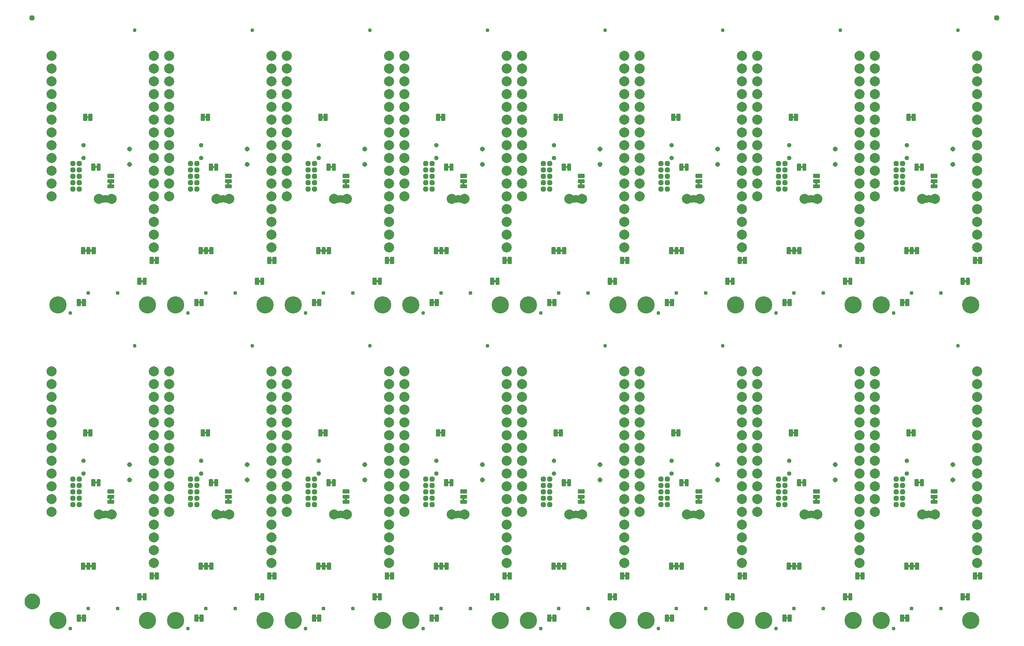
<source format=gbs>
G04 EAGLE Gerber RS-274X export*
G75*
%MOMM*%
%FSLAX34Y34*%
%LPD*%
%INSoldermask Bottom*%
%IPPOS*%
%AMOC8*
5,1,8,0,0,1.08239X$1,22.5*%
G01*
%ADD10C,0.762000*%
%ADD11C,0.228344*%
%ADD12C,3.429000*%
%ADD13C,0.777000*%
%ADD14C,2.006600*%
%ADD15C,1.127000*%
%ADD16C,0.228600*%
%ADD17C,0.889000*%
%ADD18C,0.977000*%
%ADD19C,1.270000*%
%ADD20C,1.627000*%

G36*
X1289750Y856373D02*
X1289750Y856373D01*
X1289816Y856375D01*
X1289859Y856393D01*
X1289906Y856401D01*
X1289963Y856435D01*
X1290023Y856460D01*
X1290058Y856491D01*
X1290099Y856516D01*
X1290141Y856567D01*
X1290189Y856611D01*
X1290211Y856653D01*
X1290240Y856690D01*
X1290261Y856752D01*
X1290292Y856811D01*
X1290300Y856865D01*
X1290312Y856902D01*
X1290311Y856942D01*
X1290319Y856996D01*
X1290319Y870204D01*
X1290308Y870269D01*
X1290306Y870335D01*
X1290288Y870378D01*
X1290280Y870425D01*
X1290246Y870482D01*
X1290221Y870542D01*
X1290190Y870577D01*
X1290165Y870618D01*
X1290114Y870660D01*
X1290070Y870708D01*
X1290028Y870730D01*
X1289991Y870759D01*
X1289929Y870780D01*
X1289870Y870811D01*
X1289816Y870819D01*
X1289779Y870831D01*
X1289739Y870830D01*
X1289685Y870838D01*
X1285875Y870838D01*
X1285810Y870827D01*
X1285744Y870825D01*
X1285701Y870807D01*
X1285654Y870799D01*
X1285597Y870765D01*
X1285537Y870740D01*
X1285502Y870709D01*
X1285461Y870684D01*
X1285420Y870633D01*
X1285371Y870589D01*
X1285349Y870547D01*
X1285320Y870510D01*
X1285299Y870448D01*
X1285268Y870389D01*
X1285260Y870335D01*
X1285248Y870298D01*
X1285249Y870258D01*
X1285241Y870204D01*
X1285241Y856996D01*
X1285252Y856931D01*
X1285254Y856865D01*
X1285272Y856822D01*
X1285280Y856775D01*
X1285314Y856718D01*
X1285339Y856658D01*
X1285370Y856623D01*
X1285395Y856582D01*
X1285446Y856541D01*
X1285490Y856492D01*
X1285532Y856470D01*
X1285569Y856441D01*
X1285631Y856420D01*
X1285690Y856389D01*
X1285744Y856381D01*
X1285781Y856369D01*
X1285821Y856370D01*
X1285875Y856362D01*
X1289685Y856362D01*
X1289750Y856373D01*
G37*
G36*
X355030Y856373D02*
X355030Y856373D01*
X355096Y856375D01*
X355139Y856393D01*
X355186Y856401D01*
X355243Y856435D01*
X355303Y856460D01*
X355338Y856491D01*
X355379Y856516D01*
X355421Y856567D01*
X355469Y856611D01*
X355491Y856653D01*
X355520Y856690D01*
X355541Y856752D01*
X355572Y856811D01*
X355580Y856865D01*
X355592Y856902D01*
X355591Y856942D01*
X355599Y856996D01*
X355599Y870204D01*
X355588Y870269D01*
X355586Y870335D01*
X355568Y870378D01*
X355560Y870425D01*
X355526Y870482D01*
X355501Y870542D01*
X355470Y870577D01*
X355445Y870618D01*
X355394Y870660D01*
X355350Y870708D01*
X355308Y870730D01*
X355271Y870759D01*
X355209Y870780D01*
X355150Y870811D01*
X355096Y870819D01*
X355059Y870831D01*
X355019Y870830D01*
X354965Y870838D01*
X351155Y870838D01*
X351090Y870827D01*
X351024Y870825D01*
X350981Y870807D01*
X350934Y870799D01*
X350877Y870765D01*
X350817Y870740D01*
X350782Y870709D01*
X350741Y870684D01*
X350700Y870633D01*
X350651Y870589D01*
X350629Y870547D01*
X350600Y870510D01*
X350579Y870448D01*
X350548Y870389D01*
X350540Y870335D01*
X350528Y870298D01*
X350529Y870258D01*
X350521Y870204D01*
X350521Y856996D01*
X350532Y856931D01*
X350534Y856865D01*
X350552Y856822D01*
X350560Y856775D01*
X350594Y856718D01*
X350619Y856658D01*
X350650Y856623D01*
X350675Y856582D01*
X350726Y856541D01*
X350770Y856492D01*
X350812Y856470D01*
X350849Y856441D01*
X350911Y856420D01*
X350970Y856389D01*
X351024Y856381D01*
X351061Y856369D01*
X351101Y856370D01*
X351155Y856362D01*
X354965Y856362D01*
X355030Y856373D01*
G37*
G36*
X588710Y856373D02*
X588710Y856373D01*
X588776Y856375D01*
X588819Y856393D01*
X588866Y856401D01*
X588923Y856435D01*
X588983Y856460D01*
X589018Y856491D01*
X589059Y856516D01*
X589101Y856567D01*
X589149Y856611D01*
X589171Y856653D01*
X589200Y856690D01*
X589221Y856752D01*
X589252Y856811D01*
X589260Y856865D01*
X589272Y856902D01*
X589271Y856942D01*
X589279Y856996D01*
X589279Y870204D01*
X589268Y870269D01*
X589266Y870335D01*
X589248Y870378D01*
X589240Y870425D01*
X589206Y870482D01*
X589181Y870542D01*
X589150Y870577D01*
X589125Y870618D01*
X589074Y870660D01*
X589030Y870708D01*
X588988Y870730D01*
X588951Y870759D01*
X588889Y870780D01*
X588830Y870811D01*
X588776Y870819D01*
X588739Y870831D01*
X588699Y870830D01*
X588645Y870838D01*
X584835Y870838D01*
X584770Y870827D01*
X584704Y870825D01*
X584661Y870807D01*
X584614Y870799D01*
X584557Y870765D01*
X584497Y870740D01*
X584462Y870709D01*
X584421Y870684D01*
X584380Y870633D01*
X584331Y870589D01*
X584309Y870547D01*
X584280Y870510D01*
X584259Y870448D01*
X584228Y870389D01*
X584220Y870335D01*
X584208Y870298D01*
X584209Y870258D01*
X584201Y870204D01*
X584201Y856996D01*
X584212Y856931D01*
X584214Y856865D01*
X584232Y856822D01*
X584240Y856775D01*
X584274Y856718D01*
X584299Y856658D01*
X584330Y856623D01*
X584355Y856582D01*
X584406Y856541D01*
X584450Y856492D01*
X584492Y856470D01*
X584529Y856441D01*
X584591Y856420D01*
X584650Y856389D01*
X584704Y856381D01*
X584741Y856369D01*
X584781Y856370D01*
X584835Y856362D01*
X588645Y856362D01*
X588710Y856373D01*
G37*
G36*
X822390Y856373D02*
X822390Y856373D01*
X822456Y856375D01*
X822499Y856393D01*
X822546Y856401D01*
X822603Y856435D01*
X822663Y856460D01*
X822698Y856491D01*
X822739Y856516D01*
X822781Y856567D01*
X822829Y856611D01*
X822851Y856653D01*
X822880Y856690D01*
X822901Y856752D01*
X822932Y856811D01*
X822940Y856865D01*
X822952Y856902D01*
X822951Y856942D01*
X822959Y856996D01*
X822959Y870204D01*
X822948Y870269D01*
X822946Y870335D01*
X822928Y870378D01*
X822920Y870425D01*
X822886Y870482D01*
X822861Y870542D01*
X822830Y870577D01*
X822805Y870618D01*
X822754Y870660D01*
X822710Y870708D01*
X822668Y870730D01*
X822631Y870759D01*
X822569Y870780D01*
X822510Y870811D01*
X822456Y870819D01*
X822419Y870831D01*
X822379Y870830D01*
X822325Y870838D01*
X818515Y870838D01*
X818450Y870827D01*
X818384Y870825D01*
X818341Y870807D01*
X818294Y870799D01*
X818237Y870765D01*
X818177Y870740D01*
X818142Y870709D01*
X818101Y870684D01*
X818060Y870633D01*
X818011Y870589D01*
X817989Y870547D01*
X817960Y870510D01*
X817939Y870448D01*
X817908Y870389D01*
X817900Y870335D01*
X817888Y870298D01*
X817889Y870258D01*
X817881Y870204D01*
X817881Y856996D01*
X817892Y856931D01*
X817894Y856865D01*
X817912Y856822D01*
X817920Y856775D01*
X817954Y856718D01*
X817979Y856658D01*
X818010Y856623D01*
X818035Y856582D01*
X818086Y856541D01*
X818130Y856492D01*
X818172Y856470D01*
X818209Y856441D01*
X818271Y856420D01*
X818330Y856389D01*
X818384Y856381D01*
X818421Y856369D01*
X818461Y856370D01*
X818515Y856362D01*
X822325Y856362D01*
X822390Y856373D01*
G37*
G36*
X1056070Y856373D02*
X1056070Y856373D01*
X1056136Y856375D01*
X1056179Y856393D01*
X1056226Y856401D01*
X1056283Y856435D01*
X1056343Y856460D01*
X1056378Y856491D01*
X1056419Y856516D01*
X1056461Y856567D01*
X1056509Y856611D01*
X1056531Y856653D01*
X1056560Y856690D01*
X1056581Y856752D01*
X1056612Y856811D01*
X1056620Y856865D01*
X1056632Y856902D01*
X1056631Y856942D01*
X1056639Y856996D01*
X1056639Y870204D01*
X1056628Y870269D01*
X1056626Y870335D01*
X1056608Y870378D01*
X1056600Y870425D01*
X1056566Y870482D01*
X1056541Y870542D01*
X1056510Y870577D01*
X1056485Y870618D01*
X1056434Y870660D01*
X1056390Y870708D01*
X1056348Y870730D01*
X1056311Y870759D01*
X1056249Y870780D01*
X1056190Y870811D01*
X1056136Y870819D01*
X1056099Y870831D01*
X1056059Y870830D01*
X1056005Y870838D01*
X1052195Y870838D01*
X1052130Y870827D01*
X1052064Y870825D01*
X1052021Y870807D01*
X1051974Y870799D01*
X1051917Y870765D01*
X1051857Y870740D01*
X1051822Y870709D01*
X1051781Y870684D01*
X1051740Y870633D01*
X1051691Y870589D01*
X1051669Y870547D01*
X1051640Y870510D01*
X1051619Y870448D01*
X1051588Y870389D01*
X1051580Y870335D01*
X1051568Y870298D01*
X1051569Y870258D01*
X1051561Y870204D01*
X1051561Y856996D01*
X1051572Y856931D01*
X1051574Y856865D01*
X1051592Y856822D01*
X1051600Y856775D01*
X1051634Y856718D01*
X1051659Y856658D01*
X1051690Y856623D01*
X1051715Y856582D01*
X1051766Y856541D01*
X1051810Y856492D01*
X1051852Y856470D01*
X1051889Y856441D01*
X1051951Y856420D01*
X1052010Y856389D01*
X1052064Y856381D01*
X1052101Y856369D01*
X1052141Y856370D01*
X1052195Y856362D01*
X1056005Y856362D01*
X1056070Y856373D01*
G37*
G36*
X1523430Y856373D02*
X1523430Y856373D01*
X1523496Y856375D01*
X1523539Y856393D01*
X1523586Y856401D01*
X1523643Y856435D01*
X1523703Y856460D01*
X1523738Y856491D01*
X1523779Y856516D01*
X1523821Y856567D01*
X1523869Y856611D01*
X1523891Y856653D01*
X1523920Y856690D01*
X1523941Y856752D01*
X1523972Y856811D01*
X1523980Y856865D01*
X1523992Y856902D01*
X1523991Y856942D01*
X1523999Y856996D01*
X1523999Y870204D01*
X1523988Y870269D01*
X1523986Y870335D01*
X1523968Y870378D01*
X1523960Y870425D01*
X1523926Y870482D01*
X1523901Y870542D01*
X1523870Y870577D01*
X1523845Y870618D01*
X1523794Y870660D01*
X1523750Y870708D01*
X1523708Y870730D01*
X1523671Y870759D01*
X1523609Y870780D01*
X1523550Y870811D01*
X1523496Y870819D01*
X1523459Y870831D01*
X1523419Y870830D01*
X1523365Y870838D01*
X1519555Y870838D01*
X1519490Y870827D01*
X1519424Y870825D01*
X1519381Y870807D01*
X1519334Y870799D01*
X1519277Y870765D01*
X1519217Y870740D01*
X1519182Y870709D01*
X1519141Y870684D01*
X1519100Y870633D01*
X1519051Y870589D01*
X1519029Y870547D01*
X1519000Y870510D01*
X1518979Y870448D01*
X1518948Y870389D01*
X1518940Y870335D01*
X1518928Y870298D01*
X1518929Y870258D01*
X1518921Y870204D01*
X1518921Y856996D01*
X1518932Y856931D01*
X1518934Y856865D01*
X1518952Y856822D01*
X1518960Y856775D01*
X1518994Y856718D01*
X1519019Y856658D01*
X1519050Y856623D01*
X1519075Y856582D01*
X1519126Y856541D01*
X1519170Y856492D01*
X1519212Y856470D01*
X1519249Y856441D01*
X1519311Y856420D01*
X1519370Y856389D01*
X1519424Y856381D01*
X1519461Y856369D01*
X1519501Y856370D01*
X1519555Y856362D01*
X1523365Y856362D01*
X1523430Y856373D01*
G37*
G36*
X1757110Y856373D02*
X1757110Y856373D01*
X1757176Y856375D01*
X1757219Y856393D01*
X1757266Y856401D01*
X1757323Y856435D01*
X1757383Y856460D01*
X1757418Y856491D01*
X1757459Y856516D01*
X1757501Y856567D01*
X1757549Y856611D01*
X1757571Y856653D01*
X1757600Y856690D01*
X1757621Y856752D01*
X1757652Y856811D01*
X1757660Y856865D01*
X1757672Y856902D01*
X1757671Y856942D01*
X1757679Y856996D01*
X1757679Y870204D01*
X1757668Y870269D01*
X1757666Y870335D01*
X1757648Y870378D01*
X1757640Y870425D01*
X1757606Y870482D01*
X1757581Y870542D01*
X1757550Y870577D01*
X1757525Y870618D01*
X1757474Y870660D01*
X1757430Y870708D01*
X1757388Y870730D01*
X1757351Y870759D01*
X1757289Y870780D01*
X1757230Y870811D01*
X1757176Y870819D01*
X1757139Y870831D01*
X1757099Y870830D01*
X1757045Y870838D01*
X1753235Y870838D01*
X1753170Y870827D01*
X1753104Y870825D01*
X1753061Y870807D01*
X1753014Y870799D01*
X1752957Y870765D01*
X1752897Y870740D01*
X1752862Y870709D01*
X1752821Y870684D01*
X1752780Y870633D01*
X1752731Y870589D01*
X1752709Y870547D01*
X1752680Y870510D01*
X1752659Y870448D01*
X1752628Y870389D01*
X1752620Y870335D01*
X1752608Y870298D01*
X1752609Y870258D01*
X1752601Y870204D01*
X1752601Y856996D01*
X1752612Y856931D01*
X1752614Y856865D01*
X1752632Y856822D01*
X1752640Y856775D01*
X1752674Y856718D01*
X1752699Y856658D01*
X1752730Y856623D01*
X1752755Y856582D01*
X1752806Y856541D01*
X1752850Y856492D01*
X1752892Y856470D01*
X1752929Y856441D01*
X1752991Y856420D01*
X1753050Y856389D01*
X1753104Y856381D01*
X1753141Y856369D01*
X1753181Y856370D01*
X1753235Y856362D01*
X1757045Y856362D01*
X1757110Y856373D01*
G37*
G36*
X121350Y856373D02*
X121350Y856373D01*
X121416Y856375D01*
X121459Y856393D01*
X121506Y856401D01*
X121563Y856435D01*
X121623Y856460D01*
X121658Y856491D01*
X121699Y856516D01*
X121741Y856567D01*
X121789Y856611D01*
X121811Y856653D01*
X121840Y856690D01*
X121861Y856752D01*
X121892Y856811D01*
X121900Y856865D01*
X121912Y856902D01*
X121911Y856942D01*
X121919Y856996D01*
X121919Y870204D01*
X121908Y870269D01*
X121906Y870335D01*
X121888Y870378D01*
X121880Y870425D01*
X121846Y870482D01*
X121821Y870542D01*
X121790Y870577D01*
X121765Y870618D01*
X121714Y870660D01*
X121670Y870708D01*
X121628Y870730D01*
X121591Y870759D01*
X121529Y870780D01*
X121470Y870811D01*
X121416Y870819D01*
X121379Y870831D01*
X121339Y870830D01*
X121285Y870838D01*
X117475Y870838D01*
X117410Y870827D01*
X117344Y870825D01*
X117301Y870807D01*
X117254Y870799D01*
X117197Y870765D01*
X117137Y870740D01*
X117102Y870709D01*
X117061Y870684D01*
X117020Y870633D01*
X116971Y870589D01*
X116949Y870547D01*
X116920Y870510D01*
X116899Y870448D01*
X116868Y870389D01*
X116860Y870335D01*
X116848Y870298D01*
X116849Y870258D01*
X116841Y870204D01*
X116841Y856996D01*
X116852Y856931D01*
X116854Y856865D01*
X116872Y856822D01*
X116880Y856775D01*
X116914Y856718D01*
X116939Y856658D01*
X116970Y856623D01*
X116995Y856582D01*
X117046Y856541D01*
X117090Y856492D01*
X117132Y856470D01*
X117169Y856441D01*
X117231Y856420D01*
X117290Y856389D01*
X117344Y856381D01*
X117381Y856369D01*
X117421Y856370D01*
X117475Y856362D01*
X121285Y856362D01*
X121350Y856373D01*
G37*
G36*
X1289750Y228993D02*
X1289750Y228993D01*
X1289816Y228995D01*
X1289859Y229013D01*
X1289906Y229021D01*
X1289963Y229055D01*
X1290023Y229080D01*
X1290058Y229111D01*
X1290099Y229136D01*
X1290141Y229187D01*
X1290189Y229231D01*
X1290211Y229273D01*
X1290240Y229310D01*
X1290261Y229372D01*
X1290292Y229431D01*
X1290300Y229485D01*
X1290312Y229522D01*
X1290311Y229562D01*
X1290319Y229616D01*
X1290319Y242824D01*
X1290308Y242889D01*
X1290306Y242955D01*
X1290288Y242998D01*
X1290280Y243045D01*
X1290246Y243102D01*
X1290221Y243162D01*
X1290190Y243197D01*
X1290165Y243238D01*
X1290114Y243280D01*
X1290070Y243328D01*
X1290028Y243350D01*
X1289991Y243379D01*
X1289929Y243400D01*
X1289870Y243431D01*
X1289816Y243439D01*
X1289779Y243451D01*
X1289739Y243450D01*
X1289685Y243458D01*
X1285875Y243458D01*
X1285810Y243447D01*
X1285744Y243445D01*
X1285701Y243427D01*
X1285654Y243419D01*
X1285597Y243385D01*
X1285537Y243360D01*
X1285502Y243329D01*
X1285461Y243304D01*
X1285420Y243253D01*
X1285371Y243209D01*
X1285349Y243167D01*
X1285320Y243130D01*
X1285299Y243068D01*
X1285268Y243009D01*
X1285260Y242955D01*
X1285248Y242918D01*
X1285249Y242878D01*
X1285241Y242824D01*
X1285241Y229616D01*
X1285252Y229551D01*
X1285254Y229485D01*
X1285272Y229442D01*
X1285280Y229395D01*
X1285314Y229338D01*
X1285339Y229278D01*
X1285370Y229243D01*
X1285395Y229202D01*
X1285446Y229161D01*
X1285490Y229112D01*
X1285532Y229090D01*
X1285569Y229061D01*
X1285631Y229040D01*
X1285690Y229009D01*
X1285744Y229001D01*
X1285781Y228989D01*
X1285821Y228990D01*
X1285875Y228982D01*
X1289685Y228982D01*
X1289750Y228993D01*
G37*
G36*
X822390Y228993D02*
X822390Y228993D01*
X822456Y228995D01*
X822499Y229013D01*
X822546Y229021D01*
X822603Y229055D01*
X822663Y229080D01*
X822698Y229111D01*
X822739Y229136D01*
X822781Y229187D01*
X822829Y229231D01*
X822851Y229273D01*
X822880Y229310D01*
X822901Y229372D01*
X822932Y229431D01*
X822940Y229485D01*
X822952Y229522D01*
X822951Y229562D01*
X822959Y229616D01*
X822959Y242824D01*
X822948Y242889D01*
X822946Y242955D01*
X822928Y242998D01*
X822920Y243045D01*
X822886Y243102D01*
X822861Y243162D01*
X822830Y243197D01*
X822805Y243238D01*
X822754Y243280D01*
X822710Y243328D01*
X822668Y243350D01*
X822631Y243379D01*
X822569Y243400D01*
X822510Y243431D01*
X822456Y243439D01*
X822419Y243451D01*
X822379Y243450D01*
X822325Y243458D01*
X818515Y243458D01*
X818450Y243447D01*
X818384Y243445D01*
X818341Y243427D01*
X818294Y243419D01*
X818237Y243385D01*
X818177Y243360D01*
X818142Y243329D01*
X818101Y243304D01*
X818060Y243253D01*
X818011Y243209D01*
X817989Y243167D01*
X817960Y243130D01*
X817939Y243068D01*
X817908Y243009D01*
X817900Y242955D01*
X817888Y242918D01*
X817889Y242878D01*
X817881Y242824D01*
X817881Y229616D01*
X817892Y229551D01*
X817894Y229485D01*
X817912Y229442D01*
X817920Y229395D01*
X817954Y229338D01*
X817979Y229278D01*
X818010Y229243D01*
X818035Y229202D01*
X818086Y229161D01*
X818130Y229112D01*
X818172Y229090D01*
X818209Y229061D01*
X818271Y229040D01*
X818330Y229009D01*
X818384Y229001D01*
X818421Y228989D01*
X818461Y228990D01*
X818515Y228982D01*
X822325Y228982D01*
X822390Y228993D01*
G37*
G36*
X1523430Y228993D02*
X1523430Y228993D01*
X1523496Y228995D01*
X1523539Y229013D01*
X1523586Y229021D01*
X1523643Y229055D01*
X1523703Y229080D01*
X1523738Y229111D01*
X1523779Y229136D01*
X1523821Y229187D01*
X1523869Y229231D01*
X1523891Y229273D01*
X1523920Y229310D01*
X1523941Y229372D01*
X1523972Y229431D01*
X1523980Y229485D01*
X1523992Y229522D01*
X1523991Y229562D01*
X1523999Y229616D01*
X1523999Y242824D01*
X1523988Y242889D01*
X1523986Y242955D01*
X1523968Y242998D01*
X1523960Y243045D01*
X1523926Y243102D01*
X1523901Y243162D01*
X1523870Y243197D01*
X1523845Y243238D01*
X1523794Y243280D01*
X1523750Y243328D01*
X1523708Y243350D01*
X1523671Y243379D01*
X1523609Y243400D01*
X1523550Y243431D01*
X1523496Y243439D01*
X1523459Y243451D01*
X1523419Y243450D01*
X1523365Y243458D01*
X1519555Y243458D01*
X1519490Y243447D01*
X1519424Y243445D01*
X1519381Y243427D01*
X1519334Y243419D01*
X1519277Y243385D01*
X1519217Y243360D01*
X1519182Y243329D01*
X1519141Y243304D01*
X1519100Y243253D01*
X1519051Y243209D01*
X1519029Y243167D01*
X1519000Y243130D01*
X1518979Y243068D01*
X1518948Y243009D01*
X1518940Y242955D01*
X1518928Y242918D01*
X1518929Y242878D01*
X1518921Y242824D01*
X1518921Y229616D01*
X1518932Y229551D01*
X1518934Y229485D01*
X1518952Y229442D01*
X1518960Y229395D01*
X1518994Y229338D01*
X1519019Y229278D01*
X1519050Y229243D01*
X1519075Y229202D01*
X1519126Y229161D01*
X1519170Y229112D01*
X1519212Y229090D01*
X1519249Y229061D01*
X1519311Y229040D01*
X1519370Y229009D01*
X1519424Y229001D01*
X1519461Y228989D01*
X1519501Y228990D01*
X1519555Y228982D01*
X1523365Y228982D01*
X1523430Y228993D01*
G37*
G36*
X588710Y228993D02*
X588710Y228993D01*
X588776Y228995D01*
X588819Y229013D01*
X588866Y229021D01*
X588923Y229055D01*
X588983Y229080D01*
X589018Y229111D01*
X589059Y229136D01*
X589101Y229187D01*
X589149Y229231D01*
X589171Y229273D01*
X589200Y229310D01*
X589221Y229372D01*
X589252Y229431D01*
X589260Y229485D01*
X589272Y229522D01*
X589271Y229562D01*
X589279Y229616D01*
X589279Y242824D01*
X589268Y242889D01*
X589266Y242955D01*
X589248Y242998D01*
X589240Y243045D01*
X589206Y243102D01*
X589181Y243162D01*
X589150Y243197D01*
X589125Y243238D01*
X589074Y243280D01*
X589030Y243328D01*
X588988Y243350D01*
X588951Y243379D01*
X588889Y243400D01*
X588830Y243431D01*
X588776Y243439D01*
X588739Y243451D01*
X588699Y243450D01*
X588645Y243458D01*
X584835Y243458D01*
X584770Y243447D01*
X584704Y243445D01*
X584661Y243427D01*
X584614Y243419D01*
X584557Y243385D01*
X584497Y243360D01*
X584462Y243329D01*
X584421Y243304D01*
X584380Y243253D01*
X584331Y243209D01*
X584309Y243167D01*
X584280Y243130D01*
X584259Y243068D01*
X584228Y243009D01*
X584220Y242955D01*
X584208Y242918D01*
X584209Y242878D01*
X584201Y242824D01*
X584201Y229616D01*
X584212Y229551D01*
X584214Y229485D01*
X584232Y229442D01*
X584240Y229395D01*
X584274Y229338D01*
X584299Y229278D01*
X584330Y229243D01*
X584355Y229202D01*
X584406Y229161D01*
X584450Y229112D01*
X584492Y229090D01*
X584529Y229061D01*
X584591Y229040D01*
X584650Y229009D01*
X584704Y229001D01*
X584741Y228989D01*
X584781Y228990D01*
X584835Y228982D01*
X588645Y228982D01*
X588710Y228993D01*
G37*
G36*
X1757110Y228993D02*
X1757110Y228993D01*
X1757176Y228995D01*
X1757219Y229013D01*
X1757266Y229021D01*
X1757323Y229055D01*
X1757383Y229080D01*
X1757418Y229111D01*
X1757459Y229136D01*
X1757501Y229187D01*
X1757549Y229231D01*
X1757571Y229273D01*
X1757600Y229310D01*
X1757621Y229372D01*
X1757652Y229431D01*
X1757660Y229485D01*
X1757672Y229522D01*
X1757671Y229562D01*
X1757679Y229616D01*
X1757679Y242824D01*
X1757668Y242889D01*
X1757666Y242955D01*
X1757648Y242998D01*
X1757640Y243045D01*
X1757606Y243102D01*
X1757581Y243162D01*
X1757550Y243197D01*
X1757525Y243238D01*
X1757474Y243280D01*
X1757430Y243328D01*
X1757388Y243350D01*
X1757351Y243379D01*
X1757289Y243400D01*
X1757230Y243431D01*
X1757176Y243439D01*
X1757139Y243451D01*
X1757099Y243450D01*
X1757045Y243458D01*
X1753235Y243458D01*
X1753170Y243447D01*
X1753104Y243445D01*
X1753061Y243427D01*
X1753014Y243419D01*
X1752957Y243385D01*
X1752897Y243360D01*
X1752862Y243329D01*
X1752821Y243304D01*
X1752780Y243253D01*
X1752731Y243209D01*
X1752709Y243167D01*
X1752680Y243130D01*
X1752659Y243068D01*
X1752628Y243009D01*
X1752620Y242955D01*
X1752608Y242918D01*
X1752609Y242878D01*
X1752601Y242824D01*
X1752601Y229616D01*
X1752612Y229551D01*
X1752614Y229485D01*
X1752632Y229442D01*
X1752640Y229395D01*
X1752674Y229338D01*
X1752699Y229278D01*
X1752730Y229243D01*
X1752755Y229202D01*
X1752806Y229161D01*
X1752850Y229112D01*
X1752892Y229090D01*
X1752929Y229061D01*
X1752991Y229040D01*
X1753050Y229009D01*
X1753104Y229001D01*
X1753141Y228989D01*
X1753181Y228990D01*
X1753235Y228982D01*
X1757045Y228982D01*
X1757110Y228993D01*
G37*
G36*
X1056070Y228993D02*
X1056070Y228993D01*
X1056136Y228995D01*
X1056179Y229013D01*
X1056226Y229021D01*
X1056283Y229055D01*
X1056343Y229080D01*
X1056378Y229111D01*
X1056419Y229136D01*
X1056461Y229187D01*
X1056509Y229231D01*
X1056531Y229273D01*
X1056560Y229310D01*
X1056581Y229372D01*
X1056612Y229431D01*
X1056620Y229485D01*
X1056632Y229522D01*
X1056631Y229562D01*
X1056639Y229616D01*
X1056639Y242824D01*
X1056628Y242889D01*
X1056626Y242955D01*
X1056608Y242998D01*
X1056600Y243045D01*
X1056566Y243102D01*
X1056541Y243162D01*
X1056510Y243197D01*
X1056485Y243238D01*
X1056434Y243280D01*
X1056390Y243328D01*
X1056348Y243350D01*
X1056311Y243379D01*
X1056249Y243400D01*
X1056190Y243431D01*
X1056136Y243439D01*
X1056099Y243451D01*
X1056059Y243450D01*
X1056005Y243458D01*
X1052195Y243458D01*
X1052130Y243447D01*
X1052064Y243445D01*
X1052021Y243427D01*
X1051974Y243419D01*
X1051917Y243385D01*
X1051857Y243360D01*
X1051822Y243329D01*
X1051781Y243304D01*
X1051740Y243253D01*
X1051691Y243209D01*
X1051669Y243167D01*
X1051640Y243130D01*
X1051619Y243068D01*
X1051588Y243009D01*
X1051580Y242955D01*
X1051568Y242918D01*
X1051569Y242878D01*
X1051561Y242824D01*
X1051561Y229616D01*
X1051572Y229551D01*
X1051574Y229485D01*
X1051592Y229442D01*
X1051600Y229395D01*
X1051634Y229338D01*
X1051659Y229278D01*
X1051690Y229243D01*
X1051715Y229202D01*
X1051766Y229161D01*
X1051810Y229112D01*
X1051852Y229090D01*
X1051889Y229061D01*
X1051951Y229040D01*
X1052010Y229009D01*
X1052064Y229001D01*
X1052101Y228989D01*
X1052141Y228990D01*
X1052195Y228982D01*
X1056005Y228982D01*
X1056070Y228993D01*
G37*
G36*
X355030Y228993D02*
X355030Y228993D01*
X355096Y228995D01*
X355139Y229013D01*
X355186Y229021D01*
X355243Y229055D01*
X355303Y229080D01*
X355338Y229111D01*
X355379Y229136D01*
X355421Y229187D01*
X355469Y229231D01*
X355491Y229273D01*
X355520Y229310D01*
X355541Y229372D01*
X355572Y229431D01*
X355580Y229485D01*
X355592Y229522D01*
X355591Y229562D01*
X355599Y229616D01*
X355599Y242824D01*
X355588Y242889D01*
X355586Y242955D01*
X355568Y242998D01*
X355560Y243045D01*
X355526Y243102D01*
X355501Y243162D01*
X355470Y243197D01*
X355445Y243238D01*
X355394Y243280D01*
X355350Y243328D01*
X355308Y243350D01*
X355271Y243379D01*
X355209Y243400D01*
X355150Y243431D01*
X355096Y243439D01*
X355059Y243451D01*
X355019Y243450D01*
X354965Y243458D01*
X351155Y243458D01*
X351090Y243447D01*
X351024Y243445D01*
X350981Y243427D01*
X350934Y243419D01*
X350877Y243385D01*
X350817Y243360D01*
X350782Y243329D01*
X350741Y243304D01*
X350700Y243253D01*
X350651Y243209D01*
X350629Y243167D01*
X350600Y243130D01*
X350579Y243068D01*
X350548Y243009D01*
X350540Y242955D01*
X350528Y242918D01*
X350529Y242878D01*
X350521Y242824D01*
X350521Y229616D01*
X350532Y229551D01*
X350534Y229485D01*
X350552Y229442D01*
X350560Y229395D01*
X350594Y229338D01*
X350619Y229278D01*
X350650Y229243D01*
X350675Y229202D01*
X350726Y229161D01*
X350770Y229112D01*
X350812Y229090D01*
X350849Y229061D01*
X350911Y229040D01*
X350970Y229009D01*
X351024Y229001D01*
X351061Y228989D01*
X351101Y228990D01*
X351155Y228982D01*
X354965Y228982D01*
X355030Y228993D01*
G37*
G36*
X121350Y228993D02*
X121350Y228993D01*
X121416Y228995D01*
X121459Y229013D01*
X121506Y229021D01*
X121563Y229055D01*
X121623Y229080D01*
X121658Y229111D01*
X121699Y229136D01*
X121741Y229187D01*
X121789Y229231D01*
X121811Y229273D01*
X121840Y229310D01*
X121861Y229372D01*
X121892Y229431D01*
X121900Y229485D01*
X121912Y229522D01*
X121911Y229562D01*
X121919Y229616D01*
X121919Y242824D01*
X121908Y242889D01*
X121906Y242955D01*
X121888Y242998D01*
X121880Y243045D01*
X121846Y243102D01*
X121821Y243162D01*
X121790Y243197D01*
X121765Y243238D01*
X121714Y243280D01*
X121670Y243328D01*
X121628Y243350D01*
X121591Y243379D01*
X121529Y243400D01*
X121470Y243431D01*
X121416Y243439D01*
X121379Y243451D01*
X121339Y243450D01*
X121285Y243458D01*
X117475Y243458D01*
X117410Y243447D01*
X117344Y243445D01*
X117301Y243427D01*
X117254Y243419D01*
X117197Y243385D01*
X117137Y243360D01*
X117102Y243329D01*
X117061Y243304D01*
X117020Y243253D01*
X116971Y243209D01*
X116949Y243167D01*
X116920Y243130D01*
X116899Y243068D01*
X116868Y243009D01*
X116860Y242955D01*
X116848Y242918D01*
X116849Y242878D01*
X116841Y242824D01*
X116841Y229616D01*
X116852Y229551D01*
X116854Y229485D01*
X116872Y229442D01*
X116880Y229395D01*
X116914Y229338D01*
X116939Y229278D01*
X116970Y229243D01*
X116995Y229202D01*
X117046Y229161D01*
X117090Y229112D01*
X117132Y229090D01*
X117169Y229061D01*
X117231Y229040D01*
X117290Y229009D01*
X117344Y229001D01*
X117381Y228989D01*
X117421Y228990D01*
X117475Y228982D01*
X121285Y228982D01*
X121350Y228993D01*
G37*
G36*
X1532955Y891552D02*
X1532955Y891552D01*
X1533021Y891554D01*
X1533064Y891572D01*
X1533111Y891580D01*
X1533168Y891614D01*
X1533228Y891639D01*
X1533263Y891670D01*
X1533304Y891695D01*
X1533346Y891746D01*
X1533394Y891790D01*
X1533416Y891832D01*
X1533445Y891869D01*
X1533466Y891931D01*
X1533497Y891990D01*
X1533505Y892044D01*
X1533517Y892081D01*
X1533516Y892121D01*
X1533524Y892175D01*
X1533524Y895985D01*
X1533513Y896050D01*
X1533511Y896116D01*
X1533493Y896159D01*
X1533485Y896206D01*
X1533451Y896263D01*
X1533426Y896323D01*
X1533395Y896358D01*
X1533370Y896399D01*
X1533319Y896441D01*
X1533275Y896489D01*
X1533233Y896511D01*
X1533196Y896540D01*
X1533134Y896561D01*
X1533075Y896592D01*
X1533021Y896600D01*
X1532984Y896612D01*
X1532944Y896611D01*
X1532890Y896619D01*
X1530350Y896619D01*
X1530285Y896608D01*
X1530219Y896606D01*
X1530176Y896588D01*
X1530129Y896580D01*
X1530072Y896546D01*
X1530012Y896521D01*
X1529977Y896490D01*
X1529936Y896465D01*
X1529895Y896414D01*
X1529846Y896370D01*
X1529824Y896328D01*
X1529795Y896291D01*
X1529774Y896229D01*
X1529743Y896170D01*
X1529735Y896116D01*
X1529723Y896079D01*
X1529723Y896075D01*
X1529723Y896074D01*
X1529724Y896039D01*
X1529716Y895985D01*
X1529716Y892175D01*
X1529727Y892110D01*
X1529729Y892044D01*
X1529747Y892001D01*
X1529755Y891954D01*
X1529789Y891897D01*
X1529814Y891837D01*
X1529845Y891802D01*
X1529870Y891761D01*
X1529921Y891720D01*
X1529965Y891671D01*
X1530007Y891649D01*
X1530044Y891620D01*
X1530106Y891599D01*
X1530165Y891568D01*
X1530219Y891560D01*
X1530256Y891548D01*
X1530296Y891549D01*
X1530350Y891541D01*
X1532890Y891541D01*
X1532955Y891552D01*
G37*
G36*
X1766635Y891552D02*
X1766635Y891552D01*
X1766701Y891554D01*
X1766744Y891572D01*
X1766791Y891580D01*
X1766848Y891614D01*
X1766908Y891639D01*
X1766943Y891670D01*
X1766984Y891695D01*
X1767026Y891746D01*
X1767074Y891790D01*
X1767096Y891832D01*
X1767125Y891869D01*
X1767146Y891931D01*
X1767177Y891990D01*
X1767185Y892044D01*
X1767197Y892081D01*
X1767196Y892121D01*
X1767204Y892175D01*
X1767204Y895985D01*
X1767193Y896050D01*
X1767191Y896116D01*
X1767173Y896159D01*
X1767165Y896206D01*
X1767131Y896263D01*
X1767106Y896323D01*
X1767075Y896358D01*
X1767050Y896399D01*
X1766999Y896441D01*
X1766955Y896489D01*
X1766913Y896511D01*
X1766876Y896540D01*
X1766814Y896561D01*
X1766755Y896592D01*
X1766701Y896600D01*
X1766664Y896612D01*
X1766624Y896611D01*
X1766570Y896619D01*
X1764030Y896619D01*
X1763965Y896608D01*
X1763899Y896606D01*
X1763856Y896588D01*
X1763809Y896580D01*
X1763752Y896546D01*
X1763692Y896521D01*
X1763657Y896490D01*
X1763616Y896465D01*
X1763575Y896414D01*
X1763526Y896370D01*
X1763504Y896328D01*
X1763475Y896291D01*
X1763454Y896229D01*
X1763423Y896170D01*
X1763415Y896116D01*
X1763403Y896079D01*
X1763403Y896075D01*
X1763403Y896074D01*
X1763404Y896039D01*
X1763396Y895985D01*
X1763396Y892175D01*
X1763407Y892110D01*
X1763409Y892044D01*
X1763427Y892001D01*
X1763435Y891954D01*
X1763469Y891897D01*
X1763494Y891837D01*
X1763525Y891802D01*
X1763550Y891761D01*
X1763601Y891720D01*
X1763645Y891671D01*
X1763687Y891649D01*
X1763724Y891620D01*
X1763786Y891599D01*
X1763845Y891568D01*
X1763899Y891560D01*
X1763936Y891548D01*
X1763976Y891549D01*
X1764030Y891541D01*
X1766570Y891541D01*
X1766635Y891552D01*
G37*
G36*
X1065595Y891552D02*
X1065595Y891552D01*
X1065661Y891554D01*
X1065704Y891572D01*
X1065751Y891580D01*
X1065808Y891614D01*
X1065868Y891639D01*
X1065903Y891670D01*
X1065944Y891695D01*
X1065986Y891746D01*
X1066034Y891790D01*
X1066056Y891832D01*
X1066085Y891869D01*
X1066106Y891931D01*
X1066137Y891990D01*
X1066145Y892044D01*
X1066157Y892081D01*
X1066156Y892121D01*
X1066164Y892175D01*
X1066164Y895985D01*
X1066153Y896050D01*
X1066151Y896116D01*
X1066133Y896159D01*
X1066125Y896206D01*
X1066091Y896263D01*
X1066066Y896323D01*
X1066035Y896358D01*
X1066010Y896399D01*
X1065959Y896441D01*
X1065915Y896489D01*
X1065873Y896511D01*
X1065836Y896540D01*
X1065774Y896561D01*
X1065715Y896592D01*
X1065661Y896600D01*
X1065624Y896612D01*
X1065584Y896611D01*
X1065530Y896619D01*
X1062990Y896619D01*
X1062925Y896608D01*
X1062859Y896606D01*
X1062816Y896588D01*
X1062769Y896580D01*
X1062712Y896546D01*
X1062652Y896521D01*
X1062617Y896490D01*
X1062576Y896465D01*
X1062535Y896414D01*
X1062486Y896370D01*
X1062464Y896328D01*
X1062435Y896291D01*
X1062414Y896229D01*
X1062383Y896170D01*
X1062375Y896116D01*
X1062363Y896079D01*
X1062363Y896075D01*
X1062363Y896074D01*
X1062364Y896039D01*
X1062356Y895985D01*
X1062356Y892175D01*
X1062367Y892110D01*
X1062369Y892044D01*
X1062387Y892001D01*
X1062395Y891954D01*
X1062429Y891897D01*
X1062454Y891837D01*
X1062485Y891802D01*
X1062510Y891761D01*
X1062561Y891720D01*
X1062605Y891671D01*
X1062647Y891649D01*
X1062684Y891620D01*
X1062746Y891599D01*
X1062805Y891568D01*
X1062859Y891560D01*
X1062896Y891548D01*
X1062936Y891549D01*
X1062990Y891541D01*
X1065530Y891541D01*
X1065595Y891552D01*
G37*
G36*
X130875Y891552D02*
X130875Y891552D01*
X130941Y891554D01*
X130984Y891572D01*
X131031Y891580D01*
X131088Y891614D01*
X131148Y891639D01*
X131183Y891670D01*
X131224Y891695D01*
X131266Y891746D01*
X131314Y891790D01*
X131336Y891832D01*
X131365Y891869D01*
X131386Y891931D01*
X131417Y891990D01*
X131425Y892044D01*
X131437Y892081D01*
X131436Y892121D01*
X131444Y892175D01*
X131444Y895985D01*
X131433Y896050D01*
X131431Y896116D01*
X131413Y896159D01*
X131405Y896206D01*
X131371Y896263D01*
X131346Y896323D01*
X131315Y896358D01*
X131290Y896399D01*
X131239Y896441D01*
X131195Y896489D01*
X131153Y896511D01*
X131116Y896540D01*
X131054Y896561D01*
X130995Y896592D01*
X130941Y896600D01*
X130904Y896612D01*
X130864Y896611D01*
X130810Y896619D01*
X128270Y896619D01*
X128205Y896608D01*
X128139Y896606D01*
X128096Y896588D01*
X128049Y896580D01*
X127992Y896546D01*
X127932Y896521D01*
X127897Y896490D01*
X127856Y896465D01*
X127815Y896414D01*
X127766Y896370D01*
X127744Y896328D01*
X127715Y896291D01*
X127694Y896229D01*
X127663Y896170D01*
X127655Y896116D01*
X127643Y896079D01*
X127643Y896075D01*
X127643Y896074D01*
X127644Y896039D01*
X127636Y895985D01*
X127636Y892175D01*
X127647Y892110D01*
X127649Y892044D01*
X127667Y892001D01*
X127675Y891954D01*
X127709Y891897D01*
X127734Y891837D01*
X127765Y891802D01*
X127790Y891761D01*
X127841Y891720D01*
X127885Y891671D01*
X127927Y891649D01*
X127964Y891620D01*
X128026Y891599D01*
X128085Y891568D01*
X128139Y891560D01*
X128176Y891548D01*
X128216Y891549D01*
X128270Y891541D01*
X130810Y891541D01*
X130875Y891552D01*
G37*
G36*
X364555Y891552D02*
X364555Y891552D01*
X364621Y891554D01*
X364664Y891572D01*
X364711Y891580D01*
X364768Y891614D01*
X364828Y891639D01*
X364863Y891670D01*
X364904Y891695D01*
X364946Y891746D01*
X364994Y891790D01*
X365016Y891832D01*
X365045Y891869D01*
X365066Y891931D01*
X365097Y891990D01*
X365105Y892044D01*
X365117Y892081D01*
X365116Y892121D01*
X365124Y892175D01*
X365124Y895985D01*
X365113Y896050D01*
X365111Y896116D01*
X365093Y896159D01*
X365085Y896206D01*
X365051Y896263D01*
X365026Y896323D01*
X364995Y896358D01*
X364970Y896399D01*
X364919Y896441D01*
X364875Y896489D01*
X364833Y896511D01*
X364796Y896540D01*
X364734Y896561D01*
X364675Y896592D01*
X364621Y896600D01*
X364584Y896612D01*
X364544Y896611D01*
X364490Y896619D01*
X361950Y896619D01*
X361885Y896608D01*
X361819Y896606D01*
X361776Y896588D01*
X361729Y896580D01*
X361672Y896546D01*
X361612Y896521D01*
X361577Y896490D01*
X361536Y896465D01*
X361495Y896414D01*
X361446Y896370D01*
X361424Y896328D01*
X361395Y896291D01*
X361374Y896229D01*
X361343Y896170D01*
X361335Y896116D01*
X361323Y896079D01*
X361323Y896075D01*
X361323Y896074D01*
X361324Y896039D01*
X361316Y895985D01*
X361316Y892175D01*
X361327Y892110D01*
X361329Y892044D01*
X361347Y892001D01*
X361355Y891954D01*
X361389Y891897D01*
X361414Y891837D01*
X361445Y891802D01*
X361470Y891761D01*
X361521Y891720D01*
X361565Y891671D01*
X361607Y891649D01*
X361644Y891620D01*
X361706Y891599D01*
X361765Y891568D01*
X361819Y891560D01*
X361856Y891548D01*
X361896Y891549D01*
X361950Y891541D01*
X364490Y891541D01*
X364555Y891552D01*
G37*
G36*
X598235Y891552D02*
X598235Y891552D01*
X598301Y891554D01*
X598344Y891572D01*
X598391Y891580D01*
X598448Y891614D01*
X598508Y891639D01*
X598543Y891670D01*
X598584Y891695D01*
X598626Y891746D01*
X598674Y891790D01*
X598696Y891832D01*
X598725Y891869D01*
X598746Y891931D01*
X598777Y891990D01*
X598785Y892044D01*
X598797Y892081D01*
X598796Y892121D01*
X598804Y892175D01*
X598804Y895985D01*
X598793Y896050D01*
X598791Y896116D01*
X598773Y896159D01*
X598765Y896206D01*
X598731Y896263D01*
X598706Y896323D01*
X598675Y896358D01*
X598650Y896399D01*
X598599Y896441D01*
X598555Y896489D01*
X598513Y896511D01*
X598476Y896540D01*
X598414Y896561D01*
X598355Y896592D01*
X598301Y896600D01*
X598264Y896612D01*
X598224Y896611D01*
X598170Y896619D01*
X595630Y896619D01*
X595565Y896608D01*
X595499Y896606D01*
X595456Y896588D01*
X595409Y896580D01*
X595352Y896546D01*
X595292Y896521D01*
X595257Y896490D01*
X595216Y896465D01*
X595175Y896414D01*
X595126Y896370D01*
X595104Y896328D01*
X595075Y896291D01*
X595054Y896229D01*
X595023Y896170D01*
X595015Y896116D01*
X595003Y896079D01*
X595003Y896075D01*
X595003Y896074D01*
X595004Y896039D01*
X594996Y895985D01*
X594996Y892175D01*
X595007Y892110D01*
X595009Y892044D01*
X595027Y892001D01*
X595035Y891954D01*
X595069Y891897D01*
X595094Y891837D01*
X595125Y891802D01*
X595150Y891761D01*
X595201Y891720D01*
X595245Y891671D01*
X595287Y891649D01*
X595324Y891620D01*
X595386Y891599D01*
X595445Y891568D01*
X595499Y891560D01*
X595536Y891548D01*
X595576Y891549D01*
X595630Y891541D01*
X598170Y891541D01*
X598235Y891552D01*
G37*
G36*
X831915Y891552D02*
X831915Y891552D01*
X831981Y891554D01*
X832024Y891572D01*
X832071Y891580D01*
X832128Y891614D01*
X832188Y891639D01*
X832223Y891670D01*
X832264Y891695D01*
X832306Y891746D01*
X832354Y891790D01*
X832376Y891832D01*
X832405Y891869D01*
X832426Y891931D01*
X832457Y891990D01*
X832465Y892044D01*
X832477Y892081D01*
X832476Y892121D01*
X832484Y892175D01*
X832484Y895985D01*
X832473Y896050D01*
X832471Y896116D01*
X832453Y896159D01*
X832445Y896206D01*
X832411Y896263D01*
X832386Y896323D01*
X832355Y896358D01*
X832330Y896399D01*
X832279Y896441D01*
X832235Y896489D01*
X832193Y896511D01*
X832156Y896540D01*
X832094Y896561D01*
X832035Y896592D01*
X831981Y896600D01*
X831944Y896612D01*
X831904Y896611D01*
X831850Y896619D01*
X829310Y896619D01*
X829245Y896608D01*
X829179Y896606D01*
X829136Y896588D01*
X829089Y896580D01*
X829032Y896546D01*
X828972Y896521D01*
X828937Y896490D01*
X828896Y896465D01*
X828855Y896414D01*
X828806Y896370D01*
X828784Y896328D01*
X828755Y896291D01*
X828734Y896229D01*
X828703Y896170D01*
X828695Y896116D01*
X828683Y896079D01*
X828683Y896075D01*
X828683Y896074D01*
X828684Y896039D01*
X828676Y895985D01*
X828676Y892175D01*
X828687Y892110D01*
X828689Y892044D01*
X828707Y892001D01*
X828715Y891954D01*
X828749Y891897D01*
X828774Y891837D01*
X828805Y891802D01*
X828830Y891761D01*
X828881Y891720D01*
X828925Y891671D01*
X828967Y891649D01*
X829004Y891620D01*
X829066Y891599D01*
X829125Y891568D01*
X829179Y891560D01*
X829216Y891548D01*
X829256Y891549D01*
X829310Y891541D01*
X831850Y891541D01*
X831915Y891552D01*
G37*
G36*
X1299275Y891552D02*
X1299275Y891552D01*
X1299341Y891554D01*
X1299384Y891572D01*
X1299431Y891580D01*
X1299488Y891614D01*
X1299548Y891639D01*
X1299583Y891670D01*
X1299624Y891695D01*
X1299666Y891746D01*
X1299714Y891790D01*
X1299736Y891832D01*
X1299765Y891869D01*
X1299786Y891931D01*
X1299817Y891990D01*
X1299825Y892044D01*
X1299837Y892081D01*
X1299836Y892121D01*
X1299844Y892175D01*
X1299844Y895985D01*
X1299833Y896050D01*
X1299831Y896116D01*
X1299813Y896159D01*
X1299805Y896206D01*
X1299771Y896263D01*
X1299746Y896323D01*
X1299715Y896358D01*
X1299690Y896399D01*
X1299639Y896441D01*
X1299595Y896489D01*
X1299553Y896511D01*
X1299516Y896540D01*
X1299454Y896561D01*
X1299395Y896592D01*
X1299341Y896600D01*
X1299304Y896612D01*
X1299264Y896611D01*
X1299210Y896619D01*
X1296670Y896619D01*
X1296605Y896608D01*
X1296539Y896606D01*
X1296496Y896588D01*
X1296449Y896580D01*
X1296392Y896546D01*
X1296332Y896521D01*
X1296297Y896490D01*
X1296256Y896465D01*
X1296215Y896414D01*
X1296166Y896370D01*
X1296144Y896328D01*
X1296115Y896291D01*
X1296094Y896229D01*
X1296063Y896170D01*
X1296055Y896116D01*
X1296043Y896079D01*
X1296043Y896075D01*
X1296043Y896074D01*
X1296044Y896039D01*
X1296036Y895985D01*
X1296036Y892175D01*
X1296047Y892110D01*
X1296049Y892044D01*
X1296067Y892001D01*
X1296075Y891954D01*
X1296109Y891897D01*
X1296134Y891837D01*
X1296165Y891802D01*
X1296190Y891761D01*
X1296241Y891720D01*
X1296285Y891671D01*
X1296327Y891649D01*
X1296364Y891620D01*
X1296426Y891599D01*
X1296485Y891568D01*
X1296539Y891560D01*
X1296576Y891548D01*
X1296616Y891549D01*
X1296670Y891541D01*
X1299210Y891541D01*
X1299275Y891552D01*
G37*
G36*
X1065595Y264172D02*
X1065595Y264172D01*
X1065661Y264174D01*
X1065704Y264192D01*
X1065751Y264200D01*
X1065808Y264234D01*
X1065868Y264259D01*
X1065903Y264290D01*
X1065944Y264315D01*
X1065986Y264366D01*
X1066034Y264410D01*
X1066056Y264452D01*
X1066085Y264489D01*
X1066106Y264551D01*
X1066137Y264610D01*
X1066145Y264664D01*
X1066157Y264701D01*
X1066156Y264741D01*
X1066164Y264795D01*
X1066164Y268605D01*
X1066153Y268670D01*
X1066151Y268736D01*
X1066133Y268779D01*
X1066125Y268826D01*
X1066091Y268883D01*
X1066066Y268943D01*
X1066035Y268978D01*
X1066010Y269019D01*
X1065959Y269061D01*
X1065915Y269109D01*
X1065873Y269131D01*
X1065836Y269160D01*
X1065774Y269181D01*
X1065715Y269212D01*
X1065661Y269220D01*
X1065624Y269232D01*
X1065584Y269231D01*
X1065530Y269239D01*
X1062990Y269239D01*
X1062925Y269228D01*
X1062859Y269226D01*
X1062816Y269208D01*
X1062769Y269200D01*
X1062712Y269166D01*
X1062652Y269141D01*
X1062617Y269110D01*
X1062576Y269085D01*
X1062535Y269034D01*
X1062486Y268990D01*
X1062464Y268948D01*
X1062435Y268911D01*
X1062414Y268849D01*
X1062383Y268790D01*
X1062375Y268736D01*
X1062363Y268699D01*
X1062363Y268695D01*
X1062363Y268694D01*
X1062364Y268659D01*
X1062356Y268605D01*
X1062356Y264795D01*
X1062367Y264730D01*
X1062369Y264664D01*
X1062387Y264621D01*
X1062395Y264574D01*
X1062429Y264517D01*
X1062454Y264457D01*
X1062485Y264422D01*
X1062510Y264381D01*
X1062561Y264340D01*
X1062605Y264291D01*
X1062647Y264269D01*
X1062684Y264240D01*
X1062746Y264219D01*
X1062805Y264188D01*
X1062859Y264180D01*
X1062896Y264168D01*
X1062936Y264169D01*
X1062990Y264161D01*
X1065530Y264161D01*
X1065595Y264172D01*
G37*
G36*
X364555Y264172D02*
X364555Y264172D01*
X364621Y264174D01*
X364664Y264192D01*
X364711Y264200D01*
X364768Y264234D01*
X364828Y264259D01*
X364863Y264290D01*
X364904Y264315D01*
X364946Y264366D01*
X364994Y264410D01*
X365016Y264452D01*
X365045Y264489D01*
X365066Y264551D01*
X365097Y264610D01*
X365105Y264664D01*
X365117Y264701D01*
X365116Y264741D01*
X365124Y264795D01*
X365124Y268605D01*
X365113Y268670D01*
X365111Y268736D01*
X365093Y268779D01*
X365085Y268826D01*
X365051Y268883D01*
X365026Y268943D01*
X364995Y268978D01*
X364970Y269019D01*
X364919Y269061D01*
X364875Y269109D01*
X364833Y269131D01*
X364796Y269160D01*
X364734Y269181D01*
X364675Y269212D01*
X364621Y269220D01*
X364584Y269232D01*
X364544Y269231D01*
X364490Y269239D01*
X361950Y269239D01*
X361885Y269228D01*
X361819Y269226D01*
X361776Y269208D01*
X361729Y269200D01*
X361672Y269166D01*
X361612Y269141D01*
X361577Y269110D01*
X361536Y269085D01*
X361495Y269034D01*
X361446Y268990D01*
X361424Y268948D01*
X361395Y268911D01*
X361374Y268849D01*
X361343Y268790D01*
X361335Y268736D01*
X361323Y268699D01*
X361323Y268695D01*
X361323Y268694D01*
X361324Y268659D01*
X361316Y268605D01*
X361316Y264795D01*
X361327Y264730D01*
X361329Y264664D01*
X361347Y264621D01*
X361355Y264574D01*
X361389Y264517D01*
X361414Y264457D01*
X361445Y264422D01*
X361470Y264381D01*
X361521Y264340D01*
X361565Y264291D01*
X361607Y264269D01*
X361644Y264240D01*
X361706Y264219D01*
X361765Y264188D01*
X361819Y264180D01*
X361856Y264168D01*
X361896Y264169D01*
X361950Y264161D01*
X364490Y264161D01*
X364555Y264172D01*
G37*
G36*
X598235Y264172D02*
X598235Y264172D01*
X598301Y264174D01*
X598344Y264192D01*
X598391Y264200D01*
X598448Y264234D01*
X598508Y264259D01*
X598543Y264290D01*
X598584Y264315D01*
X598626Y264366D01*
X598674Y264410D01*
X598696Y264452D01*
X598725Y264489D01*
X598746Y264551D01*
X598777Y264610D01*
X598785Y264664D01*
X598797Y264701D01*
X598796Y264741D01*
X598804Y264795D01*
X598804Y268605D01*
X598793Y268670D01*
X598791Y268736D01*
X598773Y268779D01*
X598765Y268826D01*
X598731Y268883D01*
X598706Y268943D01*
X598675Y268978D01*
X598650Y269019D01*
X598599Y269061D01*
X598555Y269109D01*
X598513Y269131D01*
X598476Y269160D01*
X598414Y269181D01*
X598355Y269212D01*
X598301Y269220D01*
X598264Y269232D01*
X598224Y269231D01*
X598170Y269239D01*
X595630Y269239D01*
X595565Y269228D01*
X595499Y269226D01*
X595456Y269208D01*
X595409Y269200D01*
X595352Y269166D01*
X595292Y269141D01*
X595257Y269110D01*
X595216Y269085D01*
X595175Y269034D01*
X595126Y268990D01*
X595104Y268948D01*
X595075Y268911D01*
X595054Y268849D01*
X595023Y268790D01*
X595015Y268736D01*
X595003Y268699D01*
X595003Y268695D01*
X595003Y268694D01*
X595004Y268659D01*
X594996Y268605D01*
X594996Y264795D01*
X595007Y264730D01*
X595009Y264664D01*
X595027Y264621D01*
X595035Y264574D01*
X595069Y264517D01*
X595094Y264457D01*
X595125Y264422D01*
X595150Y264381D01*
X595201Y264340D01*
X595245Y264291D01*
X595287Y264269D01*
X595324Y264240D01*
X595386Y264219D01*
X595445Y264188D01*
X595499Y264180D01*
X595536Y264168D01*
X595576Y264169D01*
X595630Y264161D01*
X598170Y264161D01*
X598235Y264172D01*
G37*
G36*
X130875Y264172D02*
X130875Y264172D01*
X130941Y264174D01*
X130984Y264192D01*
X131031Y264200D01*
X131088Y264234D01*
X131148Y264259D01*
X131183Y264290D01*
X131224Y264315D01*
X131266Y264366D01*
X131314Y264410D01*
X131336Y264452D01*
X131365Y264489D01*
X131386Y264551D01*
X131417Y264610D01*
X131425Y264664D01*
X131437Y264701D01*
X131436Y264741D01*
X131444Y264795D01*
X131444Y268605D01*
X131433Y268670D01*
X131431Y268736D01*
X131413Y268779D01*
X131405Y268826D01*
X131371Y268883D01*
X131346Y268943D01*
X131315Y268978D01*
X131290Y269019D01*
X131239Y269061D01*
X131195Y269109D01*
X131153Y269131D01*
X131116Y269160D01*
X131054Y269181D01*
X130995Y269212D01*
X130941Y269220D01*
X130904Y269232D01*
X130864Y269231D01*
X130810Y269239D01*
X128270Y269239D01*
X128205Y269228D01*
X128139Y269226D01*
X128096Y269208D01*
X128049Y269200D01*
X127992Y269166D01*
X127932Y269141D01*
X127897Y269110D01*
X127856Y269085D01*
X127815Y269034D01*
X127766Y268990D01*
X127744Y268948D01*
X127715Y268911D01*
X127694Y268849D01*
X127663Y268790D01*
X127655Y268736D01*
X127643Y268699D01*
X127643Y268695D01*
X127643Y268694D01*
X127644Y268659D01*
X127636Y268605D01*
X127636Y264795D01*
X127647Y264730D01*
X127649Y264664D01*
X127667Y264621D01*
X127675Y264574D01*
X127709Y264517D01*
X127734Y264457D01*
X127765Y264422D01*
X127790Y264381D01*
X127841Y264340D01*
X127885Y264291D01*
X127927Y264269D01*
X127964Y264240D01*
X128026Y264219D01*
X128085Y264188D01*
X128139Y264180D01*
X128176Y264168D01*
X128216Y264169D01*
X128270Y264161D01*
X130810Y264161D01*
X130875Y264172D01*
G37*
G36*
X831915Y264172D02*
X831915Y264172D01*
X831981Y264174D01*
X832024Y264192D01*
X832071Y264200D01*
X832128Y264234D01*
X832188Y264259D01*
X832223Y264290D01*
X832264Y264315D01*
X832306Y264366D01*
X832354Y264410D01*
X832376Y264452D01*
X832405Y264489D01*
X832426Y264551D01*
X832457Y264610D01*
X832465Y264664D01*
X832477Y264701D01*
X832476Y264741D01*
X832484Y264795D01*
X832484Y268605D01*
X832473Y268670D01*
X832471Y268736D01*
X832453Y268779D01*
X832445Y268826D01*
X832411Y268883D01*
X832386Y268943D01*
X832355Y268978D01*
X832330Y269019D01*
X832279Y269061D01*
X832235Y269109D01*
X832193Y269131D01*
X832156Y269160D01*
X832094Y269181D01*
X832035Y269212D01*
X831981Y269220D01*
X831944Y269232D01*
X831904Y269231D01*
X831850Y269239D01*
X829310Y269239D01*
X829245Y269228D01*
X829179Y269226D01*
X829136Y269208D01*
X829089Y269200D01*
X829032Y269166D01*
X828972Y269141D01*
X828937Y269110D01*
X828896Y269085D01*
X828855Y269034D01*
X828806Y268990D01*
X828784Y268948D01*
X828755Y268911D01*
X828734Y268849D01*
X828703Y268790D01*
X828695Y268736D01*
X828683Y268699D01*
X828683Y268695D01*
X828683Y268694D01*
X828684Y268659D01*
X828676Y268605D01*
X828676Y264795D01*
X828687Y264730D01*
X828689Y264664D01*
X828707Y264621D01*
X828715Y264574D01*
X828749Y264517D01*
X828774Y264457D01*
X828805Y264422D01*
X828830Y264381D01*
X828881Y264340D01*
X828925Y264291D01*
X828967Y264269D01*
X829004Y264240D01*
X829066Y264219D01*
X829125Y264188D01*
X829179Y264180D01*
X829216Y264168D01*
X829256Y264169D01*
X829310Y264161D01*
X831850Y264161D01*
X831915Y264172D01*
G37*
G36*
X1766635Y264172D02*
X1766635Y264172D01*
X1766701Y264174D01*
X1766744Y264192D01*
X1766791Y264200D01*
X1766848Y264234D01*
X1766908Y264259D01*
X1766943Y264290D01*
X1766984Y264315D01*
X1767026Y264366D01*
X1767074Y264410D01*
X1767096Y264452D01*
X1767125Y264489D01*
X1767146Y264551D01*
X1767177Y264610D01*
X1767185Y264664D01*
X1767197Y264701D01*
X1767196Y264741D01*
X1767204Y264795D01*
X1767204Y268605D01*
X1767193Y268670D01*
X1767191Y268736D01*
X1767173Y268779D01*
X1767165Y268826D01*
X1767131Y268883D01*
X1767106Y268943D01*
X1767075Y268978D01*
X1767050Y269019D01*
X1766999Y269061D01*
X1766955Y269109D01*
X1766913Y269131D01*
X1766876Y269160D01*
X1766814Y269181D01*
X1766755Y269212D01*
X1766701Y269220D01*
X1766664Y269232D01*
X1766624Y269231D01*
X1766570Y269239D01*
X1764030Y269239D01*
X1763965Y269228D01*
X1763899Y269226D01*
X1763856Y269208D01*
X1763809Y269200D01*
X1763752Y269166D01*
X1763692Y269141D01*
X1763657Y269110D01*
X1763616Y269085D01*
X1763575Y269034D01*
X1763526Y268990D01*
X1763504Y268948D01*
X1763475Y268911D01*
X1763454Y268849D01*
X1763423Y268790D01*
X1763415Y268736D01*
X1763403Y268699D01*
X1763403Y268695D01*
X1763403Y268694D01*
X1763404Y268659D01*
X1763396Y268605D01*
X1763396Y264795D01*
X1763407Y264730D01*
X1763409Y264664D01*
X1763427Y264621D01*
X1763435Y264574D01*
X1763469Y264517D01*
X1763494Y264457D01*
X1763525Y264422D01*
X1763550Y264381D01*
X1763601Y264340D01*
X1763645Y264291D01*
X1763687Y264269D01*
X1763724Y264240D01*
X1763786Y264219D01*
X1763845Y264188D01*
X1763899Y264180D01*
X1763936Y264168D01*
X1763976Y264169D01*
X1764030Y264161D01*
X1766570Y264161D01*
X1766635Y264172D01*
G37*
G36*
X1299275Y264172D02*
X1299275Y264172D01*
X1299341Y264174D01*
X1299384Y264192D01*
X1299431Y264200D01*
X1299488Y264234D01*
X1299548Y264259D01*
X1299583Y264290D01*
X1299624Y264315D01*
X1299666Y264366D01*
X1299714Y264410D01*
X1299736Y264452D01*
X1299765Y264489D01*
X1299786Y264551D01*
X1299817Y264610D01*
X1299825Y264664D01*
X1299837Y264701D01*
X1299836Y264741D01*
X1299844Y264795D01*
X1299844Y268605D01*
X1299833Y268670D01*
X1299831Y268736D01*
X1299813Y268779D01*
X1299805Y268826D01*
X1299771Y268883D01*
X1299746Y268943D01*
X1299715Y268978D01*
X1299690Y269019D01*
X1299639Y269061D01*
X1299595Y269109D01*
X1299553Y269131D01*
X1299516Y269160D01*
X1299454Y269181D01*
X1299395Y269212D01*
X1299341Y269220D01*
X1299304Y269232D01*
X1299264Y269231D01*
X1299210Y269239D01*
X1296670Y269239D01*
X1296605Y269228D01*
X1296539Y269226D01*
X1296496Y269208D01*
X1296449Y269200D01*
X1296392Y269166D01*
X1296332Y269141D01*
X1296297Y269110D01*
X1296256Y269085D01*
X1296215Y269034D01*
X1296166Y268990D01*
X1296144Y268948D01*
X1296115Y268911D01*
X1296094Y268849D01*
X1296063Y268790D01*
X1296055Y268736D01*
X1296043Y268699D01*
X1296043Y268695D01*
X1296043Y268694D01*
X1296044Y268659D01*
X1296036Y268605D01*
X1296036Y264795D01*
X1296047Y264730D01*
X1296049Y264664D01*
X1296067Y264621D01*
X1296075Y264574D01*
X1296109Y264517D01*
X1296134Y264457D01*
X1296165Y264422D01*
X1296190Y264381D01*
X1296241Y264340D01*
X1296285Y264291D01*
X1296327Y264269D01*
X1296364Y264240D01*
X1296426Y264219D01*
X1296485Y264188D01*
X1296539Y264180D01*
X1296576Y264168D01*
X1296616Y264169D01*
X1296670Y264161D01*
X1299210Y264161D01*
X1299275Y264172D01*
G37*
G36*
X1532955Y264172D02*
X1532955Y264172D01*
X1533021Y264174D01*
X1533064Y264192D01*
X1533111Y264200D01*
X1533168Y264234D01*
X1533228Y264259D01*
X1533263Y264290D01*
X1533304Y264315D01*
X1533346Y264366D01*
X1533394Y264410D01*
X1533416Y264452D01*
X1533445Y264489D01*
X1533466Y264551D01*
X1533497Y264610D01*
X1533505Y264664D01*
X1533517Y264701D01*
X1533516Y264741D01*
X1533524Y264795D01*
X1533524Y268605D01*
X1533513Y268670D01*
X1533511Y268736D01*
X1533493Y268779D01*
X1533485Y268826D01*
X1533451Y268883D01*
X1533426Y268943D01*
X1533395Y268978D01*
X1533370Y269019D01*
X1533319Y269061D01*
X1533275Y269109D01*
X1533233Y269131D01*
X1533196Y269160D01*
X1533134Y269181D01*
X1533075Y269212D01*
X1533021Y269220D01*
X1532984Y269232D01*
X1532944Y269231D01*
X1532890Y269239D01*
X1530350Y269239D01*
X1530285Y269228D01*
X1530219Y269226D01*
X1530176Y269208D01*
X1530129Y269200D01*
X1530072Y269166D01*
X1530012Y269141D01*
X1529977Y269110D01*
X1529936Y269085D01*
X1529895Y269034D01*
X1529846Y268990D01*
X1529824Y268948D01*
X1529795Y268911D01*
X1529774Y268849D01*
X1529743Y268790D01*
X1529735Y268736D01*
X1529723Y268699D01*
X1529723Y268695D01*
X1529723Y268694D01*
X1529724Y268659D01*
X1529716Y268605D01*
X1529716Y264795D01*
X1529727Y264730D01*
X1529729Y264664D01*
X1529747Y264621D01*
X1529755Y264574D01*
X1529789Y264517D01*
X1529814Y264457D01*
X1529845Y264422D01*
X1529870Y264381D01*
X1529921Y264340D01*
X1529965Y264291D01*
X1530007Y264269D01*
X1530044Y264240D01*
X1530106Y264219D01*
X1530165Y264188D01*
X1530219Y264180D01*
X1530256Y264168D01*
X1530296Y264169D01*
X1530350Y264161D01*
X1532890Y264161D01*
X1532955Y264172D01*
G37*
G36*
X217870Y112407D02*
X217870Y112407D01*
X217936Y112409D01*
X217979Y112427D01*
X218026Y112435D01*
X218083Y112469D01*
X218143Y112494D01*
X218178Y112525D01*
X218219Y112550D01*
X218261Y112601D01*
X218309Y112645D01*
X218331Y112687D01*
X218360Y112724D01*
X218381Y112786D01*
X218412Y112845D01*
X218420Y112899D01*
X218432Y112936D01*
X218431Y112976D01*
X218439Y113030D01*
X218439Y115570D01*
X218428Y115635D01*
X218426Y115701D01*
X218408Y115744D01*
X218400Y115791D01*
X218366Y115848D01*
X218341Y115908D01*
X218310Y115943D01*
X218285Y115984D01*
X218234Y116026D01*
X218190Y116074D01*
X218148Y116096D01*
X218111Y116125D01*
X218049Y116146D01*
X217990Y116177D01*
X217936Y116185D01*
X217899Y116197D01*
X217859Y116196D01*
X217805Y116204D01*
X213995Y116204D01*
X213930Y116193D01*
X213864Y116191D01*
X213821Y116173D01*
X213774Y116165D01*
X213717Y116131D01*
X213657Y116106D01*
X213622Y116075D01*
X213581Y116050D01*
X213540Y115999D01*
X213491Y115955D01*
X213469Y115913D01*
X213440Y115876D01*
X213419Y115814D01*
X213388Y115755D01*
X213380Y115701D01*
X213368Y115664D01*
X213368Y115661D01*
X213369Y115624D01*
X213361Y115570D01*
X213361Y113030D01*
X213372Y112965D01*
X213374Y112899D01*
X213392Y112856D01*
X213400Y112809D01*
X213434Y112752D01*
X213459Y112692D01*
X213490Y112657D01*
X213515Y112616D01*
X213566Y112575D01*
X213610Y112526D01*
X213652Y112504D01*
X213689Y112475D01*
X213751Y112454D01*
X213810Y112423D01*
X213864Y112415D01*
X213901Y112403D01*
X213941Y112404D01*
X213995Y112396D01*
X217805Y112396D01*
X217870Y112407D01*
G37*
G36*
X1386270Y112407D02*
X1386270Y112407D01*
X1386336Y112409D01*
X1386379Y112427D01*
X1386426Y112435D01*
X1386483Y112469D01*
X1386543Y112494D01*
X1386578Y112525D01*
X1386619Y112550D01*
X1386661Y112601D01*
X1386709Y112645D01*
X1386731Y112687D01*
X1386760Y112724D01*
X1386781Y112786D01*
X1386812Y112845D01*
X1386820Y112899D01*
X1386832Y112936D01*
X1386831Y112976D01*
X1386839Y113030D01*
X1386839Y115570D01*
X1386828Y115635D01*
X1386826Y115701D01*
X1386808Y115744D01*
X1386800Y115791D01*
X1386766Y115848D01*
X1386741Y115908D01*
X1386710Y115943D01*
X1386685Y115984D01*
X1386634Y116026D01*
X1386590Y116074D01*
X1386548Y116096D01*
X1386511Y116125D01*
X1386449Y116146D01*
X1386390Y116177D01*
X1386336Y116185D01*
X1386299Y116197D01*
X1386259Y116196D01*
X1386205Y116204D01*
X1382395Y116204D01*
X1382330Y116193D01*
X1382264Y116191D01*
X1382221Y116173D01*
X1382174Y116165D01*
X1382117Y116131D01*
X1382057Y116106D01*
X1382022Y116075D01*
X1381981Y116050D01*
X1381940Y115999D01*
X1381891Y115955D01*
X1381869Y115913D01*
X1381840Y115876D01*
X1381819Y115814D01*
X1381788Y115755D01*
X1381780Y115701D01*
X1381768Y115664D01*
X1381768Y115661D01*
X1381769Y115624D01*
X1381761Y115570D01*
X1381761Y113030D01*
X1381772Y112965D01*
X1381774Y112899D01*
X1381792Y112856D01*
X1381800Y112809D01*
X1381834Y112752D01*
X1381859Y112692D01*
X1381890Y112657D01*
X1381915Y112616D01*
X1381966Y112575D01*
X1382010Y112526D01*
X1382052Y112504D01*
X1382089Y112475D01*
X1382151Y112454D01*
X1382210Y112423D01*
X1382264Y112415D01*
X1382301Y112403D01*
X1382341Y112404D01*
X1382395Y112396D01*
X1386205Y112396D01*
X1386270Y112407D01*
G37*
G36*
X1853630Y112407D02*
X1853630Y112407D01*
X1853696Y112409D01*
X1853739Y112427D01*
X1853786Y112435D01*
X1853843Y112469D01*
X1853903Y112494D01*
X1853938Y112525D01*
X1853979Y112550D01*
X1854021Y112601D01*
X1854069Y112645D01*
X1854091Y112687D01*
X1854120Y112724D01*
X1854141Y112786D01*
X1854172Y112845D01*
X1854180Y112899D01*
X1854192Y112936D01*
X1854191Y112976D01*
X1854199Y113030D01*
X1854199Y115570D01*
X1854188Y115635D01*
X1854186Y115701D01*
X1854168Y115744D01*
X1854160Y115791D01*
X1854126Y115848D01*
X1854101Y115908D01*
X1854070Y115943D01*
X1854045Y115984D01*
X1853994Y116026D01*
X1853950Y116074D01*
X1853908Y116096D01*
X1853871Y116125D01*
X1853809Y116146D01*
X1853750Y116177D01*
X1853696Y116185D01*
X1853659Y116197D01*
X1853619Y116196D01*
X1853565Y116204D01*
X1849755Y116204D01*
X1849690Y116193D01*
X1849624Y116191D01*
X1849581Y116173D01*
X1849534Y116165D01*
X1849477Y116131D01*
X1849417Y116106D01*
X1849382Y116075D01*
X1849341Y116050D01*
X1849300Y115999D01*
X1849251Y115955D01*
X1849229Y115913D01*
X1849200Y115876D01*
X1849179Y115814D01*
X1849148Y115755D01*
X1849140Y115701D01*
X1849128Y115664D01*
X1849128Y115661D01*
X1849129Y115624D01*
X1849121Y115570D01*
X1849121Y113030D01*
X1849132Y112965D01*
X1849134Y112899D01*
X1849152Y112856D01*
X1849160Y112809D01*
X1849194Y112752D01*
X1849219Y112692D01*
X1849250Y112657D01*
X1849275Y112616D01*
X1849326Y112575D01*
X1849370Y112526D01*
X1849412Y112504D01*
X1849449Y112475D01*
X1849511Y112454D01*
X1849570Y112423D01*
X1849624Y112415D01*
X1849661Y112403D01*
X1849701Y112404D01*
X1849755Y112396D01*
X1853565Y112396D01*
X1853630Y112407D01*
G37*
G36*
X685230Y112407D02*
X685230Y112407D01*
X685296Y112409D01*
X685339Y112427D01*
X685386Y112435D01*
X685443Y112469D01*
X685503Y112494D01*
X685538Y112525D01*
X685579Y112550D01*
X685621Y112601D01*
X685669Y112645D01*
X685691Y112687D01*
X685720Y112724D01*
X685741Y112786D01*
X685772Y112845D01*
X685780Y112899D01*
X685792Y112936D01*
X685791Y112976D01*
X685799Y113030D01*
X685799Y115570D01*
X685788Y115635D01*
X685786Y115701D01*
X685768Y115744D01*
X685760Y115791D01*
X685726Y115848D01*
X685701Y115908D01*
X685670Y115943D01*
X685645Y115984D01*
X685594Y116026D01*
X685550Y116074D01*
X685508Y116096D01*
X685471Y116125D01*
X685409Y116146D01*
X685350Y116177D01*
X685296Y116185D01*
X685259Y116197D01*
X685219Y116196D01*
X685165Y116204D01*
X681355Y116204D01*
X681290Y116193D01*
X681224Y116191D01*
X681181Y116173D01*
X681134Y116165D01*
X681077Y116131D01*
X681017Y116106D01*
X680982Y116075D01*
X680941Y116050D01*
X680900Y115999D01*
X680851Y115955D01*
X680829Y115913D01*
X680800Y115876D01*
X680779Y115814D01*
X680748Y115755D01*
X680740Y115701D01*
X680728Y115664D01*
X680728Y115661D01*
X680729Y115624D01*
X680721Y115570D01*
X680721Y113030D01*
X680732Y112965D01*
X680734Y112899D01*
X680752Y112856D01*
X680760Y112809D01*
X680794Y112752D01*
X680819Y112692D01*
X680850Y112657D01*
X680875Y112616D01*
X680926Y112575D01*
X680970Y112526D01*
X681012Y112504D01*
X681049Y112475D01*
X681111Y112454D01*
X681170Y112423D01*
X681224Y112415D01*
X681261Y112403D01*
X681301Y112404D01*
X681355Y112396D01*
X685165Y112396D01*
X685230Y112407D01*
G37*
G36*
X1152590Y112407D02*
X1152590Y112407D01*
X1152656Y112409D01*
X1152699Y112427D01*
X1152746Y112435D01*
X1152803Y112469D01*
X1152863Y112494D01*
X1152898Y112525D01*
X1152939Y112550D01*
X1152981Y112601D01*
X1153029Y112645D01*
X1153051Y112687D01*
X1153080Y112724D01*
X1153101Y112786D01*
X1153132Y112845D01*
X1153140Y112899D01*
X1153152Y112936D01*
X1153151Y112976D01*
X1153159Y113030D01*
X1153159Y115570D01*
X1153148Y115635D01*
X1153146Y115701D01*
X1153128Y115744D01*
X1153120Y115791D01*
X1153086Y115848D01*
X1153061Y115908D01*
X1153030Y115943D01*
X1153005Y115984D01*
X1152954Y116026D01*
X1152910Y116074D01*
X1152868Y116096D01*
X1152831Y116125D01*
X1152769Y116146D01*
X1152710Y116177D01*
X1152656Y116185D01*
X1152619Y116197D01*
X1152579Y116196D01*
X1152525Y116204D01*
X1148715Y116204D01*
X1148650Y116193D01*
X1148584Y116191D01*
X1148541Y116173D01*
X1148494Y116165D01*
X1148437Y116131D01*
X1148377Y116106D01*
X1148342Y116075D01*
X1148301Y116050D01*
X1148260Y115999D01*
X1148211Y115955D01*
X1148189Y115913D01*
X1148160Y115876D01*
X1148139Y115814D01*
X1148108Y115755D01*
X1148100Y115701D01*
X1148088Y115664D01*
X1148088Y115661D01*
X1148089Y115624D01*
X1148081Y115570D01*
X1148081Y113030D01*
X1148092Y112965D01*
X1148094Y112899D01*
X1148112Y112856D01*
X1148120Y112809D01*
X1148154Y112752D01*
X1148179Y112692D01*
X1148210Y112657D01*
X1148235Y112616D01*
X1148286Y112575D01*
X1148330Y112526D01*
X1148372Y112504D01*
X1148409Y112475D01*
X1148471Y112454D01*
X1148530Y112423D01*
X1148584Y112415D01*
X1148621Y112403D01*
X1148661Y112404D01*
X1148715Y112396D01*
X1152525Y112396D01*
X1152590Y112407D01*
G37*
G36*
X1619950Y112407D02*
X1619950Y112407D01*
X1620016Y112409D01*
X1620059Y112427D01*
X1620106Y112435D01*
X1620163Y112469D01*
X1620223Y112494D01*
X1620258Y112525D01*
X1620299Y112550D01*
X1620341Y112601D01*
X1620389Y112645D01*
X1620411Y112687D01*
X1620440Y112724D01*
X1620461Y112786D01*
X1620492Y112845D01*
X1620500Y112899D01*
X1620512Y112936D01*
X1620511Y112976D01*
X1620519Y113030D01*
X1620519Y115570D01*
X1620508Y115635D01*
X1620506Y115701D01*
X1620488Y115744D01*
X1620480Y115791D01*
X1620446Y115848D01*
X1620421Y115908D01*
X1620390Y115943D01*
X1620365Y115984D01*
X1620314Y116026D01*
X1620270Y116074D01*
X1620228Y116096D01*
X1620191Y116125D01*
X1620129Y116146D01*
X1620070Y116177D01*
X1620016Y116185D01*
X1619979Y116197D01*
X1619939Y116196D01*
X1619885Y116204D01*
X1616075Y116204D01*
X1616010Y116193D01*
X1615944Y116191D01*
X1615901Y116173D01*
X1615854Y116165D01*
X1615797Y116131D01*
X1615737Y116106D01*
X1615702Y116075D01*
X1615661Y116050D01*
X1615620Y115999D01*
X1615571Y115955D01*
X1615549Y115913D01*
X1615520Y115876D01*
X1615499Y115814D01*
X1615468Y115755D01*
X1615460Y115701D01*
X1615448Y115664D01*
X1615448Y115661D01*
X1615449Y115624D01*
X1615441Y115570D01*
X1615441Y113030D01*
X1615452Y112965D01*
X1615454Y112899D01*
X1615472Y112856D01*
X1615480Y112809D01*
X1615514Y112752D01*
X1615539Y112692D01*
X1615570Y112657D01*
X1615595Y112616D01*
X1615646Y112575D01*
X1615690Y112526D01*
X1615732Y112504D01*
X1615769Y112475D01*
X1615831Y112454D01*
X1615890Y112423D01*
X1615944Y112415D01*
X1615981Y112403D01*
X1616021Y112404D01*
X1616075Y112396D01*
X1619885Y112396D01*
X1619950Y112407D01*
G37*
G36*
X451550Y112407D02*
X451550Y112407D01*
X451616Y112409D01*
X451659Y112427D01*
X451706Y112435D01*
X451763Y112469D01*
X451823Y112494D01*
X451858Y112525D01*
X451899Y112550D01*
X451941Y112601D01*
X451989Y112645D01*
X452011Y112687D01*
X452040Y112724D01*
X452061Y112786D01*
X452092Y112845D01*
X452100Y112899D01*
X452112Y112936D01*
X452111Y112976D01*
X452119Y113030D01*
X452119Y115570D01*
X452108Y115635D01*
X452106Y115701D01*
X452088Y115744D01*
X452080Y115791D01*
X452046Y115848D01*
X452021Y115908D01*
X451990Y115943D01*
X451965Y115984D01*
X451914Y116026D01*
X451870Y116074D01*
X451828Y116096D01*
X451791Y116125D01*
X451729Y116146D01*
X451670Y116177D01*
X451616Y116185D01*
X451579Y116197D01*
X451539Y116196D01*
X451485Y116204D01*
X447675Y116204D01*
X447610Y116193D01*
X447544Y116191D01*
X447501Y116173D01*
X447454Y116165D01*
X447397Y116131D01*
X447337Y116106D01*
X447302Y116075D01*
X447261Y116050D01*
X447220Y115999D01*
X447171Y115955D01*
X447149Y115913D01*
X447120Y115876D01*
X447099Y115814D01*
X447068Y115755D01*
X447060Y115701D01*
X447048Y115664D01*
X447048Y115661D01*
X447049Y115624D01*
X447041Y115570D01*
X447041Y113030D01*
X447052Y112965D01*
X447054Y112899D01*
X447072Y112856D01*
X447080Y112809D01*
X447114Y112752D01*
X447139Y112692D01*
X447170Y112657D01*
X447195Y112616D01*
X447246Y112575D01*
X447290Y112526D01*
X447332Y112504D01*
X447369Y112475D01*
X447431Y112454D01*
X447490Y112423D01*
X447544Y112415D01*
X447581Y112403D01*
X447621Y112404D01*
X447675Y112396D01*
X451485Y112396D01*
X451550Y112407D01*
G37*
G36*
X918910Y112407D02*
X918910Y112407D01*
X918976Y112409D01*
X919019Y112427D01*
X919066Y112435D01*
X919123Y112469D01*
X919183Y112494D01*
X919218Y112525D01*
X919259Y112550D01*
X919301Y112601D01*
X919349Y112645D01*
X919371Y112687D01*
X919400Y112724D01*
X919421Y112786D01*
X919452Y112845D01*
X919460Y112899D01*
X919472Y112936D01*
X919471Y112976D01*
X919479Y113030D01*
X919479Y115570D01*
X919468Y115635D01*
X919466Y115701D01*
X919448Y115744D01*
X919440Y115791D01*
X919406Y115848D01*
X919381Y115908D01*
X919350Y115943D01*
X919325Y115984D01*
X919274Y116026D01*
X919230Y116074D01*
X919188Y116096D01*
X919151Y116125D01*
X919089Y116146D01*
X919030Y116177D01*
X918976Y116185D01*
X918939Y116197D01*
X918899Y116196D01*
X918845Y116204D01*
X915035Y116204D01*
X914970Y116193D01*
X914904Y116191D01*
X914861Y116173D01*
X914814Y116165D01*
X914757Y116131D01*
X914697Y116106D01*
X914662Y116075D01*
X914621Y116050D01*
X914580Y115999D01*
X914531Y115955D01*
X914509Y115913D01*
X914480Y115876D01*
X914459Y115814D01*
X914428Y115755D01*
X914420Y115701D01*
X914408Y115664D01*
X914408Y115661D01*
X914409Y115624D01*
X914401Y115570D01*
X914401Y113030D01*
X914412Y112965D01*
X914414Y112899D01*
X914432Y112856D01*
X914440Y112809D01*
X914474Y112752D01*
X914499Y112692D01*
X914530Y112657D01*
X914555Y112616D01*
X914606Y112575D01*
X914650Y112526D01*
X914692Y112504D01*
X914729Y112475D01*
X914791Y112454D01*
X914850Y112423D01*
X914904Y112415D01*
X914941Y112403D01*
X914981Y112404D01*
X915035Y112396D01*
X918845Y112396D01*
X918910Y112407D01*
G37*
G36*
X1260540Y758837D02*
X1260540Y758837D01*
X1260606Y758839D01*
X1260649Y758857D01*
X1260696Y758865D01*
X1260753Y758899D01*
X1260813Y758924D01*
X1260848Y758955D01*
X1260889Y758980D01*
X1260931Y759031D01*
X1260979Y759075D01*
X1261001Y759117D01*
X1261030Y759154D01*
X1261051Y759216D01*
X1261082Y759275D01*
X1261090Y759329D01*
X1261102Y759366D01*
X1261101Y759406D01*
X1261109Y759460D01*
X1261109Y762000D01*
X1261098Y762065D01*
X1261096Y762131D01*
X1261078Y762174D01*
X1261070Y762221D01*
X1261036Y762278D01*
X1261011Y762338D01*
X1260980Y762373D01*
X1260955Y762414D01*
X1260904Y762456D01*
X1260860Y762504D01*
X1260818Y762526D01*
X1260781Y762555D01*
X1260719Y762576D01*
X1260660Y762607D01*
X1260606Y762615D01*
X1260569Y762627D01*
X1260529Y762626D01*
X1260475Y762634D01*
X1256665Y762634D01*
X1256600Y762623D01*
X1256534Y762621D01*
X1256491Y762603D01*
X1256444Y762595D01*
X1256387Y762561D01*
X1256327Y762536D01*
X1256292Y762505D01*
X1256251Y762480D01*
X1256210Y762429D01*
X1256161Y762385D01*
X1256139Y762343D01*
X1256110Y762306D01*
X1256089Y762244D01*
X1256058Y762185D01*
X1256050Y762131D01*
X1256038Y762094D01*
X1256038Y762091D01*
X1256039Y762054D01*
X1256031Y762000D01*
X1256031Y759460D01*
X1256042Y759395D01*
X1256044Y759329D01*
X1256062Y759286D01*
X1256070Y759239D01*
X1256104Y759182D01*
X1256129Y759122D01*
X1256160Y759087D01*
X1256185Y759046D01*
X1256236Y759005D01*
X1256280Y758956D01*
X1256322Y758934D01*
X1256359Y758905D01*
X1256421Y758884D01*
X1256480Y758853D01*
X1256534Y758845D01*
X1256571Y758833D01*
X1256611Y758834D01*
X1256665Y758826D01*
X1260475Y758826D01*
X1260540Y758837D01*
G37*
G36*
X783020Y758837D02*
X783020Y758837D01*
X783086Y758839D01*
X783129Y758857D01*
X783176Y758865D01*
X783233Y758899D01*
X783293Y758924D01*
X783328Y758955D01*
X783369Y758980D01*
X783411Y759031D01*
X783459Y759075D01*
X783481Y759117D01*
X783510Y759154D01*
X783531Y759216D01*
X783562Y759275D01*
X783570Y759329D01*
X783582Y759366D01*
X783581Y759406D01*
X783589Y759460D01*
X783589Y762000D01*
X783578Y762065D01*
X783576Y762131D01*
X783558Y762174D01*
X783550Y762221D01*
X783516Y762278D01*
X783491Y762338D01*
X783460Y762373D01*
X783435Y762414D01*
X783384Y762456D01*
X783340Y762504D01*
X783298Y762526D01*
X783261Y762555D01*
X783199Y762576D01*
X783140Y762607D01*
X783086Y762615D01*
X783049Y762627D01*
X783009Y762626D01*
X782955Y762634D01*
X779145Y762634D01*
X779080Y762623D01*
X779014Y762621D01*
X778971Y762603D01*
X778924Y762595D01*
X778867Y762561D01*
X778807Y762536D01*
X778772Y762505D01*
X778731Y762480D01*
X778690Y762429D01*
X778641Y762385D01*
X778619Y762343D01*
X778590Y762306D01*
X778569Y762244D01*
X778538Y762185D01*
X778530Y762131D01*
X778518Y762094D01*
X778518Y762091D01*
X778519Y762054D01*
X778511Y762000D01*
X778511Y759460D01*
X778522Y759395D01*
X778524Y759329D01*
X778542Y759286D01*
X778550Y759239D01*
X778584Y759182D01*
X778609Y759122D01*
X778640Y759087D01*
X778665Y759046D01*
X778716Y759005D01*
X778760Y758956D01*
X778802Y758934D01*
X778839Y758905D01*
X778901Y758884D01*
X778960Y758853D01*
X779014Y758845D01*
X779051Y758833D01*
X779091Y758834D01*
X779145Y758826D01*
X782955Y758826D01*
X783020Y758837D01*
G37*
G36*
X325820Y758837D02*
X325820Y758837D01*
X325886Y758839D01*
X325929Y758857D01*
X325976Y758865D01*
X326033Y758899D01*
X326093Y758924D01*
X326128Y758955D01*
X326169Y758980D01*
X326211Y759031D01*
X326259Y759075D01*
X326281Y759117D01*
X326310Y759154D01*
X326331Y759216D01*
X326362Y759275D01*
X326370Y759329D01*
X326382Y759366D01*
X326381Y759406D01*
X326389Y759460D01*
X326389Y762000D01*
X326378Y762065D01*
X326376Y762131D01*
X326358Y762174D01*
X326350Y762221D01*
X326316Y762278D01*
X326291Y762338D01*
X326260Y762373D01*
X326235Y762414D01*
X326184Y762456D01*
X326140Y762504D01*
X326098Y762526D01*
X326061Y762555D01*
X325999Y762576D01*
X325940Y762607D01*
X325886Y762615D01*
X325849Y762627D01*
X325809Y762626D01*
X325755Y762634D01*
X321945Y762634D01*
X321880Y762623D01*
X321814Y762621D01*
X321771Y762603D01*
X321724Y762595D01*
X321667Y762561D01*
X321607Y762536D01*
X321572Y762505D01*
X321531Y762480D01*
X321490Y762429D01*
X321441Y762385D01*
X321419Y762343D01*
X321390Y762306D01*
X321369Y762244D01*
X321338Y762185D01*
X321330Y762131D01*
X321318Y762094D01*
X321318Y762091D01*
X321319Y762054D01*
X321311Y762000D01*
X321311Y759460D01*
X321322Y759395D01*
X321324Y759329D01*
X321342Y759286D01*
X321350Y759239D01*
X321384Y759182D01*
X321409Y759122D01*
X321440Y759087D01*
X321465Y759046D01*
X321516Y759005D01*
X321560Y758956D01*
X321602Y758934D01*
X321639Y758905D01*
X321701Y758884D01*
X321760Y758853D01*
X321814Y758845D01*
X321851Y758833D01*
X321891Y758834D01*
X321945Y758826D01*
X325755Y758826D01*
X325820Y758837D01*
G37*
G36*
X1494220Y758837D02*
X1494220Y758837D01*
X1494286Y758839D01*
X1494329Y758857D01*
X1494376Y758865D01*
X1494433Y758899D01*
X1494493Y758924D01*
X1494528Y758955D01*
X1494569Y758980D01*
X1494611Y759031D01*
X1494659Y759075D01*
X1494681Y759117D01*
X1494710Y759154D01*
X1494731Y759216D01*
X1494762Y759275D01*
X1494770Y759329D01*
X1494782Y759366D01*
X1494781Y759406D01*
X1494789Y759460D01*
X1494789Y762000D01*
X1494778Y762065D01*
X1494776Y762131D01*
X1494758Y762174D01*
X1494750Y762221D01*
X1494716Y762278D01*
X1494691Y762338D01*
X1494660Y762373D01*
X1494635Y762414D01*
X1494584Y762456D01*
X1494540Y762504D01*
X1494498Y762526D01*
X1494461Y762555D01*
X1494399Y762576D01*
X1494340Y762607D01*
X1494286Y762615D01*
X1494249Y762627D01*
X1494209Y762626D01*
X1494155Y762634D01*
X1490345Y762634D01*
X1490280Y762623D01*
X1490214Y762621D01*
X1490171Y762603D01*
X1490124Y762595D01*
X1490067Y762561D01*
X1490007Y762536D01*
X1489972Y762505D01*
X1489931Y762480D01*
X1489890Y762429D01*
X1489841Y762385D01*
X1489819Y762343D01*
X1489790Y762306D01*
X1489769Y762244D01*
X1489738Y762185D01*
X1489730Y762131D01*
X1489718Y762094D01*
X1489718Y762091D01*
X1489719Y762054D01*
X1489711Y762000D01*
X1489711Y759460D01*
X1489722Y759395D01*
X1489724Y759329D01*
X1489742Y759286D01*
X1489750Y759239D01*
X1489784Y759182D01*
X1489809Y759122D01*
X1489840Y759087D01*
X1489865Y759046D01*
X1489916Y759005D01*
X1489960Y758956D01*
X1490002Y758934D01*
X1490039Y758905D01*
X1490101Y758884D01*
X1490160Y758853D01*
X1490214Y758845D01*
X1490251Y758833D01*
X1490291Y758834D01*
X1490345Y758826D01*
X1494155Y758826D01*
X1494220Y758837D01*
G37*
G36*
X92140Y758837D02*
X92140Y758837D01*
X92206Y758839D01*
X92249Y758857D01*
X92296Y758865D01*
X92353Y758899D01*
X92413Y758924D01*
X92448Y758955D01*
X92489Y758980D01*
X92531Y759031D01*
X92579Y759075D01*
X92601Y759117D01*
X92630Y759154D01*
X92651Y759216D01*
X92682Y759275D01*
X92690Y759329D01*
X92702Y759366D01*
X92701Y759406D01*
X92709Y759460D01*
X92709Y762000D01*
X92698Y762065D01*
X92696Y762131D01*
X92678Y762174D01*
X92670Y762221D01*
X92636Y762278D01*
X92611Y762338D01*
X92580Y762373D01*
X92555Y762414D01*
X92504Y762456D01*
X92460Y762504D01*
X92418Y762526D01*
X92381Y762555D01*
X92319Y762576D01*
X92260Y762607D01*
X92206Y762615D01*
X92169Y762627D01*
X92129Y762626D01*
X92075Y762634D01*
X88265Y762634D01*
X88200Y762623D01*
X88134Y762621D01*
X88091Y762603D01*
X88044Y762595D01*
X87987Y762561D01*
X87927Y762536D01*
X87892Y762505D01*
X87851Y762480D01*
X87810Y762429D01*
X87761Y762385D01*
X87739Y762343D01*
X87710Y762306D01*
X87689Y762244D01*
X87658Y762185D01*
X87650Y762131D01*
X87638Y762094D01*
X87638Y762091D01*
X87639Y762054D01*
X87631Y762000D01*
X87631Y759460D01*
X87642Y759395D01*
X87644Y759329D01*
X87662Y759286D01*
X87670Y759239D01*
X87704Y759182D01*
X87729Y759122D01*
X87760Y759087D01*
X87785Y759046D01*
X87836Y759005D01*
X87880Y758956D01*
X87922Y758934D01*
X87959Y758905D01*
X88021Y758884D01*
X88080Y758853D01*
X88134Y758845D01*
X88171Y758833D01*
X88211Y758834D01*
X88265Y758826D01*
X92075Y758826D01*
X92140Y758837D01*
G37*
G36*
X559500Y758837D02*
X559500Y758837D01*
X559566Y758839D01*
X559609Y758857D01*
X559656Y758865D01*
X559713Y758899D01*
X559773Y758924D01*
X559808Y758955D01*
X559849Y758980D01*
X559891Y759031D01*
X559939Y759075D01*
X559961Y759117D01*
X559990Y759154D01*
X560011Y759216D01*
X560042Y759275D01*
X560050Y759329D01*
X560062Y759366D01*
X560061Y759406D01*
X560069Y759460D01*
X560069Y762000D01*
X560058Y762065D01*
X560056Y762131D01*
X560038Y762174D01*
X560030Y762221D01*
X559996Y762278D01*
X559971Y762338D01*
X559940Y762373D01*
X559915Y762414D01*
X559864Y762456D01*
X559820Y762504D01*
X559778Y762526D01*
X559741Y762555D01*
X559679Y762576D01*
X559620Y762607D01*
X559566Y762615D01*
X559529Y762627D01*
X559489Y762626D01*
X559435Y762634D01*
X555625Y762634D01*
X555560Y762623D01*
X555494Y762621D01*
X555451Y762603D01*
X555404Y762595D01*
X555347Y762561D01*
X555287Y762536D01*
X555252Y762505D01*
X555211Y762480D01*
X555170Y762429D01*
X555121Y762385D01*
X555099Y762343D01*
X555070Y762306D01*
X555049Y762244D01*
X555018Y762185D01*
X555010Y762131D01*
X554998Y762094D01*
X554998Y762091D01*
X554999Y762054D01*
X554991Y762000D01*
X554991Y759460D01*
X555002Y759395D01*
X555004Y759329D01*
X555022Y759286D01*
X555030Y759239D01*
X555064Y759182D01*
X555089Y759122D01*
X555120Y759087D01*
X555145Y759046D01*
X555196Y759005D01*
X555240Y758956D01*
X555282Y758934D01*
X555319Y758905D01*
X555381Y758884D01*
X555440Y758853D01*
X555494Y758845D01*
X555531Y758833D01*
X555571Y758834D01*
X555625Y758826D01*
X559435Y758826D01*
X559500Y758837D01*
G37*
G36*
X81980Y758837D02*
X81980Y758837D01*
X82046Y758839D01*
X82089Y758857D01*
X82136Y758865D01*
X82193Y758899D01*
X82253Y758924D01*
X82288Y758955D01*
X82329Y758980D01*
X82371Y759031D01*
X82419Y759075D01*
X82441Y759117D01*
X82470Y759154D01*
X82491Y759216D01*
X82522Y759275D01*
X82530Y759329D01*
X82542Y759366D01*
X82541Y759406D01*
X82549Y759460D01*
X82549Y762000D01*
X82538Y762065D01*
X82536Y762131D01*
X82518Y762174D01*
X82510Y762221D01*
X82476Y762278D01*
X82451Y762338D01*
X82420Y762373D01*
X82395Y762414D01*
X82344Y762456D01*
X82300Y762504D01*
X82258Y762526D01*
X82221Y762555D01*
X82159Y762576D01*
X82100Y762607D01*
X82046Y762615D01*
X82009Y762627D01*
X81969Y762626D01*
X81915Y762634D01*
X78105Y762634D01*
X78040Y762623D01*
X77974Y762621D01*
X77931Y762603D01*
X77884Y762595D01*
X77827Y762561D01*
X77767Y762536D01*
X77732Y762505D01*
X77691Y762480D01*
X77650Y762429D01*
X77601Y762385D01*
X77579Y762343D01*
X77550Y762306D01*
X77529Y762244D01*
X77498Y762185D01*
X77490Y762131D01*
X77478Y762094D01*
X77478Y762091D01*
X77479Y762054D01*
X77471Y762000D01*
X77471Y759460D01*
X77482Y759395D01*
X77484Y759329D01*
X77502Y759286D01*
X77510Y759239D01*
X77544Y759182D01*
X77569Y759122D01*
X77600Y759087D01*
X77625Y759046D01*
X77676Y759005D01*
X77720Y758956D01*
X77762Y758934D01*
X77799Y758905D01*
X77861Y758884D01*
X77920Y758853D01*
X77974Y758845D01*
X78011Y758833D01*
X78051Y758834D01*
X78105Y758826D01*
X81915Y758826D01*
X81980Y758837D01*
G37*
G36*
X1250380Y758837D02*
X1250380Y758837D01*
X1250446Y758839D01*
X1250489Y758857D01*
X1250536Y758865D01*
X1250593Y758899D01*
X1250653Y758924D01*
X1250688Y758955D01*
X1250729Y758980D01*
X1250771Y759031D01*
X1250819Y759075D01*
X1250841Y759117D01*
X1250870Y759154D01*
X1250891Y759216D01*
X1250922Y759275D01*
X1250930Y759329D01*
X1250942Y759366D01*
X1250941Y759406D01*
X1250949Y759460D01*
X1250949Y762000D01*
X1250938Y762065D01*
X1250936Y762131D01*
X1250918Y762174D01*
X1250910Y762221D01*
X1250876Y762278D01*
X1250851Y762338D01*
X1250820Y762373D01*
X1250795Y762414D01*
X1250744Y762456D01*
X1250700Y762504D01*
X1250658Y762526D01*
X1250621Y762555D01*
X1250559Y762576D01*
X1250500Y762607D01*
X1250446Y762615D01*
X1250409Y762627D01*
X1250369Y762626D01*
X1250315Y762634D01*
X1246505Y762634D01*
X1246440Y762623D01*
X1246374Y762621D01*
X1246331Y762603D01*
X1246284Y762595D01*
X1246227Y762561D01*
X1246167Y762536D01*
X1246132Y762505D01*
X1246091Y762480D01*
X1246050Y762429D01*
X1246001Y762385D01*
X1245979Y762343D01*
X1245950Y762306D01*
X1245929Y762244D01*
X1245898Y762185D01*
X1245890Y762131D01*
X1245878Y762094D01*
X1245878Y762091D01*
X1245879Y762054D01*
X1245871Y762000D01*
X1245871Y759460D01*
X1245882Y759395D01*
X1245884Y759329D01*
X1245902Y759286D01*
X1245910Y759239D01*
X1245944Y759182D01*
X1245969Y759122D01*
X1246000Y759087D01*
X1246025Y759046D01*
X1246076Y759005D01*
X1246120Y758956D01*
X1246162Y758934D01*
X1246199Y758905D01*
X1246261Y758884D01*
X1246320Y758853D01*
X1246374Y758845D01*
X1246411Y758833D01*
X1246451Y758834D01*
X1246505Y758826D01*
X1250315Y758826D01*
X1250380Y758837D01*
G37*
G36*
X1717740Y758837D02*
X1717740Y758837D01*
X1717806Y758839D01*
X1717849Y758857D01*
X1717896Y758865D01*
X1717953Y758899D01*
X1718013Y758924D01*
X1718048Y758955D01*
X1718089Y758980D01*
X1718131Y759031D01*
X1718179Y759075D01*
X1718201Y759117D01*
X1718230Y759154D01*
X1718251Y759216D01*
X1718282Y759275D01*
X1718290Y759329D01*
X1718302Y759366D01*
X1718301Y759406D01*
X1718309Y759460D01*
X1718309Y762000D01*
X1718298Y762065D01*
X1718296Y762131D01*
X1718278Y762174D01*
X1718270Y762221D01*
X1718236Y762278D01*
X1718211Y762338D01*
X1718180Y762373D01*
X1718155Y762414D01*
X1718104Y762456D01*
X1718060Y762504D01*
X1718018Y762526D01*
X1717981Y762555D01*
X1717919Y762576D01*
X1717860Y762607D01*
X1717806Y762615D01*
X1717769Y762627D01*
X1717729Y762626D01*
X1717675Y762634D01*
X1713865Y762634D01*
X1713800Y762623D01*
X1713734Y762621D01*
X1713691Y762603D01*
X1713644Y762595D01*
X1713587Y762561D01*
X1713527Y762536D01*
X1713492Y762505D01*
X1713451Y762480D01*
X1713410Y762429D01*
X1713361Y762385D01*
X1713339Y762343D01*
X1713310Y762306D01*
X1713289Y762244D01*
X1713258Y762185D01*
X1713250Y762131D01*
X1713238Y762094D01*
X1713238Y762091D01*
X1713239Y762054D01*
X1713231Y762000D01*
X1713231Y759460D01*
X1713242Y759395D01*
X1713244Y759329D01*
X1713262Y759286D01*
X1713270Y759239D01*
X1713304Y759182D01*
X1713329Y759122D01*
X1713360Y759087D01*
X1713385Y759046D01*
X1713436Y759005D01*
X1713480Y758956D01*
X1713522Y758934D01*
X1713559Y758905D01*
X1713621Y758884D01*
X1713680Y758853D01*
X1713734Y758845D01*
X1713771Y758833D01*
X1713811Y758834D01*
X1713865Y758826D01*
X1717675Y758826D01*
X1717740Y758837D01*
G37*
G36*
X1386270Y739787D02*
X1386270Y739787D01*
X1386336Y739789D01*
X1386379Y739807D01*
X1386426Y739815D01*
X1386483Y739849D01*
X1386543Y739874D01*
X1386578Y739905D01*
X1386619Y739930D01*
X1386661Y739981D01*
X1386709Y740025D01*
X1386731Y740067D01*
X1386760Y740104D01*
X1386781Y740166D01*
X1386812Y740225D01*
X1386820Y740279D01*
X1386832Y740316D01*
X1386831Y740356D01*
X1386839Y740410D01*
X1386839Y742950D01*
X1386828Y743015D01*
X1386826Y743081D01*
X1386808Y743124D01*
X1386800Y743171D01*
X1386766Y743228D01*
X1386741Y743288D01*
X1386710Y743323D01*
X1386685Y743364D01*
X1386634Y743406D01*
X1386590Y743454D01*
X1386548Y743476D01*
X1386511Y743505D01*
X1386449Y743526D01*
X1386390Y743557D01*
X1386336Y743565D01*
X1386299Y743577D01*
X1386259Y743576D01*
X1386205Y743584D01*
X1382395Y743584D01*
X1382330Y743573D01*
X1382264Y743571D01*
X1382221Y743553D01*
X1382174Y743545D01*
X1382117Y743511D01*
X1382057Y743486D01*
X1382022Y743455D01*
X1381981Y743430D01*
X1381940Y743379D01*
X1381891Y743335D01*
X1381869Y743293D01*
X1381840Y743256D01*
X1381819Y743194D01*
X1381788Y743135D01*
X1381780Y743081D01*
X1381768Y743044D01*
X1381768Y743041D01*
X1381769Y743004D01*
X1381761Y742950D01*
X1381761Y740410D01*
X1381772Y740345D01*
X1381774Y740279D01*
X1381792Y740236D01*
X1381800Y740189D01*
X1381834Y740132D01*
X1381859Y740072D01*
X1381890Y740037D01*
X1381915Y739996D01*
X1381966Y739955D01*
X1382010Y739906D01*
X1382052Y739884D01*
X1382089Y739855D01*
X1382151Y739834D01*
X1382210Y739803D01*
X1382264Y739795D01*
X1382301Y739783D01*
X1382341Y739784D01*
X1382395Y739776D01*
X1386205Y739776D01*
X1386270Y739787D01*
G37*
G36*
X918910Y739787D02*
X918910Y739787D01*
X918976Y739789D01*
X919019Y739807D01*
X919066Y739815D01*
X919123Y739849D01*
X919183Y739874D01*
X919218Y739905D01*
X919259Y739930D01*
X919301Y739981D01*
X919349Y740025D01*
X919371Y740067D01*
X919400Y740104D01*
X919421Y740166D01*
X919452Y740225D01*
X919460Y740279D01*
X919472Y740316D01*
X919471Y740356D01*
X919479Y740410D01*
X919479Y742950D01*
X919468Y743015D01*
X919466Y743081D01*
X919448Y743124D01*
X919440Y743171D01*
X919406Y743228D01*
X919381Y743288D01*
X919350Y743323D01*
X919325Y743364D01*
X919274Y743406D01*
X919230Y743454D01*
X919188Y743476D01*
X919151Y743505D01*
X919089Y743526D01*
X919030Y743557D01*
X918976Y743565D01*
X918939Y743577D01*
X918899Y743576D01*
X918845Y743584D01*
X915035Y743584D01*
X914970Y743573D01*
X914904Y743571D01*
X914861Y743553D01*
X914814Y743545D01*
X914757Y743511D01*
X914697Y743486D01*
X914662Y743455D01*
X914621Y743430D01*
X914580Y743379D01*
X914531Y743335D01*
X914509Y743293D01*
X914480Y743256D01*
X914459Y743194D01*
X914428Y743135D01*
X914420Y743081D01*
X914408Y743044D01*
X914408Y743041D01*
X914409Y743004D01*
X914401Y742950D01*
X914401Y740410D01*
X914412Y740345D01*
X914414Y740279D01*
X914432Y740236D01*
X914440Y740189D01*
X914474Y740132D01*
X914499Y740072D01*
X914530Y740037D01*
X914555Y739996D01*
X914606Y739955D01*
X914650Y739906D01*
X914692Y739884D01*
X914729Y739855D01*
X914791Y739834D01*
X914850Y739803D01*
X914904Y739795D01*
X914941Y739783D01*
X914981Y739784D01*
X915035Y739776D01*
X918845Y739776D01*
X918910Y739787D01*
G37*
G36*
X1619950Y739787D02*
X1619950Y739787D01*
X1620016Y739789D01*
X1620059Y739807D01*
X1620106Y739815D01*
X1620163Y739849D01*
X1620223Y739874D01*
X1620258Y739905D01*
X1620299Y739930D01*
X1620341Y739981D01*
X1620389Y740025D01*
X1620411Y740067D01*
X1620440Y740104D01*
X1620461Y740166D01*
X1620492Y740225D01*
X1620500Y740279D01*
X1620512Y740316D01*
X1620511Y740356D01*
X1620519Y740410D01*
X1620519Y742950D01*
X1620508Y743015D01*
X1620506Y743081D01*
X1620488Y743124D01*
X1620480Y743171D01*
X1620446Y743228D01*
X1620421Y743288D01*
X1620390Y743323D01*
X1620365Y743364D01*
X1620314Y743406D01*
X1620270Y743454D01*
X1620228Y743476D01*
X1620191Y743505D01*
X1620129Y743526D01*
X1620070Y743557D01*
X1620016Y743565D01*
X1619979Y743577D01*
X1619939Y743576D01*
X1619885Y743584D01*
X1616075Y743584D01*
X1616010Y743573D01*
X1615944Y743571D01*
X1615901Y743553D01*
X1615854Y743545D01*
X1615797Y743511D01*
X1615737Y743486D01*
X1615702Y743455D01*
X1615661Y743430D01*
X1615620Y743379D01*
X1615571Y743335D01*
X1615549Y743293D01*
X1615520Y743256D01*
X1615499Y743194D01*
X1615468Y743135D01*
X1615460Y743081D01*
X1615448Y743044D01*
X1615448Y743041D01*
X1615449Y743004D01*
X1615441Y742950D01*
X1615441Y740410D01*
X1615452Y740345D01*
X1615454Y740279D01*
X1615472Y740236D01*
X1615480Y740189D01*
X1615514Y740132D01*
X1615539Y740072D01*
X1615570Y740037D01*
X1615595Y739996D01*
X1615646Y739955D01*
X1615690Y739906D01*
X1615732Y739884D01*
X1615769Y739855D01*
X1615831Y739834D01*
X1615890Y739803D01*
X1615944Y739795D01*
X1615981Y739783D01*
X1616021Y739784D01*
X1616075Y739776D01*
X1619885Y739776D01*
X1619950Y739787D01*
G37*
G36*
X685230Y739787D02*
X685230Y739787D01*
X685296Y739789D01*
X685339Y739807D01*
X685386Y739815D01*
X685443Y739849D01*
X685503Y739874D01*
X685538Y739905D01*
X685579Y739930D01*
X685621Y739981D01*
X685669Y740025D01*
X685691Y740067D01*
X685720Y740104D01*
X685741Y740166D01*
X685772Y740225D01*
X685780Y740279D01*
X685792Y740316D01*
X685791Y740356D01*
X685799Y740410D01*
X685799Y742950D01*
X685788Y743015D01*
X685786Y743081D01*
X685768Y743124D01*
X685760Y743171D01*
X685726Y743228D01*
X685701Y743288D01*
X685670Y743323D01*
X685645Y743364D01*
X685594Y743406D01*
X685550Y743454D01*
X685508Y743476D01*
X685471Y743505D01*
X685409Y743526D01*
X685350Y743557D01*
X685296Y743565D01*
X685259Y743577D01*
X685219Y743576D01*
X685165Y743584D01*
X681355Y743584D01*
X681290Y743573D01*
X681224Y743571D01*
X681181Y743553D01*
X681134Y743545D01*
X681077Y743511D01*
X681017Y743486D01*
X680982Y743455D01*
X680941Y743430D01*
X680900Y743379D01*
X680851Y743335D01*
X680829Y743293D01*
X680800Y743256D01*
X680779Y743194D01*
X680748Y743135D01*
X680740Y743081D01*
X680728Y743044D01*
X680728Y743041D01*
X680729Y743004D01*
X680721Y742950D01*
X680721Y740410D01*
X680732Y740345D01*
X680734Y740279D01*
X680752Y740236D01*
X680760Y740189D01*
X680794Y740132D01*
X680819Y740072D01*
X680850Y740037D01*
X680875Y739996D01*
X680926Y739955D01*
X680970Y739906D01*
X681012Y739884D01*
X681049Y739855D01*
X681111Y739834D01*
X681170Y739803D01*
X681224Y739795D01*
X681261Y739783D01*
X681301Y739784D01*
X681355Y739776D01*
X685165Y739776D01*
X685230Y739787D01*
G37*
G36*
X217870Y739787D02*
X217870Y739787D01*
X217936Y739789D01*
X217979Y739807D01*
X218026Y739815D01*
X218083Y739849D01*
X218143Y739874D01*
X218178Y739905D01*
X218219Y739930D01*
X218261Y739981D01*
X218309Y740025D01*
X218331Y740067D01*
X218360Y740104D01*
X218381Y740166D01*
X218412Y740225D01*
X218420Y740279D01*
X218432Y740316D01*
X218431Y740356D01*
X218439Y740410D01*
X218439Y742950D01*
X218428Y743015D01*
X218426Y743081D01*
X218408Y743124D01*
X218400Y743171D01*
X218366Y743228D01*
X218341Y743288D01*
X218310Y743323D01*
X218285Y743364D01*
X218234Y743406D01*
X218190Y743454D01*
X218148Y743476D01*
X218111Y743505D01*
X218049Y743526D01*
X217990Y743557D01*
X217936Y743565D01*
X217899Y743577D01*
X217859Y743576D01*
X217805Y743584D01*
X213995Y743584D01*
X213930Y743573D01*
X213864Y743571D01*
X213821Y743553D01*
X213774Y743545D01*
X213717Y743511D01*
X213657Y743486D01*
X213622Y743455D01*
X213581Y743430D01*
X213540Y743379D01*
X213491Y743335D01*
X213469Y743293D01*
X213440Y743256D01*
X213419Y743194D01*
X213388Y743135D01*
X213380Y743081D01*
X213368Y743044D01*
X213368Y743041D01*
X213369Y743004D01*
X213361Y742950D01*
X213361Y740410D01*
X213372Y740345D01*
X213374Y740279D01*
X213392Y740236D01*
X213400Y740189D01*
X213434Y740132D01*
X213459Y740072D01*
X213490Y740037D01*
X213515Y739996D01*
X213566Y739955D01*
X213610Y739906D01*
X213652Y739884D01*
X213689Y739855D01*
X213751Y739834D01*
X213810Y739803D01*
X213864Y739795D01*
X213901Y739783D01*
X213941Y739784D01*
X213995Y739776D01*
X217805Y739776D01*
X217870Y739787D01*
G37*
G36*
X1853630Y739787D02*
X1853630Y739787D01*
X1853696Y739789D01*
X1853739Y739807D01*
X1853786Y739815D01*
X1853843Y739849D01*
X1853903Y739874D01*
X1853938Y739905D01*
X1853979Y739930D01*
X1854021Y739981D01*
X1854069Y740025D01*
X1854091Y740067D01*
X1854120Y740104D01*
X1854141Y740166D01*
X1854172Y740225D01*
X1854180Y740279D01*
X1854192Y740316D01*
X1854191Y740356D01*
X1854199Y740410D01*
X1854199Y742950D01*
X1854188Y743015D01*
X1854186Y743081D01*
X1854168Y743124D01*
X1854160Y743171D01*
X1854126Y743228D01*
X1854101Y743288D01*
X1854070Y743323D01*
X1854045Y743364D01*
X1853994Y743406D01*
X1853950Y743454D01*
X1853908Y743476D01*
X1853871Y743505D01*
X1853809Y743526D01*
X1853750Y743557D01*
X1853696Y743565D01*
X1853659Y743577D01*
X1853619Y743576D01*
X1853565Y743584D01*
X1849755Y743584D01*
X1849690Y743573D01*
X1849624Y743571D01*
X1849581Y743553D01*
X1849534Y743545D01*
X1849477Y743511D01*
X1849417Y743486D01*
X1849382Y743455D01*
X1849341Y743430D01*
X1849300Y743379D01*
X1849251Y743335D01*
X1849229Y743293D01*
X1849200Y743256D01*
X1849179Y743194D01*
X1849148Y743135D01*
X1849140Y743081D01*
X1849128Y743044D01*
X1849128Y743041D01*
X1849129Y743004D01*
X1849121Y742950D01*
X1849121Y740410D01*
X1849132Y740345D01*
X1849134Y740279D01*
X1849152Y740236D01*
X1849160Y740189D01*
X1849194Y740132D01*
X1849219Y740072D01*
X1849250Y740037D01*
X1849275Y739996D01*
X1849326Y739955D01*
X1849370Y739906D01*
X1849412Y739884D01*
X1849449Y739855D01*
X1849511Y739834D01*
X1849570Y739803D01*
X1849624Y739795D01*
X1849661Y739783D01*
X1849701Y739784D01*
X1849755Y739776D01*
X1853565Y739776D01*
X1853630Y739787D01*
G37*
G36*
X1152590Y739787D02*
X1152590Y739787D01*
X1152656Y739789D01*
X1152699Y739807D01*
X1152746Y739815D01*
X1152803Y739849D01*
X1152863Y739874D01*
X1152898Y739905D01*
X1152939Y739930D01*
X1152981Y739981D01*
X1153029Y740025D01*
X1153051Y740067D01*
X1153080Y740104D01*
X1153101Y740166D01*
X1153132Y740225D01*
X1153140Y740279D01*
X1153152Y740316D01*
X1153151Y740356D01*
X1153159Y740410D01*
X1153159Y742950D01*
X1153148Y743015D01*
X1153146Y743081D01*
X1153128Y743124D01*
X1153120Y743171D01*
X1153086Y743228D01*
X1153061Y743288D01*
X1153030Y743323D01*
X1153005Y743364D01*
X1152954Y743406D01*
X1152910Y743454D01*
X1152868Y743476D01*
X1152831Y743505D01*
X1152769Y743526D01*
X1152710Y743557D01*
X1152656Y743565D01*
X1152619Y743577D01*
X1152579Y743576D01*
X1152525Y743584D01*
X1148715Y743584D01*
X1148650Y743573D01*
X1148584Y743571D01*
X1148541Y743553D01*
X1148494Y743545D01*
X1148437Y743511D01*
X1148377Y743486D01*
X1148342Y743455D01*
X1148301Y743430D01*
X1148260Y743379D01*
X1148211Y743335D01*
X1148189Y743293D01*
X1148160Y743256D01*
X1148139Y743194D01*
X1148108Y743135D01*
X1148100Y743081D01*
X1148088Y743044D01*
X1148088Y743041D01*
X1148089Y743004D01*
X1148081Y742950D01*
X1148081Y740410D01*
X1148092Y740345D01*
X1148094Y740279D01*
X1148112Y740236D01*
X1148120Y740189D01*
X1148154Y740132D01*
X1148179Y740072D01*
X1148210Y740037D01*
X1148235Y739996D01*
X1148286Y739955D01*
X1148330Y739906D01*
X1148372Y739884D01*
X1148409Y739855D01*
X1148471Y739834D01*
X1148530Y739803D01*
X1148584Y739795D01*
X1148621Y739783D01*
X1148661Y739784D01*
X1148715Y739776D01*
X1152525Y739776D01*
X1152590Y739787D01*
G37*
G36*
X427420Y697877D02*
X427420Y697877D01*
X427486Y697879D01*
X427529Y697897D01*
X427576Y697905D01*
X427633Y697939D01*
X427693Y697964D01*
X427728Y697995D01*
X427769Y698020D01*
X427811Y698071D01*
X427859Y698115D01*
X427881Y698157D01*
X427910Y698194D01*
X427931Y698256D01*
X427962Y698315D01*
X427970Y698369D01*
X427982Y698406D01*
X427981Y698446D01*
X427989Y698500D01*
X427989Y701040D01*
X427978Y701105D01*
X427976Y701171D01*
X427958Y701214D01*
X427950Y701261D01*
X427916Y701318D01*
X427891Y701378D01*
X427860Y701413D01*
X427835Y701454D01*
X427784Y701496D01*
X427740Y701544D01*
X427698Y701566D01*
X427661Y701595D01*
X427599Y701616D01*
X427540Y701647D01*
X427486Y701655D01*
X427449Y701667D01*
X427409Y701666D01*
X427355Y701674D01*
X423545Y701674D01*
X423480Y701663D01*
X423414Y701661D01*
X423371Y701643D01*
X423324Y701635D01*
X423267Y701601D01*
X423207Y701576D01*
X423172Y701545D01*
X423131Y701520D01*
X423090Y701469D01*
X423041Y701425D01*
X423019Y701383D01*
X422990Y701346D01*
X422969Y701284D01*
X422938Y701225D01*
X422930Y701171D01*
X422918Y701134D01*
X422918Y701131D01*
X422919Y701094D01*
X422911Y701040D01*
X422911Y698500D01*
X422922Y698435D01*
X422924Y698369D01*
X422942Y698326D01*
X422950Y698279D01*
X422984Y698222D01*
X423009Y698162D01*
X423040Y698127D01*
X423065Y698086D01*
X423116Y698045D01*
X423160Y697996D01*
X423202Y697974D01*
X423239Y697945D01*
X423301Y697924D01*
X423360Y697893D01*
X423414Y697885D01*
X423451Y697873D01*
X423491Y697874D01*
X423545Y697866D01*
X427355Y697866D01*
X427420Y697877D01*
G37*
G36*
X193740Y697877D02*
X193740Y697877D01*
X193806Y697879D01*
X193849Y697897D01*
X193896Y697905D01*
X193953Y697939D01*
X194013Y697964D01*
X194048Y697995D01*
X194089Y698020D01*
X194131Y698071D01*
X194179Y698115D01*
X194201Y698157D01*
X194230Y698194D01*
X194251Y698256D01*
X194282Y698315D01*
X194290Y698369D01*
X194302Y698406D01*
X194301Y698446D01*
X194309Y698500D01*
X194309Y701040D01*
X194298Y701105D01*
X194296Y701171D01*
X194278Y701214D01*
X194270Y701261D01*
X194236Y701318D01*
X194211Y701378D01*
X194180Y701413D01*
X194155Y701454D01*
X194104Y701496D01*
X194060Y701544D01*
X194018Y701566D01*
X193981Y701595D01*
X193919Y701616D01*
X193860Y701647D01*
X193806Y701655D01*
X193769Y701667D01*
X193729Y701666D01*
X193675Y701674D01*
X189865Y701674D01*
X189800Y701663D01*
X189734Y701661D01*
X189691Y701643D01*
X189644Y701635D01*
X189587Y701601D01*
X189527Y701576D01*
X189492Y701545D01*
X189451Y701520D01*
X189410Y701469D01*
X189361Y701425D01*
X189339Y701383D01*
X189310Y701346D01*
X189289Y701284D01*
X189258Y701225D01*
X189250Y701171D01*
X189238Y701134D01*
X189238Y701131D01*
X189239Y701094D01*
X189231Y701040D01*
X189231Y698500D01*
X189242Y698435D01*
X189244Y698369D01*
X189262Y698326D01*
X189270Y698279D01*
X189304Y698222D01*
X189329Y698162D01*
X189360Y698127D01*
X189385Y698086D01*
X189436Y698045D01*
X189480Y697996D01*
X189522Y697974D01*
X189559Y697945D01*
X189621Y697924D01*
X189680Y697893D01*
X189734Y697885D01*
X189771Y697873D01*
X189811Y697874D01*
X189865Y697866D01*
X193675Y697866D01*
X193740Y697877D01*
G37*
G36*
X1595820Y697877D02*
X1595820Y697877D01*
X1595886Y697879D01*
X1595929Y697897D01*
X1595976Y697905D01*
X1596033Y697939D01*
X1596093Y697964D01*
X1596128Y697995D01*
X1596169Y698020D01*
X1596211Y698071D01*
X1596259Y698115D01*
X1596281Y698157D01*
X1596310Y698194D01*
X1596331Y698256D01*
X1596362Y698315D01*
X1596370Y698369D01*
X1596382Y698406D01*
X1596381Y698446D01*
X1596389Y698500D01*
X1596389Y701040D01*
X1596378Y701105D01*
X1596376Y701171D01*
X1596358Y701214D01*
X1596350Y701261D01*
X1596316Y701318D01*
X1596291Y701378D01*
X1596260Y701413D01*
X1596235Y701454D01*
X1596184Y701496D01*
X1596140Y701544D01*
X1596098Y701566D01*
X1596061Y701595D01*
X1595999Y701616D01*
X1595940Y701647D01*
X1595886Y701655D01*
X1595849Y701667D01*
X1595809Y701666D01*
X1595755Y701674D01*
X1591945Y701674D01*
X1591880Y701663D01*
X1591814Y701661D01*
X1591771Y701643D01*
X1591724Y701635D01*
X1591667Y701601D01*
X1591607Y701576D01*
X1591572Y701545D01*
X1591531Y701520D01*
X1591490Y701469D01*
X1591441Y701425D01*
X1591419Y701383D01*
X1591390Y701346D01*
X1591369Y701284D01*
X1591338Y701225D01*
X1591330Y701171D01*
X1591318Y701134D01*
X1591318Y701131D01*
X1591319Y701094D01*
X1591311Y701040D01*
X1591311Y698500D01*
X1591322Y698435D01*
X1591324Y698369D01*
X1591342Y698326D01*
X1591350Y698279D01*
X1591384Y698222D01*
X1591409Y698162D01*
X1591440Y698127D01*
X1591465Y698086D01*
X1591516Y698045D01*
X1591560Y697996D01*
X1591602Y697974D01*
X1591639Y697945D01*
X1591701Y697924D01*
X1591760Y697893D01*
X1591814Y697885D01*
X1591851Y697873D01*
X1591891Y697874D01*
X1591945Y697866D01*
X1595755Y697866D01*
X1595820Y697877D01*
G37*
G36*
X1362140Y697877D02*
X1362140Y697877D01*
X1362206Y697879D01*
X1362249Y697897D01*
X1362296Y697905D01*
X1362353Y697939D01*
X1362413Y697964D01*
X1362448Y697995D01*
X1362489Y698020D01*
X1362531Y698071D01*
X1362579Y698115D01*
X1362601Y698157D01*
X1362630Y698194D01*
X1362651Y698256D01*
X1362682Y698315D01*
X1362690Y698369D01*
X1362702Y698406D01*
X1362701Y698446D01*
X1362709Y698500D01*
X1362709Y701040D01*
X1362698Y701105D01*
X1362696Y701171D01*
X1362678Y701214D01*
X1362670Y701261D01*
X1362636Y701318D01*
X1362611Y701378D01*
X1362580Y701413D01*
X1362555Y701454D01*
X1362504Y701496D01*
X1362460Y701544D01*
X1362418Y701566D01*
X1362381Y701595D01*
X1362319Y701616D01*
X1362260Y701647D01*
X1362206Y701655D01*
X1362169Y701667D01*
X1362129Y701666D01*
X1362075Y701674D01*
X1358265Y701674D01*
X1358200Y701663D01*
X1358134Y701661D01*
X1358091Y701643D01*
X1358044Y701635D01*
X1357987Y701601D01*
X1357927Y701576D01*
X1357892Y701545D01*
X1357851Y701520D01*
X1357810Y701469D01*
X1357761Y701425D01*
X1357739Y701383D01*
X1357710Y701346D01*
X1357689Y701284D01*
X1357658Y701225D01*
X1357650Y701171D01*
X1357638Y701134D01*
X1357638Y701131D01*
X1357639Y701094D01*
X1357631Y701040D01*
X1357631Y698500D01*
X1357642Y698435D01*
X1357644Y698369D01*
X1357662Y698326D01*
X1357670Y698279D01*
X1357704Y698222D01*
X1357729Y698162D01*
X1357760Y698127D01*
X1357785Y698086D01*
X1357836Y698045D01*
X1357880Y697996D01*
X1357922Y697974D01*
X1357959Y697945D01*
X1358021Y697924D01*
X1358080Y697893D01*
X1358134Y697885D01*
X1358171Y697873D01*
X1358211Y697874D01*
X1358265Y697866D01*
X1362075Y697866D01*
X1362140Y697877D01*
G37*
G36*
X661100Y697877D02*
X661100Y697877D01*
X661166Y697879D01*
X661209Y697897D01*
X661256Y697905D01*
X661313Y697939D01*
X661373Y697964D01*
X661408Y697995D01*
X661449Y698020D01*
X661491Y698071D01*
X661539Y698115D01*
X661561Y698157D01*
X661590Y698194D01*
X661611Y698256D01*
X661642Y698315D01*
X661650Y698369D01*
X661662Y698406D01*
X661661Y698446D01*
X661669Y698500D01*
X661669Y701040D01*
X661658Y701105D01*
X661656Y701171D01*
X661638Y701214D01*
X661630Y701261D01*
X661596Y701318D01*
X661571Y701378D01*
X661540Y701413D01*
X661515Y701454D01*
X661464Y701496D01*
X661420Y701544D01*
X661378Y701566D01*
X661341Y701595D01*
X661279Y701616D01*
X661220Y701647D01*
X661166Y701655D01*
X661129Y701667D01*
X661089Y701666D01*
X661035Y701674D01*
X657225Y701674D01*
X657160Y701663D01*
X657094Y701661D01*
X657051Y701643D01*
X657004Y701635D01*
X656947Y701601D01*
X656887Y701576D01*
X656852Y701545D01*
X656811Y701520D01*
X656770Y701469D01*
X656721Y701425D01*
X656699Y701383D01*
X656670Y701346D01*
X656649Y701284D01*
X656618Y701225D01*
X656610Y701171D01*
X656598Y701134D01*
X656598Y701131D01*
X656599Y701094D01*
X656591Y701040D01*
X656591Y698500D01*
X656602Y698435D01*
X656604Y698369D01*
X656622Y698326D01*
X656630Y698279D01*
X656664Y698222D01*
X656689Y698162D01*
X656720Y698127D01*
X656745Y698086D01*
X656796Y698045D01*
X656840Y697996D01*
X656882Y697974D01*
X656919Y697945D01*
X656981Y697924D01*
X657040Y697893D01*
X657094Y697885D01*
X657131Y697873D01*
X657171Y697874D01*
X657225Y697866D01*
X661035Y697866D01*
X661100Y697877D01*
G37*
G36*
X1829500Y697877D02*
X1829500Y697877D01*
X1829566Y697879D01*
X1829609Y697897D01*
X1829656Y697905D01*
X1829713Y697939D01*
X1829773Y697964D01*
X1829808Y697995D01*
X1829849Y698020D01*
X1829891Y698071D01*
X1829939Y698115D01*
X1829961Y698157D01*
X1829990Y698194D01*
X1830011Y698256D01*
X1830042Y698315D01*
X1830050Y698369D01*
X1830062Y698406D01*
X1830061Y698446D01*
X1830069Y698500D01*
X1830069Y701040D01*
X1830058Y701105D01*
X1830056Y701171D01*
X1830038Y701214D01*
X1830030Y701261D01*
X1829996Y701318D01*
X1829971Y701378D01*
X1829940Y701413D01*
X1829915Y701454D01*
X1829864Y701496D01*
X1829820Y701544D01*
X1829778Y701566D01*
X1829741Y701595D01*
X1829679Y701616D01*
X1829620Y701647D01*
X1829566Y701655D01*
X1829529Y701667D01*
X1829489Y701666D01*
X1829435Y701674D01*
X1825625Y701674D01*
X1825560Y701663D01*
X1825494Y701661D01*
X1825451Y701643D01*
X1825404Y701635D01*
X1825347Y701601D01*
X1825287Y701576D01*
X1825252Y701545D01*
X1825211Y701520D01*
X1825170Y701469D01*
X1825121Y701425D01*
X1825099Y701383D01*
X1825070Y701346D01*
X1825049Y701284D01*
X1825018Y701225D01*
X1825010Y701171D01*
X1824998Y701134D01*
X1824998Y701131D01*
X1824999Y701094D01*
X1824991Y701040D01*
X1824991Y698500D01*
X1825002Y698435D01*
X1825004Y698369D01*
X1825022Y698326D01*
X1825030Y698279D01*
X1825064Y698222D01*
X1825089Y698162D01*
X1825120Y698127D01*
X1825145Y698086D01*
X1825196Y698045D01*
X1825240Y697996D01*
X1825282Y697974D01*
X1825319Y697945D01*
X1825381Y697924D01*
X1825440Y697893D01*
X1825494Y697885D01*
X1825531Y697873D01*
X1825571Y697874D01*
X1825625Y697866D01*
X1829435Y697866D01*
X1829500Y697877D01*
G37*
G36*
X894780Y697877D02*
X894780Y697877D01*
X894846Y697879D01*
X894889Y697897D01*
X894936Y697905D01*
X894993Y697939D01*
X895053Y697964D01*
X895088Y697995D01*
X895129Y698020D01*
X895171Y698071D01*
X895219Y698115D01*
X895241Y698157D01*
X895270Y698194D01*
X895291Y698256D01*
X895322Y698315D01*
X895330Y698369D01*
X895342Y698406D01*
X895341Y698446D01*
X895349Y698500D01*
X895349Y701040D01*
X895338Y701105D01*
X895336Y701171D01*
X895318Y701214D01*
X895310Y701261D01*
X895276Y701318D01*
X895251Y701378D01*
X895220Y701413D01*
X895195Y701454D01*
X895144Y701496D01*
X895100Y701544D01*
X895058Y701566D01*
X895021Y701595D01*
X894959Y701616D01*
X894900Y701647D01*
X894846Y701655D01*
X894809Y701667D01*
X894769Y701666D01*
X894715Y701674D01*
X890905Y701674D01*
X890840Y701663D01*
X890774Y701661D01*
X890731Y701643D01*
X890684Y701635D01*
X890627Y701601D01*
X890567Y701576D01*
X890532Y701545D01*
X890491Y701520D01*
X890450Y701469D01*
X890401Y701425D01*
X890379Y701383D01*
X890350Y701346D01*
X890329Y701284D01*
X890298Y701225D01*
X890290Y701171D01*
X890278Y701134D01*
X890278Y701131D01*
X890279Y701094D01*
X890271Y701040D01*
X890271Y698500D01*
X890282Y698435D01*
X890284Y698369D01*
X890302Y698326D01*
X890310Y698279D01*
X890344Y698222D01*
X890369Y698162D01*
X890400Y698127D01*
X890425Y698086D01*
X890476Y698045D01*
X890520Y697996D01*
X890562Y697974D01*
X890599Y697945D01*
X890661Y697924D01*
X890720Y697893D01*
X890774Y697885D01*
X890811Y697873D01*
X890851Y697874D01*
X890905Y697866D01*
X894715Y697866D01*
X894780Y697877D01*
G37*
G36*
X1128460Y697877D02*
X1128460Y697877D01*
X1128526Y697879D01*
X1128569Y697897D01*
X1128616Y697905D01*
X1128673Y697939D01*
X1128733Y697964D01*
X1128768Y697995D01*
X1128809Y698020D01*
X1128851Y698071D01*
X1128899Y698115D01*
X1128921Y698157D01*
X1128950Y698194D01*
X1128971Y698256D01*
X1129002Y698315D01*
X1129010Y698369D01*
X1129022Y698406D01*
X1129021Y698446D01*
X1129029Y698500D01*
X1129029Y701040D01*
X1129018Y701105D01*
X1129016Y701171D01*
X1128998Y701214D01*
X1128990Y701261D01*
X1128956Y701318D01*
X1128931Y701378D01*
X1128900Y701413D01*
X1128875Y701454D01*
X1128824Y701496D01*
X1128780Y701544D01*
X1128738Y701566D01*
X1128701Y701595D01*
X1128639Y701616D01*
X1128580Y701647D01*
X1128526Y701655D01*
X1128489Y701667D01*
X1128449Y701666D01*
X1128395Y701674D01*
X1124585Y701674D01*
X1124520Y701663D01*
X1124454Y701661D01*
X1124411Y701643D01*
X1124364Y701635D01*
X1124307Y701601D01*
X1124247Y701576D01*
X1124212Y701545D01*
X1124171Y701520D01*
X1124130Y701469D01*
X1124081Y701425D01*
X1124059Y701383D01*
X1124030Y701346D01*
X1124009Y701284D01*
X1123978Y701225D01*
X1123970Y701171D01*
X1123958Y701134D01*
X1123958Y701131D01*
X1123959Y701094D01*
X1123951Y701040D01*
X1123951Y698500D01*
X1123962Y698435D01*
X1123964Y698369D01*
X1123982Y698326D01*
X1123990Y698279D01*
X1124024Y698222D01*
X1124049Y698162D01*
X1124080Y698127D01*
X1124105Y698086D01*
X1124156Y698045D01*
X1124200Y697996D01*
X1124242Y697974D01*
X1124279Y697945D01*
X1124341Y697924D01*
X1124400Y697893D01*
X1124454Y697885D01*
X1124491Y697873D01*
X1124531Y697874D01*
X1124585Y697866D01*
X1128395Y697866D01*
X1128460Y697877D01*
G37*
G36*
X1708850Y655967D02*
X1708850Y655967D01*
X1708916Y655969D01*
X1708959Y655987D01*
X1709006Y655995D01*
X1709063Y656029D01*
X1709123Y656054D01*
X1709158Y656085D01*
X1709199Y656110D01*
X1709241Y656161D01*
X1709289Y656205D01*
X1709311Y656247D01*
X1709340Y656284D01*
X1709361Y656346D01*
X1709392Y656405D01*
X1709400Y656459D01*
X1709412Y656496D01*
X1709411Y656536D01*
X1709419Y656590D01*
X1709419Y659130D01*
X1709408Y659195D01*
X1709406Y659261D01*
X1709388Y659304D01*
X1709380Y659351D01*
X1709346Y659408D01*
X1709321Y659468D01*
X1709290Y659503D01*
X1709265Y659544D01*
X1709214Y659586D01*
X1709170Y659634D01*
X1709128Y659656D01*
X1709091Y659685D01*
X1709029Y659706D01*
X1708970Y659737D01*
X1708916Y659745D01*
X1708879Y659757D01*
X1708839Y659756D01*
X1708785Y659764D01*
X1704975Y659764D01*
X1704910Y659753D01*
X1704844Y659751D01*
X1704801Y659733D01*
X1704754Y659725D01*
X1704697Y659691D01*
X1704637Y659666D01*
X1704602Y659635D01*
X1704561Y659610D01*
X1704520Y659559D01*
X1704471Y659515D01*
X1704449Y659473D01*
X1704420Y659436D01*
X1704399Y659374D01*
X1704368Y659315D01*
X1704360Y659261D01*
X1704348Y659224D01*
X1704348Y659221D01*
X1704349Y659184D01*
X1704341Y659130D01*
X1704341Y656590D01*
X1704352Y656525D01*
X1704354Y656459D01*
X1704372Y656416D01*
X1704380Y656369D01*
X1704414Y656312D01*
X1704439Y656252D01*
X1704470Y656217D01*
X1704495Y656176D01*
X1704546Y656135D01*
X1704590Y656086D01*
X1704632Y656064D01*
X1704669Y656035D01*
X1704731Y656014D01*
X1704790Y655983D01*
X1704844Y655975D01*
X1704881Y655963D01*
X1704921Y655964D01*
X1704975Y655956D01*
X1708785Y655956D01*
X1708850Y655967D01*
G37*
G36*
X1007810Y655967D02*
X1007810Y655967D01*
X1007876Y655969D01*
X1007919Y655987D01*
X1007966Y655995D01*
X1008023Y656029D01*
X1008083Y656054D01*
X1008118Y656085D01*
X1008159Y656110D01*
X1008201Y656161D01*
X1008249Y656205D01*
X1008271Y656247D01*
X1008300Y656284D01*
X1008321Y656346D01*
X1008352Y656405D01*
X1008360Y656459D01*
X1008372Y656496D01*
X1008371Y656536D01*
X1008379Y656590D01*
X1008379Y659130D01*
X1008368Y659195D01*
X1008366Y659261D01*
X1008348Y659304D01*
X1008340Y659351D01*
X1008306Y659408D01*
X1008281Y659468D01*
X1008250Y659503D01*
X1008225Y659544D01*
X1008174Y659586D01*
X1008130Y659634D01*
X1008088Y659656D01*
X1008051Y659685D01*
X1007989Y659706D01*
X1007930Y659737D01*
X1007876Y659745D01*
X1007839Y659757D01*
X1007799Y659756D01*
X1007745Y659764D01*
X1003935Y659764D01*
X1003870Y659753D01*
X1003804Y659751D01*
X1003761Y659733D01*
X1003714Y659725D01*
X1003657Y659691D01*
X1003597Y659666D01*
X1003562Y659635D01*
X1003521Y659610D01*
X1003480Y659559D01*
X1003431Y659515D01*
X1003409Y659473D01*
X1003380Y659436D01*
X1003359Y659374D01*
X1003328Y659315D01*
X1003320Y659261D01*
X1003308Y659224D01*
X1003308Y659221D01*
X1003309Y659184D01*
X1003301Y659130D01*
X1003301Y656590D01*
X1003312Y656525D01*
X1003314Y656459D01*
X1003332Y656416D01*
X1003340Y656369D01*
X1003374Y656312D01*
X1003399Y656252D01*
X1003430Y656217D01*
X1003455Y656176D01*
X1003506Y656135D01*
X1003550Y656086D01*
X1003592Y656064D01*
X1003629Y656035D01*
X1003691Y656014D01*
X1003750Y655983D01*
X1003804Y655975D01*
X1003841Y655963D01*
X1003881Y655964D01*
X1003935Y655956D01*
X1007745Y655956D01*
X1007810Y655967D01*
G37*
G36*
X774130Y655967D02*
X774130Y655967D01*
X774196Y655969D01*
X774239Y655987D01*
X774286Y655995D01*
X774343Y656029D01*
X774403Y656054D01*
X774438Y656085D01*
X774479Y656110D01*
X774521Y656161D01*
X774569Y656205D01*
X774591Y656247D01*
X774620Y656284D01*
X774641Y656346D01*
X774672Y656405D01*
X774680Y656459D01*
X774692Y656496D01*
X774691Y656536D01*
X774699Y656590D01*
X774699Y659130D01*
X774688Y659195D01*
X774686Y659261D01*
X774668Y659304D01*
X774660Y659351D01*
X774626Y659408D01*
X774601Y659468D01*
X774570Y659503D01*
X774545Y659544D01*
X774494Y659586D01*
X774450Y659634D01*
X774408Y659656D01*
X774371Y659685D01*
X774309Y659706D01*
X774250Y659737D01*
X774196Y659745D01*
X774159Y659757D01*
X774119Y659756D01*
X774065Y659764D01*
X770255Y659764D01*
X770190Y659753D01*
X770124Y659751D01*
X770081Y659733D01*
X770034Y659725D01*
X769977Y659691D01*
X769917Y659666D01*
X769882Y659635D01*
X769841Y659610D01*
X769800Y659559D01*
X769751Y659515D01*
X769729Y659473D01*
X769700Y659436D01*
X769679Y659374D01*
X769648Y659315D01*
X769640Y659261D01*
X769628Y659224D01*
X769628Y659221D01*
X769629Y659184D01*
X769621Y659130D01*
X769621Y656590D01*
X769632Y656525D01*
X769634Y656459D01*
X769652Y656416D01*
X769660Y656369D01*
X769694Y656312D01*
X769719Y656252D01*
X769750Y656217D01*
X769775Y656176D01*
X769826Y656135D01*
X769870Y656086D01*
X769912Y656064D01*
X769949Y656035D01*
X770011Y656014D01*
X770070Y655983D01*
X770124Y655975D01*
X770161Y655963D01*
X770201Y655964D01*
X770255Y655956D01*
X774065Y655956D01*
X774130Y655967D01*
G37*
G36*
X540450Y655967D02*
X540450Y655967D01*
X540516Y655969D01*
X540559Y655987D01*
X540606Y655995D01*
X540663Y656029D01*
X540723Y656054D01*
X540758Y656085D01*
X540799Y656110D01*
X540841Y656161D01*
X540889Y656205D01*
X540911Y656247D01*
X540940Y656284D01*
X540961Y656346D01*
X540992Y656405D01*
X541000Y656459D01*
X541012Y656496D01*
X541011Y656536D01*
X541019Y656590D01*
X541019Y659130D01*
X541008Y659195D01*
X541006Y659261D01*
X540988Y659304D01*
X540980Y659351D01*
X540946Y659408D01*
X540921Y659468D01*
X540890Y659503D01*
X540865Y659544D01*
X540814Y659586D01*
X540770Y659634D01*
X540728Y659656D01*
X540691Y659685D01*
X540629Y659706D01*
X540570Y659737D01*
X540516Y659745D01*
X540479Y659757D01*
X540439Y659756D01*
X540385Y659764D01*
X536575Y659764D01*
X536510Y659753D01*
X536444Y659751D01*
X536401Y659733D01*
X536354Y659725D01*
X536297Y659691D01*
X536237Y659666D01*
X536202Y659635D01*
X536161Y659610D01*
X536120Y659559D01*
X536071Y659515D01*
X536049Y659473D01*
X536020Y659436D01*
X535999Y659374D01*
X535968Y659315D01*
X535960Y659261D01*
X535948Y659224D01*
X535948Y659221D01*
X535949Y659184D01*
X535941Y659130D01*
X535941Y656590D01*
X535952Y656525D01*
X535954Y656459D01*
X535972Y656416D01*
X535980Y656369D01*
X536014Y656312D01*
X536039Y656252D01*
X536070Y656217D01*
X536095Y656176D01*
X536146Y656135D01*
X536190Y656086D01*
X536232Y656064D01*
X536269Y656035D01*
X536331Y656014D01*
X536390Y655983D01*
X536444Y655975D01*
X536481Y655963D01*
X536521Y655964D01*
X536575Y655956D01*
X540385Y655956D01*
X540450Y655967D01*
G37*
G36*
X1241490Y655967D02*
X1241490Y655967D01*
X1241556Y655969D01*
X1241599Y655987D01*
X1241646Y655995D01*
X1241703Y656029D01*
X1241763Y656054D01*
X1241798Y656085D01*
X1241839Y656110D01*
X1241881Y656161D01*
X1241929Y656205D01*
X1241951Y656247D01*
X1241980Y656284D01*
X1242001Y656346D01*
X1242032Y656405D01*
X1242040Y656459D01*
X1242052Y656496D01*
X1242051Y656536D01*
X1242059Y656590D01*
X1242059Y659130D01*
X1242048Y659195D01*
X1242046Y659261D01*
X1242028Y659304D01*
X1242020Y659351D01*
X1241986Y659408D01*
X1241961Y659468D01*
X1241930Y659503D01*
X1241905Y659544D01*
X1241854Y659586D01*
X1241810Y659634D01*
X1241768Y659656D01*
X1241731Y659685D01*
X1241669Y659706D01*
X1241610Y659737D01*
X1241556Y659745D01*
X1241519Y659757D01*
X1241479Y659756D01*
X1241425Y659764D01*
X1237615Y659764D01*
X1237550Y659753D01*
X1237484Y659751D01*
X1237441Y659733D01*
X1237394Y659725D01*
X1237337Y659691D01*
X1237277Y659666D01*
X1237242Y659635D01*
X1237201Y659610D01*
X1237160Y659559D01*
X1237111Y659515D01*
X1237089Y659473D01*
X1237060Y659436D01*
X1237039Y659374D01*
X1237008Y659315D01*
X1237000Y659261D01*
X1236988Y659224D01*
X1236988Y659221D01*
X1236989Y659184D01*
X1236981Y659130D01*
X1236981Y656590D01*
X1236992Y656525D01*
X1236994Y656459D01*
X1237012Y656416D01*
X1237020Y656369D01*
X1237054Y656312D01*
X1237079Y656252D01*
X1237110Y656217D01*
X1237135Y656176D01*
X1237186Y656135D01*
X1237230Y656086D01*
X1237272Y656064D01*
X1237309Y656035D01*
X1237371Y656014D01*
X1237430Y655983D01*
X1237484Y655975D01*
X1237521Y655963D01*
X1237561Y655964D01*
X1237615Y655956D01*
X1241425Y655956D01*
X1241490Y655967D01*
G37*
G36*
X306770Y655967D02*
X306770Y655967D01*
X306836Y655969D01*
X306879Y655987D01*
X306926Y655995D01*
X306983Y656029D01*
X307043Y656054D01*
X307078Y656085D01*
X307119Y656110D01*
X307161Y656161D01*
X307209Y656205D01*
X307231Y656247D01*
X307260Y656284D01*
X307281Y656346D01*
X307312Y656405D01*
X307320Y656459D01*
X307332Y656496D01*
X307331Y656536D01*
X307339Y656590D01*
X307339Y659130D01*
X307328Y659195D01*
X307326Y659261D01*
X307308Y659304D01*
X307300Y659351D01*
X307266Y659408D01*
X307241Y659468D01*
X307210Y659503D01*
X307185Y659544D01*
X307134Y659586D01*
X307090Y659634D01*
X307048Y659656D01*
X307011Y659685D01*
X306949Y659706D01*
X306890Y659737D01*
X306836Y659745D01*
X306799Y659757D01*
X306759Y659756D01*
X306705Y659764D01*
X302895Y659764D01*
X302830Y659753D01*
X302764Y659751D01*
X302721Y659733D01*
X302674Y659725D01*
X302617Y659691D01*
X302557Y659666D01*
X302522Y659635D01*
X302481Y659610D01*
X302440Y659559D01*
X302391Y659515D01*
X302369Y659473D01*
X302340Y659436D01*
X302319Y659374D01*
X302288Y659315D01*
X302280Y659261D01*
X302268Y659224D01*
X302268Y659221D01*
X302269Y659184D01*
X302261Y659130D01*
X302261Y656590D01*
X302272Y656525D01*
X302274Y656459D01*
X302292Y656416D01*
X302300Y656369D01*
X302334Y656312D01*
X302359Y656252D01*
X302390Y656217D01*
X302415Y656176D01*
X302466Y656135D01*
X302510Y656086D01*
X302552Y656064D01*
X302589Y656035D01*
X302651Y656014D01*
X302710Y655983D01*
X302764Y655975D01*
X302801Y655963D01*
X302841Y655964D01*
X302895Y655956D01*
X306705Y655956D01*
X306770Y655967D01*
G37*
G36*
X1475170Y655967D02*
X1475170Y655967D01*
X1475236Y655969D01*
X1475279Y655987D01*
X1475326Y655995D01*
X1475383Y656029D01*
X1475443Y656054D01*
X1475478Y656085D01*
X1475519Y656110D01*
X1475561Y656161D01*
X1475609Y656205D01*
X1475631Y656247D01*
X1475660Y656284D01*
X1475681Y656346D01*
X1475712Y656405D01*
X1475720Y656459D01*
X1475732Y656496D01*
X1475731Y656536D01*
X1475739Y656590D01*
X1475739Y659130D01*
X1475728Y659195D01*
X1475726Y659261D01*
X1475708Y659304D01*
X1475700Y659351D01*
X1475666Y659408D01*
X1475641Y659468D01*
X1475610Y659503D01*
X1475585Y659544D01*
X1475534Y659586D01*
X1475490Y659634D01*
X1475448Y659656D01*
X1475411Y659685D01*
X1475349Y659706D01*
X1475290Y659737D01*
X1475236Y659745D01*
X1475199Y659757D01*
X1475159Y659756D01*
X1475105Y659764D01*
X1471295Y659764D01*
X1471230Y659753D01*
X1471164Y659751D01*
X1471121Y659733D01*
X1471074Y659725D01*
X1471017Y659691D01*
X1470957Y659666D01*
X1470922Y659635D01*
X1470881Y659610D01*
X1470840Y659559D01*
X1470791Y659515D01*
X1470769Y659473D01*
X1470740Y659436D01*
X1470719Y659374D01*
X1470688Y659315D01*
X1470680Y659261D01*
X1470668Y659224D01*
X1470668Y659221D01*
X1470669Y659184D01*
X1470661Y659130D01*
X1470661Y656590D01*
X1470672Y656525D01*
X1470674Y656459D01*
X1470692Y656416D01*
X1470700Y656369D01*
X1470734Y656312D01*
X1470759Y656252D01*
X1470790Y656217D01*
X1470815Y656176D01*
X1470866Y656135D01*
X1470910Y656086D01*
X1470952Y656064D01*
X1470989Y656035D01*
X1471051Y656014D01*
X1471110Y655983D01*
X1471164Y655975D01*
X1471201Y655963D01*
X1471241Y655964D01*
X1471295Y655956D01*
X1475105Y655956D01*
X1475170Y655967D01*
G37*
G36*
X73090Y655967D02*
X73090Y655967D01*
X73156Y655969D01*
X73199Y655987D01*
X73246Y655995D01*
X73303Y656029D01*
X73363Y656054D01*
X73398Y656085D01*
X73439Y656110D01*
X73481Y656161D01*
X73529Y656205D01*
X73551Y656247D01*
X73580Y656284D01*
X73601Y656346D01*
X73632Y656405D01*
X73640Y656459D01*
X73652Y656496D01*
X73651Y656536D01*
X73659Y656590D01*
X73659Y659130D01*
X73648Y659195D01*
X73646Y659261D01*
X73628Y659304D01*
X73620Y659351D01*
X73586Y659408D01*
X73561Y659468D01*
X73530Y659503D01*
X73505Y659544D01*
X73454Y659586D01*
X73410Y659634D01*
X73368Y659656D01*
X73331Y659685D01*
X73269Y659706D01*
X73210Y659737D01*
X73156Y659745D01*
X73119Y659757D01*
X73079Y659756D01*
X73025Y659764D01*
X69215Y659764D01*
X69150Y659753D01*
X69084Y659751D01*
X69041Y659733D01*
X68994Y659725D01*
X68937Y659691D01*
X68877Y659666D01*
X68842Y659635D01*
X68801Y659610D01*
X68760Y659559D01*
X68711Y659515D01*
X68689Y659473D01*
X68660Y659436D01*
X68639Y659374D01*
X68608Y659315D01*
X68600Y659261D01*
X68588Y659224D01*
X68588Y659221D01*
X68589Y659184D01*
X68581Y659130D01*
X68581Y656590D01*
X68592Y656525D01*
X68594Y656459D01*
X68612Y656416D01*
X68620Y656369D01*
X68654Y656312D01*
X68679Y656252D01*
X68710Y656217D01*
X68735Y656176D01*
X68786Y656135D01*
X68830Y656086D01*
X68872Y656064D01*
X68909Y656035D01*
X68971Y656014D01*
X69030Y655983D01*
X69084Y655975D01*
X69121Y655963D01*
X69161Y655964D01*
X69215Y655956D01*
X73025Y655956D01*
X73090Y655967D01*
G37*
G36*
X451550Y739787D02*
X451550Y739787D01*
X451616Y739789D01*
X451659Y739807D01*
X451706Y739815D01*
X451763Y739849D01*
X451823Y739874D01*
X451858Y739905D01*
X451899Y739930D01*
X451941Y739981D01*
X451989Y740025D01*
X452011Y740067D01*
X452040Y740104D01*
X452061Y740166D01*
X452092Y740225D01*
X452100Y740279D01*
X452112Y740316D01*
X452111Y740356D01*
X452119Y740410D01*
X452119Y742950D01*
X452108Y743015D01*
X452106Y743081D01*
X452088Y743124D01*
X452080Y743171D01*
X452046Y743228D01*
X452021Y743288D01*
X451990Y743323D01*
X451965Y743364D01*
X451914Y743406D01*
X451870Y743454D01*
X451828Y743476D01*
X451791Y743505D01*
X451729Y743526D01*
X451670Y743557D01*
X451616Y743565D01*
X451579Y743577D01*
X451539Y743576D01*
X451485Y743584D01*
X447675Y743584D01*
X447610Y743573D01*
X447544Y743571D01*
X447501Y743553D01*
X447454Y743545D01*
X447397Y743511D01*
X447337Y743486D01*
X447302Y743455D01*
X447261Y743430D01*
X447220Y743379D01*
X447171Y743335D01*
X447149Y743293D01*
X447120Y743256D01*
X447099Y743194D01*
X447068Y743135D01*
X447060Y743081D01*
X447048Y743044D01*
X447048Y743041D01*
X447049Y743004D01*
X447041Y742950D01*
X447041Y740410D01*
X447052Y740345D01*
X447054Y740279D01*
X447072Y740236D01*
X447080Y740189D01*
X447114Y740132D01*
X447139Y740072D01*
X447170Y740037D01*
X447195Y739996D01*
X447246Y739955D01*
X447290Y739906D01*
X447332Y739884D01*
X447369Y739855D01*
X447431Y739834D01*
X447490Y739803D01*
X447544Y739795D01*
X447581Y739783D01*
X447621Y739784D01*
X447675Y739776D01*
X451485Y739776D01*
X451550Y739787D01*
G37*
G36*
X786830Y396887D02*
X786830Y396887D01*
X786896Y396889D01*
X786939Y396907D01*
X786986Y396915D01*
X787043Y396949D01*
X787103Y396974D01*
X787138Y397005D01*
X787179Y397030D01*
X787221Y397081D01*
X787269Y397125D01*
X787291Y397167D01*
X787320Y397204D01*
X787341Y397266D01*
X787372Y397325D01*
X787380Y397379D01*
X787392Y397416D01*
X787391Y397456D01*
X787399Y397510D01*
X787399Y400050D01*
X787388Y400115D01*
X787386Y400181D01*
X787368Y400224D01*
X787360Y400271D01*
X787326Y400328D01*
X787301Y400388D01*
X787270Y400423D01*
X787245Y400464D01*
X787194Y400506D01*
X787150Y400554D01*
X787108Y400576D01*
X787071Y400605D01*
X787009Y400626D01*
X786950Y400657D01*
X786896Y400665D01*
X786859Y400677D01*
X786819Y400676D01*
X786765Y400684D01*
X782955Y400684D01*
X782890Y400673D01*
X782824Y400671D01*
X782781Y400653D01*
X782734Y400645D01*
X782677Y400611D01*
X782617Y400586D01*
X782582Y400555D01*
X782541Y400530D01*
X782500Y400479D01*
X782451Y400435D01*
X782429Y400393D01*
X782400Y400356D01*
X782379Y400294D01*
X782348Y400235D01*
X782340Y400181D01*
X782328Y400144D01*
X782328Y400141D01*
X782329Y400104D01*
X782321Y400050D01*
X782321Y397510D01*
X782332Y397445D01*
X782334Y397379D01*
X782352Y397336D01*
X782360Y397289D01*
X782394Y397232D01*
X782419Y397172D01*
X782450Y397137D01*
X782475Y397096D01*
X782526Y397055D01*
X782570Y397006D01*
X782612Y396984D01*
X782649Y396955D01*
X782711Y396934D01*
X782770Y396903D01*
X782824Y396895D01*
X782861Y396883D01*
X782901Y396884D01*
X782955Y396876D01*
X786765Y396876D01*
X786830Y396887D01*
G37*
G36*
X1020510Y396887D02*
X1020510Y396887D01*
X1020576Y396889D01*
X1020619Y396907D01*
X1020666Y396915D01*
X1020723Y396949D01*
X1020783Y396974D01*
X1020818Y397005D01*
X1020859Y397030D01*
X1020901Y397081D01*
X1020949Y397125D01*
X1020971Y397167D01*
X1021000Y397204D01*
X1021021Y397266D01*
X1021052Y397325D01*
X1021060Y397379D01*
X1021072Y397416D01*
X1021071Y397456D01*
X1021079Y397510D01*
X1021079Y400050D01*
X1021068Y400115D01*
X1021066Y400181D01*
X1021048Y400224D01*
X1021040Y400271D01*
X1021006Y400328D01*
X1020981Y400388D01*
X1020950Y400423D01*
X1020925Y400464D01*
X1020874Y400506D01*
X1020830Y400554D01*
X1020788Y400576D01*
X1020751Y400605D01*
X1020689Y400626D01*
X1020630Y400657D01*
X1020576Y400665D01*
X1020539Y400677D01*
X1020499Y400676D01*
X1020445Y400684D01*
X1016635Y400684D01*
X1016570Y400673D01*
X1016504Y400671D01*
X1016461Y400653D01*
X1016414Y400645D01*
X1016357Y400611D01*
X1016297Y400586D01*
X1016262Y400555D01*
X1016221Y400530D01*
X1016180Y400479D01*
X1016131Y400435D01*
X1016109Y400393D01*
X1016080Y400356D01*
X1016059Y400294D01*
X1016028Y400235D01*
X1016020Y400181D01*
X1016008Y400144D01*
X1016008Y400141D01*
X1016009Y400104D01*
X1016001Y400050D01*
X1016001Y397510D01*
X1016012Y397445D01*
X1016014Y397379D01*
X1016032Y397336D01*
X1016040Y397289D01*
X1016074Y397232D01*
X1016099Y397172D01*
X1016130Y397137D01*
X1016155Y397096D01*
X1016206Y397055D01*
X1016250Y397006D01*
X1016292Y396984D01*
X1016329Y396955D01*
X1016391Y396934D01*
X1016450Y396903D01*
X1016504Y396895D01*
X1016541Y396883D01*
X1016581Y396884D01*
X1016635Y396876D01*
X1020445Y396876D01*
X1020510Y396887D01*
G37*
G36*
X319470Y396887D02*
X319470Y396887D01*
X319536Y396889D01*
X319579Y396907D01*
X319626Y396915D01*
X319683Y396949D01*
X319743Y396974D01*
X319778Y397005D01*
X319819Y397030D01*
X319861Y397081D01*
X319909Y397125D01*
X319931Y397167D01*
X319960Y397204D01*
X319981Y397266D01*
X320012Y397325D01*
X320020Y397379D01*
X320032Y397416D01*
X320031Y397456D01*
X320039Y397510D01*
X320039Y400050D01*
X320028Y400115D01*
X320026Y400181D01*
X320008Y400224D01*
X320000Y400271D01*
X319966Y400328D01*
X319941Y400388D01*
X319910Y400423D01*
X319885Y400464D01*
X319834Y400506D01*
X319790Y400554D01*
X319748Y400576D01*
X319711Y400605D01*
X319649Y400626D01*
X319590Y400657D01*
X319536Y400665D01*
X319499Y400677D01*
X319459Y400676D01*
X319405Y400684D01*
X315595Y400684D01*
X315530Y400673D01*
X315464Y400671D01*
X315421Y400653D01*
X315374Y400645D01*
X315317Y400611D01*
X315257Y400586D01*
X315222Y400555D01*
X315181Y400530D01*
X315140Y400479D01*
X315091Y400435D01*
X315069Y400393D01*
X315040Y400356D01*
X315019Y400294D01*
X314988Y400235D01*
X314980Y400181D01*
X314968Y400144D01*
X314968Y400141D01*
X314969Y400104D01*
X314961Y400050D01*
X314961Y397510D01*
X314972Y397445D01*
X314974Y397379D01*
X314992Y397336D01*
X315000Y397289D01*
X315034Y397232D01*
X315059Y397172D01*
X315090Y397137D01*
X315115Y397096D01*
X315166Y397055D01*
X315210Y397006D01*
X315252Y396984D01*
X315289Y396955D01*
X315351Y396934D01*
X315410Y396903D01*
X315464Y396895D01*
X315501Y396883D01*
X315541Y396884D01*
X315595Y396876D01*
X319405Y396876D01*
X319470Y396887D01*
G37*
G36*
X1487870Y396887D02*
X1487870Y396887D01*
X1487936Y396889D01*
X1487979Y396907D01*
X1488026Y396915D01*
X1488083Y396949D01*
X1488143Y396974D01*
X1488178Y397005D01*
X1488219Y397030D01*
X1488261Y397081D01*
X1488309Y397125D01*
X1488331Y397167D01*
X1488360Y397204D01*
X1488381Y397266D01*
X1488412Y397325D01*
X1488420Y397379D01*
X1488432Y397416D01*
X1488431Y397456D01*
X1488439Y397510D01*
X1488439Y400050D01*
X1488428Y400115D01*
X1488426Y400181D01*
X1488408Y400224D01*
X1488400Y400271D01*
X1488366Y400328D01*
X1488341Y400388D01*
X1488310Y400423D01*
X1488285Y400464D01*
X1488234Y400506D01*
X1488190Y400554D01*
X1488148Y400576D01*
X1488111Y400605D01*
X1488049Y400626D01*
X1487990Y400657D01*
X1487936Y400665D01*
X1487899Y400677D01*
X1487859Y400676D01*
X1487805Y400684D01*
X1483995Y400684D01*
X1483930Y400673D01*
X1483864Y400671D01*
X1483821Y400653D01*
X1483774Y400645D01*
X1483717Y400611D01*
X1483657Y400586D01*
X1483622Y400555D01*
X1483581Y400530D01*
X1483540Y400479D01*
X1483491Y400435D01*
X1483469Y400393D01*
X1483440Y400356D01*
X1483419Y400294D01*
X1483388Y400235D01*
X1483380Y400181D01*
X1483368Y400144D01*
X1483368Y400141D01*
X1483369Y400104D01*
X1483361Y400050D01*
X1483361Y397510D01*
X1483372Y397445D01*
X1483374Y397379D01*
X1483392Y397336D01*
X1483400Y397289D01*
X1483434Y397232D01*
X1483459Y397172D01*
X1483490Y397137D01*
X1483515Y397096D01*
X1483566Y397055D01*
X1483610Y397006D01*
X1483652Y396984D01*
X1483689Y396955D01*
X1483751Y396934D01*
X1483810Y396903D01*
X1483864Y396895D01*
X1483901Y396883D01*
X1483941Y396884D01*
X1483995Y396876D01*
X1487805Y396876D01*
X1487870Y396887D01*
G37*
G36*
X1721550Y396887D02*
X1721550Y396887D01*
X1721616Y396889D01*
X1721659Y396907D01*
X1721706Y396915D01*
X1721763Y396949D01*
X1721823Y396974D01*
X1721858Y397005D01*
X1721899Y397030D01*
X1721941Y397081D01*
X1721989Y397125D01*
X1722011Y397167D01*
X1722040Y397204D01*
X1722061Y397266D01*
X1722092Y397325D01*
X1722100Y397379D01*
X1722112Y397416D01*
X1722111Y397456D01*
X1722119Y397510D01*
X1722119Y400050D01*
X1722108Y400115D01*
X1722106Y400181D01*
X1722088Y400224D01*
X1722080Y400271D01*
X1722046Y400328D01*
X1722021Y400388D01*
X1721990Y400423D01*
X1721965Y400464D01*
X1721914Y400506D01*
X1721870Y400554D01*
X1721828Y400576D01*
X1721791Y400605D01*
X1721729Y400626D01*
X1721670Y400657D01*
X1721616Y400665D01*
X1721579Y400677D01*
X1721539Y400676D01*
X1721485Y400684D01*
X1717675Y400684D01*
X1717610Y400673D01*
X1717544Y400671D01*
X1717501Y400653D01*
X1717454Y400645D01*
X1717397Y400611D01*
X1717337Y400586D01*
X1717302Y400555D01*
X1717261Y400530D01*
X1717220Y400479D01*
X1717171Y400435D01*
X1717149Y400393D01*
X1717120Y400356D01*
X1717099Y400294D01*
X1717068Y400235D01*
X1717060Y400181D01*
X1717048Y400144D01*
X1717048Y400141D01*
X1717049Y400104D01*
X1717041Y400050D01*
X1717041Y397510D01*
X1717052Y397445D01*
X1717054Y397379D01*
X1717072Y397336D01*
X1717080Y397289D01*
X1717114Y397232D01*
X1717139Y397172D01*
X1717170Y397137D01*
X1717195Y397096D01*
X1717246Y397055D01*
X1717290Y397006D01*
X1717332Y396984D01*
X1717369Y396955D01*
X1717431Y396934D01*
X1717490Y396903D01*
X1717544Y396895D01*
X1717581Y396883D01*
X1717621Y396884D01*
X1717675Y396876D01*
X1721485Y396876D01*
X1721550Y396887D01*
G37*
G36*
X85790Y396887D02*
X85790Y396887D01*
X85856Y396889D01*
X85899Y396907D01*
X85946Y396915D01*
X86003Y396949D01*
X86063Y396974D01*
X86098Y397005D01*
X86139Y397030D01*
X86181Y397081D01*
X86229Y397125D01*
X86251Y397167D01*
X86280Y397204D01*
X86301Y397266D01*
X86332Y397325D01*
X86340Y397379D01*
X86352Y397416D01*
X86351Y397456D01*
X86359Y397510D01*
X86359Y400050D01*
X86348Y400115D01*
X86346Y400181D01*
X86328Y400224D01*
X86320Y400271D01*
X86286Y400328D01*
X86261Y400388D01*
X86230Y400423D01*
X86205Y400464D01*
X86154Y400506D01*
X86110Y400554D01*
X86068Y400576D01*
X86031Y400605D01*
X85969Y400626D01*
X85910Y400657D01*
X85856Y400665D01*
X85819Y400677D01*
X85779Y400676D01*
X85725Y400684D01*
X81915Y400684D01*
X81850Y400673D01*
X81784Y400671D01*
X81741Y400653D01*
X81694Y400645D01*
X81637Y400611D01*
X81577Y400586D01*
X81542Y400555D01*
X81501Y400530D01*
X81460Y400479D01*
X81411Y400435D01*
X81389Y400393D01*
X81360Y400356D01*
X81339Y400294D01*
X81308Y400235D01*
X81300Y400181D01*
X81288Y400144D01*
X81288Y400141D01*
X81289Y400104D01*
X81281Y400050D01*
X81281Y397510D01*
X81292Y397445D01*
X81294Y397379D01*
X81312Y397336D01*
X81320Y397289D01*
X81354Y397232D01*
X81379Y397172D01*
X81410Y397137D01*
X81435Y397096D01*
X81486Y397055D01*
X81530Y397006D01*
X81572Y396984D01*
X81609Y396955D01*
X81671Y396934D01*
X81730Y396903D01*
X81784Y396895D01*
X81821Y396883D01*
X81861Y396884D01*
X81915Y396876D01*
X85725Y396876D01*
X85790Y396887D01*
G37*
G36*
X1254190Y396887D02*
X1254190Y396887D01*
X1254256Y396889D01*
X1254299Y396907D01*
X1254346Y396915D01*
X1254403Y396949D01*
X1254463Y396974D01*
X1254498Y397005D01*
X1254539Y397030D01*
X1254581Y397081D01*
X1254629Y397125D01*
X1254651Y397167D01*
X1254680Y397204D01*
X1254701Y397266D01*
X1254732Y397325D01*
X1254740Y397379D01*
X1254752Y397416D01*
X1254751Y397456D01*
X1254759Y397510D01*
X1254759Y400050D01*
X1254748Y400115D01*
X1254746Y400181D01*
X1254728Y400224D01*
X1254720Y400271D01*
X1254686Y400328D01*
X1254661Y400388D01*
X1254630Y400423D01*
X1254605Y400464D01*
X1254554Y400506D01*
X1254510Y400554D01*
X1254468Y400576D01*
X1254431Y400605D01*
X1254369Y400626D01*
X1254310Y400657D01*
X1254256Y400665D01*
X1254219Y400677D01*
X1254179Y400676D01*
X1254125Y400684D01*
X1250315Y400684D01*
X1250250Y400673D01*
X1250184Y400671D01*
X1250141Y400653D01*
X1250094Y400645D01*
X1250037Y400611D01*
X1249977Y400586D01*
X1249942Y400555D01*
X1249901Y400530D01*
X1249860Y400479D01*
X1249811Y400435D01*
X1249789Y400393D01*
X1249760Y400356D01*
X1249739Y400294D01*
X1249708Y400235D01*
X1249700Y400181D01*
X1249688Y400144D01*
X1249688Y400141D01*
X1249689Y400104D01*
X1249681Y400050D01*
X1249681Y397510D01*
X1249692Y397445D01*
X1249694Y397379D01*
X1249712Y397336D01*
X1249720Y397289D01*
X1249754Y397232D01*
X1249779Y397172D01*
X1249810Y397137D01*
X1249835Y397096D01*
X1249886Y397055D01*
X1249930Y397006D01*
X1249972Y396984D01*
X1250009Y396955D01*
X1250071Y396934D01*
X1250130Y396903D01*
X1250184Y396895D01*
X1250221Y396883D01*
X1250261Y396884D01*
X1250315Y396876D01*
X1254125Y396876D01*
X1254190Y396887D01*
G37*
G36*
X1738060Y297827D02*
X1738060Y297827D01*
X1738126Y297829D01*
X1738169Y297847D01*
X1738216Y297855D01*
X1738273Y297889D01*
X1738333Y297914D01*
X1738368Y297945D01*
X1738409Y297970D01*
X1738451Y298021D01*
X1738499Y298065D01*
X1738521Y298107D01*
X1738550Y298144D01*
X1738571Y298206D01*
X1738602Y298265D01*
X1738610Y298319D01*
X1738622Y298356D01*
X1738621Y298396D01*
X1738629Y298450D01*
X1738629Y300990D01*
X1738618Y301055D01*
X1738616Y301121D01*
X1738598Y301164D01*
X1738590Y301211D01*
X1738556Y301268D01*
X1738531Y301328D01*
X1738500Y301363D01*
X1738475Y301404D01*
X1738424Y301446D01*
X1738380Y301494D01*
X1738338Y301516D01*
X1738301Y301545D01*
X1738239Y301566D01*
X1738180Y301597D01*
X1738126Y301605D01*
X1738089Y301617D01*
X1738049Y301616D01*
X1737995Y301624D01*
X1734185Y301624D01*
X1734120Y301613D01*
X1734054Y301611D01*
X1734011Y301593D01*
X1733964Y301585D01*
X1733907Y301551D01*
X1733847Y301526D01*
X1733812Y301495D01*
X1733771Y301470D01*
X1733730Y301419D01*
X1733681Y301375D01*
X1733659Y301333D01*
X1733630Y301296D01*
X1733609Y301234D01*
X1733578Y301175D01*
X1733570Y301121D01*
X1733558Y301084D01*
X1733558Y301081D01*
X1733559Y301044D01*
X1733551Y300990D01*
X1733551Y298450D01*
X1733562Y298385D01*
X1733564Y298319D01*
X1733582Y298276D01*
X1733590Y298229D01*
X1733624Y298172D01*
X1733649Y298112D01*
X1733680Y298077D01*
X1733705Y298036D01*
X1733756Y297995D01*
X1733800Y297946D01*
X1733842Y297924D01*
X1733879Y297895D01*
X1733941Y297874D01*
X1734000Y297843D01*
X1734054Y297835D01*
X1734091Y297823D01*
X1734131Y297824D01*
X1734185Y297816D01*
X1737995Y297816D01*
X1738060Y297827D01*
G37*
G36*
X102300Y297827D02*
X102300Y297827D01*
X102366Y297829D01*
X102409Y297847D01*
X102456Y297855D01*
X102513Y297889D01*
X102573Y297914D01*
X102608Y297945D01*
X102649Y297970D01*
X102691Y298021D01*
X102739Y298065D01*
X102761Y298107D01*
X102790Y298144D01*
X102811Y298206D01*
X102842Y298265D01*
X102850Y298319D01*
X102862Y298356D01*
X102861Y298396D01*
X102869Y298450D01*
X102869Y300990D01*
X102858Y301055D01*
X102856Y301121D01*
X102838Y301164D01*
X102830Y301211D01*
X102796Y301268D01*
X102771Y301328D01*
X102740Y301363D01*
X102715Y301404D01*
X102664Y301446D01*
X102620Y301494D01*
X102578Y301516D01*
X102541Y301545D01*
X102479Y301566D01*
X102420Y301597D01*
X102366Y301605D01*
X102329Y301617D01*
X102289Y301616D01*
X102235Y301624D01*
X98425Y301624D01*
X98360Y301613D01*
X98294Y301611D01*
X98251Y301593D01*
X98204Y301585D01*
X98147Y301551D01*
X98087Y301526D01*
X98052Y301495D01*
X98011Y301470D01*
X97970Y301419D01*
X97921Y301375D01*
X97899Y301333D01*
X97870Y301296D01*
X97849Y301234D01*
X97818Y301175D01*
X97810Y301121D01*
X97798Y301084D01*
X97798Y301081D01*
X97799Y301044D01*
X97791Y300990D01*
X97791Y298450D01*
X97802Y298385D01*
X97804Y298319D01*
X97822Y298276D01*
X97830Y298229D01*
X97864Y298172D01*
X97889Y298112D01*
X97920Y298077D01*
X97945Y298036D01*
X97996Y297995D01*
X98040Y297946D01*
X98082Y297924D01*
X98119Y297895D01*
X98181Y297874D01*
X98240Y297843D01*
X98294Y297835D01*
X98331Y297823D01*
X98371Y297824D01*
X98425Y297816D01*
X102235Y297816D01*
X102300Y297827D01*
G37*
G36*
X1504380Y297827D02*
X1504380Y297827D01*
X1504446Y297829D01*
X1504489Y297847D01*
X1504536Y297855D01*
X1504593Y297889D01*
X1504653Y297914D01*
X1504688Y297945D01*
X1504729Y297970D01*
X1504771Y298021D01*
X1504819Y298065D01*
X1504841Y298107D01*
X1504870Y298144D01*
X1504891Y298206D01*
X1504922Y298265D01*
X1504930Y298319D01*
X1504942Y298356D01*
X1504941Y298396D01*
X1504949Y298450D01*
X1504949Y300990D01*
X1504938Y301055D01*
X1504936Y301121D01*
X1504918Y301164D01*
X1504910Y301211D01*
X1504876Y301268D01*
X1504851Y301328D01*
X1504820Y301363D01*
X1504795Y301404D01*
X1504744Y301446D01*
X1504700Y301494D01*
X1504658Y301516D01*
X1504621Y301545D01*
X1504559Y301566D01*
X1504500Y301597D01*
X1504446Y301605D01*
X1504409Y301617D01*
X1504369Y301616D01*
X1504315Y301624D01*
X1500505Y301624D01*
X1500440Y301613D01*
X1500374Y301611D01*
X1500331Y301593D01*
X1500284Y301585D01*
X1500227Y301551D01*
X1500167Y301526D01*
X1500132Y301495D01*
X1500091Y301470D01*
X1500050Y301419D01*
X1500001Y301375D01*
X1499979Y301333D01*
X1499950Y301296D01*
X1499929Y301234D01*
X1499898Y301175D01*
X1499890Y301121D01*
X1499878Y301084D01*
X1499878Y301081D01*
X1499879Y301044D01*
X1499871Y300990D01*
X1499871Y298450D01*
X1499882Y298385D01*
X1499884Y298319D01*
X1499902Y298276D01*
X1499910Y298229D01*
X1499944Y298172D01*
X1499969Y298112D01*
X1500000Y298077D01*
X1500025Y298036D01*
X1500076Y297995D01*
X1500120Y297946D01*
X1500162Y297924D01*
X1500199Y297895D01*
X1500261Y297874D01*
X1500320Y297843D01*
X1500374Y297835D01*
X1500411Y297823D01*
X1500451Y297824D01*
X1500505Y297816D01*
X1504315Y297816D01*
X1504380Y297827D01*
G37*
G36*
X569660Y297827D02*
X569660Y297827D01*
X569726Y297829D01*
X569769Y297847D01*
X569816Y297855D01*
X569873Y297889D01*
X569933Y297914D01*
X569968Y297945D01*
X570009Y297970D01*
X570051Y298021D01*
X570099Y298065D01*
X570121Y298107D01*
X570150Y298144D01*
X570171Y298206D01*
X570202Y298265D01*
X570210Y298319D01*
X570222Y298356D01*
X570221Y298396D01*
X570229Y298450D01*
X570229Y300990D01*
X570218Y301055D01*
X570216Y301121D01*
X570198Y301164D01*
X570190Y301211D01*
X570156Y301268D01*
X570131Y301328D01*
X570100Y301363D01*
X570075Y301404D01*
X570024Y301446D01*
X569980Y301494D01*
X569938Y301516D01*
X569901Y301545D01*
X569839Y301566D01*
X569780Y301597D01*
X569726Y301605D01*
X569689Y301617D01*
X569649Y301616D01*
X569595Y301624D01*
X565785Y301624D01*
X565720Y301613D01*
X565654Y301611D01*
X565611Y301593D01*
X565564Y301585D01*
X565507Y301551D01*
X565447Y301526D01*
X565412Y301495D01*
X565371Y301470D01*
X565330Y301419D01*
X565281Y301375D01*
X565259Y301333D01*
X565230Y301296D01*
X565209Y301234D01*
X565178Y301175D01*
X565170Y301121D01*
X565158Y301084D01*
X565158Y301081D01*
X565159Y301044D01*
X565151Y300990D01*
X565151Y298450D01*
X565162Y298385D01*
X565164Y298319D01*
X565182Y298276D01*
X565190Y298229D01*
X565224Y298172D01*
X565249Y298112D01*
X565280Y298077D01*
X565305Y298036D01*
X565356Y297995D01*
X565400Y297946D01*
X565442Y297924D01*
X565479Y297895D01*
X565541Y297874D01*
X565600Y297843D01*
X565654Y297835D01*
X565691Y297823D01*
X565731Y297824D01*
X565785Y297816D01*
X569595Y297816D01*
X569660Y297827D01*
G37*
G36*
X335980Y297827D02*
X335980Y297827D01*
X336046Y297829D01*
X336089Y297847D01*
X336136Y297855D01*
X336193Y297889D01*
X336253Y297914D01*
X336288Y297945D01*
X336329Y297970D01*
X336371Y298021D01*
X336419Y298065D01*
X336441Y298107D01*
X336470Y298144D01*
X336491Y298206D01*
X336522Y298265D01*
X336530Y298319D01*
X336542Y298356D01*
X336541Y298396D01*
X336549Y298450D01*
X336549Y300990D01*
X336538Y301055D01*
X336536Y301121D01*
X336518Y301164D01*
X336510Y301211D01*
X336476Y301268D01*
X336451Y301328D01*
X336420Y301363D01*
X336395Y301404D01*
X336344Y301446D01*
X336300Y301494D01*
X336258Y301516D01*
X336221Y301545D01*
X336159Y301566D01*
X336100Y301597D01*
X336046Y301605D01*
X336009Y301617D01*
X335969Y301616D01*
X335915Y301624D01*
X332105Y301624D01*
X332040Y301613D01*
X331974Y301611D01*
X331931Y301593D01*
X331884Y301585D01*
X331827Y301551D01*
X331767Y301526D01*
X331732Y301495D01*
X331691Y301470D01*
X331650Y301419D01*
X331601Y301375D01*
X331579Y301333D01*
X331550Y301296D01*
X331529Y301234D01*
X331498Y301175D01*
X331490Y301121D01*
X331478Y301084D01*
X331478Y301081D01*
X331479Y301044D01*
X331471Y300990D01*
X331471Y298450D01*
X331482Y298385D01*
X331484Y298319D01*
X331502Y298276D01*
X331510Y298229D01*
X331544Y298172D01*
X331569Y298112D01*
X331600Y298077D01*
X331625Y298036D01*
X331676Y297995D01*
X331720Y297946D01*
X331762Y297924D01*
X331799Y297895D01*
X331861Y297874D01*
X331920Y297843D01*
X331974Y297835D01*
X332011Y297823D01*
X332051Y297824D01*
X332105Y297816D01*
X335915Y297816D01*
X335980Y297827D01*
G37*
G36*
X803340Y297827D02*
X803340Y297827D01*
X803406Y297829D01*
X803449Y297847D01*
X803496Y297855D01*
X803553Y297889D01*
X803613Y297914D01*
X803648Y297945D01*
X803689Y297970D01*
X803731Y298021D01*
X803779Y298065D01*
X803801Y298107D01*
X803830Y298144D01*
X803851Y298206D01*
X803882Y298265D01*
X803890Y298319D01*
X803902Y298356D01*
X803901Y298396D01*
X803909Y298450D01*
X803909Y300990D01*
X803898Y301055D01*
X803896Y301121D01*
X803878Y301164D01*
X803870Y301211D01*
X803836Y301268D01*
X803811Y301328D01*
X803780Y301363D01*
X803755Y301404D01*
X803704Y301446D01*
X803660Y301494D01*
X803618Y301516D01*
X803581Y301545D01*
X803519Y301566D01*
X803460Y301597D01*
X803406Y301605D01*
X803369Y301617D01*
X803329Y301616D01*
X803275Y301624D01*
X799465Y301624D01*
X799400Y301613D01*
X799334Y301611D01*
X799291Y301593D01*
X799244Y301585D01*
X799187Y301551D01*
X799127Y301526D01*
X799092Y301495D01*
X799051Y301470D01*
X799010Y301419D01*
X798961Y301375D01*
X798939Y301333D01*
X798910Y301296D01*
X798889Y301234D01*
X798858Y301175D01*
X798850Y301121D01*
X798838Y301084D01*
X798838Y301081D01*
X798839Y301044D01*
X798831Y300990D01*
X798831Y298450D01*
X798842Y298385D01*
X798844Y298319D01*
X798862Y298276D01*
X798870Y298229D01*
X798904Y298172D01*
X798929Y298112D01*
X798960Y298077D01*
X798985Y298036D01*
X799036Y297995D01*
X799080Y297946D01*
X799122Y297924D01*
X799159Y297895D01*
X799221Y297874D01*
X799280Y297843D01*
X799334Y297835D01*
X799371Y297823D01*
X799411Y297824D01*
X799465Y297816D01*
X803275Y297816D01*
X803340Y297827D01*
G37*
G36*
X1037020Y297827D02*
X1037020Y297827D01*
X1037086Y297829D01*
X1037129Y297847D01*
X1037176Y297855D01*
X1037233Y297889D01*
X1037293Y297914D01*
X1037328Y297945D01*
X1037369Y297970D01*
X1037411Y298021D01*
X1037459Y298065D01*
X1037481Y298107D01*
X1037510Y298144D01*
X1037531Y298206D01*
X1037562Y298265D01*
X1037570Y298319D01*
X1037582Y298356D01*
X1037581Y298396D01*
X1037589Y298450D01*
X1037589Y300990D01*
X1037578Y301055D01*
X1037576Y301121D01*
X1037558Y301164D01*
X1037550Y301211D01*
X1037516Y301268D01*
X1037491Y301328D01*
X1037460Y301363D01*
X1037435Y301404D01*
X1037384Y301446D01*
X1037340Y301494D01*
X1037298Y301516D01*
X1037261Y301545D01*
X1037199Y301566D01*
X1037140Y301597D01*
X1037086Y301605D01*
X1037049Y301617D01*
X1037009Y301616D01*
X1036955Y301624D01*
X1033145Y301624D01*
X1033080Y301613D01*
X1033014Y301611D01*
X1032971Y301593D01*
X1032924Y301585D01*
X1032867Y301551D01*
X1032807Y301526D01*
X1032772Y301495D01*
X1032731Y301470D01*
X1032690Y301419D01*
X1032641Y301375D01*
X1032619Y301333D01*
X1032590Y301296D01*
X1032569Y301234D01*
X1032538Y301175D01*
X1032530Y301121D01*
X1032518Y301084D01*
X1032518Y301081D01*
X1032519Y301044D01*
X1032511Y300990D01*
X1032511Y298450D01*
X1032522Y298385D01*
X1032524Y298319D01*
X1032542Y298276D01*
X1032550Y298229D01*
X1032584Y298172D01*
X1032609Y298112D01*
X1032640Y298077D01*
X1032665Y298036D01*
X1032716Y297995D01*
X1032760Y297946D01*
X1032802Y297924D01*
X1032839Y297895D01*
X1032901Y297874D01*
X1032960Y297843D01*
X1033014Y297835D01*
X1033051Y297823D01*
X1033091Y297824D01*
X1033145Y297816D01*
X1036955Y297816D01*
X1037020Y297827D01*
G37*
G36*
X1270700Y297827D02*
X1270700Y297827D01*
X1270766Y297829D01*
X1270809Y297847D01*
X1270856Y297855D01*
X1270913Y297889D01*
X1270973Y297914D01*
X1271008Y297945D01*
X1271049Y297970D01*
X1271091Y298021D01*
X1271139Y298065D01*
X1271161Y298107D01*
X1271190Y298144D01*
X1271211Y298206D01*
X1271242Y298265D01*
X1271250Y298319D01*
X1271262Y298356D01*
X1271261Y298396D01*
X1271269Y298450D01*
X1271269Y300990D01*
X1271258Y301055D01*
X1271256Y301121D01*
X1271238Y301164D01*
X1271230Y301211D01*
X1271196Y301268D01*
X1271171Y301328D01*
X1271140Y301363D01*
X1271115Y301404D01*
X1271064Y301446D01*
X1271020Y301494D01*
X1270978Y301516D01*
X1270941Y301545D01*
X1270879Y301566D01*
X1270820Y301597D01*
X1270766Y301605D01*
X1270729Y301617D01*
X1270689Y301616D01*
X1270635Y301624D01*
X1266825Y301624D01*
X1266760Y301613D01*
X1266694Y301611D01*
X1266651Y301593D01*
X1266604Y301585D01*
X1266547Y301551D01*
X1266487Y301526D01*
X1266452Y301495D01*
X1266411Y301470D01*
X1266370Y301419D01*
X1266321Y301375D01*
X1266299Y301333D01*
X1266270Y301296D01*
X1266249Y301234D01*
X1266218Y301175D01*
X1266210Y301121D01*
X1266198Y301084D01*
X1266198Y301081D01*
X1266199Y301044D01*
X1266191Y300990D01*
X1266191Y298450D01*
X1266202Y298385D01*
X1266204Y298319D01*
X1266222Y298276D01*
X1266230Y298229D01*
X1266264Y298172D01*
X1266289Y298112D01*
X1266320Y298077D01*
X1266345Y298036D01*
X1266396Y297995D01*
X1266440Y297946D01*
X1266482Y297924D01*
X1266519Y297895D01*
X1266581Y297874D01*
X1266640Y297843D01*
X1266694Y297835D01*
X1266731Y297823D01*
X1266771Y297824D01*
X1266825Y297816D01*
X1270635Y297816D01*
X1270700Y297827D01*
G37*
G36*
X1487870Y1024267D02*
X1487870Y1024267D01*
X1487936Y1024269D01*
X1487979Y1024287D01*
X1488026Y1024295D01*
X1488083Y1024329D01*
X1488143Y1024354D01*
X1488178Y1024385D01*
X1488219Y1024410D01*
X1488261Y1024461D01*
X1488309Y1024505D01*
X1488331Y1024547D01*
X1488360Y1024584D01*
X1488381Y1024646D01*
X1488412Y1024705D01*
X1488420Y1024759D01*
X1488432Y1024796D01*
X1488431Y1024836D01*
X1488439Y1024890D01*
X1488439Y1027430D01*
X1488428Y1027495D01*
X1488426Y1027561D01*
X1488408Y1027604D01*
X1488400Y1027651D01*
X1488366Y1027708D01*
X1488341Y1027768D01*
X1488310Y1027803D01*
X1488285Y1027844D01*
X1488234Y1027886D01*
X1488190Y1027934D01*
X1488148Y1027956D01*
X1488111Y1027985D01*
X1488049Y1028006D01*
X1487990Y1028037D01*
X1487936Y1028045D01*
X1487899Y1028057D01*
X1487859Y1028056D01*
X1487805Y1028064D01*
X1483995Y1028064D01*
X1483930Y1028053D01*
X1483864Y1028051D01*
X1483821Y1028033D01*
X1483774Y1028025D01*
X1483717Y1027991D01*
X1483657Y1027966D01*
X1483622Y1027935D01*
X1483581Y1027910D01*
X1483540Y1027859D01*
X1483491Y1027815D01*
X1483469Y1027773D01*
X1483440Y1027736D01*
X1483419Y1027674D01*
X1483388Y1027615D01*
X1483380Y1027561D01*
X1483368Y1027524D01*
X1483368Y1027521D01*
X1483369Y1027484D01*
X1483361Y1027430D01*
X1483361Y1024890D01*
X1483372Y1024825D01*
X1483374Y1024759D01*
X1483392Y1024716D01*
X1483400Y1024669D01*
X1483434Y1024612D01*
X1483459Y1024552D01*
X1483490Y1024517D01*
X1483515Y1024476D01*
X1483566Y1024435D01*
X1483610Y1024386D01*
X1483652Y1024364D01*
X1483689Y1024335D01*
X1483751Y1024314D01*
X1483810Y1024283D01*
X1483864Y1024275D01*
X1483901Y1024263D01*
X1483941Y1024264D01*
X1483995Y1024256D01*
X1487805Y1024256D01*
X1487870Y1024267D01*
G37*
G36*
X85790Y1024267D02*
X85790Y1024267D01*
X85856Y1024269D01*
X85899Y1024287D01*
X85946Y1024295D01*
X86003Y1024329D01*
X86063Y1024354D01*
X86098Y1024385D01*
X86139Y1024410D01*
X86181Y1024461D01*
X86229Y1024505D01*
X86251Y1024547D01*
X86280Y1024584D01*
X86301Y1024646D01*
X86332Y1024705D01*
X86340Y1024759D01*
X86352Y1024796D01*
X86351Y1024836D01*
X86359Y1024890D01*
X86359Y1027430D01*
X86348Y1027495D01*
X86346Y1027561D01*
X86328Y1027604D01*
X86320Y1027651D01*
X86286Y1027708D01*
X86261Y1027768D01*
X86230Y1027803D01*
X86205Y1027844D01*
X86154Y1027886D01*
X86110Y1027934D01*
X86068Y1027956D01*
X86031Y1027985D01*
X85969Y1028006D01*
X85910Y1028037D01*
X85856Y1028045D01*
X85819Y1028057D01*
X85779Y1028056D01*
X85725Y1028064D01*
X81915Y1028064D01*
X81850Y1028053D01*
X81784Y1028051D01*
X81741Y1028033D01*
X81694Y1028025D01*
X81637Y1027991D01*
X81577Y1027966D01*
X81542Y1027935D01*
X81501Y1027910D01*
X81460Y1027859D01*
X81411Y1027815D01*
X81389Y1027773D01*
X81360Y1027736D01*
X81339Y1027674D01*
X81308Y1027615D01*
X81300Y1027561D01*
X81288Y1027524D01*
X81288Y1027521D01*
X81289Y1027484D01*
X81281Y1027430D01*
X81281Y1024890D01*
X81292Y1024825D01*
X81294Y1024759D01*
X81312Y1024716D01*
X81320Y1024669D01*
X81354Y1024612D01*
X81379Y1024552D01*
X81410Y1024517D01*
X81435Y1024476D01*
X81486Y1024435D01*
X81530Y1024386D01*
X81572Y1024364D01*
X81609Y1024335D01*
X81671Y1024314D01*
X81730Y1024283D01*
X81784Y1024275D01*
X81821Y1024263D01*
X81861Y1024264D01*
X81915Y1024256D01*
X85725Y1024256D01*
X85790Y1024267D01*
G37*
G36*
X553150Y396887D02*
X553150Y396887D01*
X553216Y396889D01*
X553259Y396907D01*
X553306Y396915D01*
X553363Y396949D01*
X553423Y396974D01*
X553458Y397005D01*
X553499Y397030D01*
X553541Y397081D01*
X553589Y397125D01*
X553611Y397167D01*
X553640Y397204D01*
X553661Y397266D01*
X553692Y397325D01*
X553700Y397379D01*
X553712Y397416D01*
X553711Y397456D01*
X553719Y397510D01*
X553719Y400050D01*
X553708Y400115D01*
X553706Y400181D01*
X553688Y400224D01*
X553680Y400271D01*
X553646Y400328D01*
X553621Y400388D01*
X553590Y400423D01*
X553565Y400464D01*
X553514Y400506D01*
X553470Y400554D01*
X553428Y400576D01*
X553391Y400605D01*
X553329Y400626D01*
X553270Y400657D01*
X553216Y400665D01*
X553179Y400677D01*
X553139Y400676D01*
X553085Y400684D01*
X549275Y400684D01*
X549210Y400673D01*
X549144Y400671D01*
X549101Y400653D01*
X549054Y400645D01*
X548997Y400611D01*
X548937Y400586D01*
X548902Y400555D01*
X548861Y400530D01*
X548820Y400479D01*
X548771Y400435D01*
X548749Y400393D01*
X548720Y400356D01*
X548699Y400294D01*
X548668Y400235D01*
X548660Y400181D01*
X548648Y400144D01*
X548648Y400141D01*
X548649Y400104D01*
X548641Y400050D01*
X548641Y397510D01*
X548652Y397445D01*
X548654Y397379D01*
X548672Y397336D01*
X548680Y397289D01*
X548714Y397232D01*
X548739Y397172D01*
X548770Y397137D01*
X548795Y397096D01*
X548846Y397055D01*
X548890Y397006D01*
X548932Y396984D01*
X548969Y396955D01*
X549031Y396934D01*
X549090Y396903D01*
X549144Y396895D01*
X549181Y396883D01*
X549221Y396884D01*
X549275Y396876D01*
X553085Y396876D01*
X553150Y396887D01*
G37*
G36*
X786830Y1024267D02*
X786830Y1024267D01*
X786896Y1024269D01*
X786939Y1024287D01*
X786986Y1024295D01*
X787043Y1024329D01*
X787103Y1024354D01*
X787138Y1024385D01*
X787179Y1024410D01*
X787221Y1024461D01*
X787269Y1024505D01*
X787291Y1024547D01*
X787320Y1024584D01*
X787341Y1024646D01*
X787372Y1024705D01*
X787380Y1024759D01*
X787392Y1024796D01*
X787391Y1024836D01*
X787399Y1024890D01*
X787399Y1027430D01*
X787388Y1027495D01*
X787386Y1027561D01*
X787368Y1027604D01*
X787360Y1027651D01*
X787326Y1027708D01*
X787301Y1027768D01*
X787270Y1027803D01*
X787245Y1027844D01*
X787194Y1027886D01*
X787150Y1027934D01*
X787108Y1027956D01*
X787071Y1027985D01*
X787009Y1028006D01*
X786950Y1028037D01*
X786896Y1028045D01*
X786859Y1028057D01*
X786819Y1028056D01*
X786765Y1028064D01*
X782955Y1028064D01*
X782890Y1028053D01*
X782824Y1028051D01*
X782781Y1028033D01*
X782734Y1028025D01*
X782677Y1027991D01*
X782617Y1027966D01*
X782582Y1027935D01*
X782541Y1027910D01*
X782500Y1027859D01*
X782451Y1027815D01*
X782429Y1027773D01*
X782400Y1027736D01*
X782379Y1027674D01*
X782348Y1027615D01*
X782340Y1027561D01*
X782328Y1027524D01*
X782328Y1027521D01*
X782329Y1027484D01*
X782321Y1027430D01*
X782321Y1024890D01*
X782332Y1024825D01*
X782334Y1024759D01*
X782352Y1024716D01*
X782360Y1024669D01*
X782394Y1024612D01*
X782419Y1024552D01*
X782450Y1024517D01*
X782475Y1024476D01*
X782526Y1024435D01*
X782570Y1024386D01*
X782612Y1024364D01*
X782649Y1024335D01*
X782711Y1024314D01*
X782770Y1024283D01*
X782824Y1024275D01*
X782861Y1024263D01*
X782901Y1024264D01*
X782955Y1024256D01*
X786765Y1024256D01*
X786830Y1024267D01*
G37*
G36*
X1721550Y1024267D02*
X1721550Y1024267D01*
X1721616Y1024269D01*
X1721659Y1024287D01*
X1721706Y1024295D01*
X1721763Y1024329D01*
X1721823Y1024354D01*
X1721858Y1024385D01*
X1721899Y1024410D01*
X1721941Y1024461D01*
X1721989Y1024505D01*
X1722011Y1024547D01*
X1722040Y1024584D01*
X1722061Y1024646D01*
X1722092Y1024705D01*
X1722100Y1024759D01*
X1722112Y1024796D01*
X1722111Y1024836D01*
X1722119Y1024890D01*
X1722119Y1027430D01*
X1722108Y1027495D01*
X1722106Y1027561D01*
X1722088Y1027604D01*
X1722080Y1027651D01*
X1722046Y1027708D01*
X1722021Y1027768D01*
X1721990Y1027803D01*
X1721965Y1027844D01*
X1721914Y1027886D01*
X1721870Y1027934D01*
X1721828Y1027956D01*
X1721791Y1027985D01*
X1721729Y1028006D01*
X1721670Y1028037D01*
X1721616Y1028045D01*
X1721579Y1028057D01*
X1721539Y1028056D01*
X1721485Y1028064D01*
X1717675Y1028064D01*
X1717610Y1028053D01*
X1717544Y1028051D01*
X1717501Y1028033D01*
X1717454Y1028025D01*
X1717397Y1027991D01*
X1717337Y1027966D01*
X1717302Y1027935D01*
X1717261Y1027910D01*
X1717220Y1027859D01*
X1717171Y1027815D01*
X1717149Y1027773D01*
X1717120Y1027736D01*
X1717099Y1027674D01*
X1717068Y1027615D01*
X1717060Y1027561D01*
X1717048Y1027524D01*
X1717048Y1027521D01*
X1717049Y1027484D01*
X1717041Y1027430D01*
X1717041Y1024890D01*
X1717052Y1024825D01*
X1717054Y1024759D01*
X1717072Y1024716D01*
X1717080Y1024669D01*
X1717114Y1024612D01*
X1717139Y1024552D01*
X1717170Y1024517D01*
X1717195Y1024476D01*
X1717246Y1024435D01*
X1717290Y1024386D01*
X1717332Y1024364D01*
X1717369Y1024335D01*
X1717431Y1024314D01*
X1717490Y1024283D01*
X1717544Y1024275D01*
X1717581Y1024263D01*
X1717621Y1024264D01*
X1717675Y1024256D01*
X1721485Y1024256D01*
X1721550Y1024267D01*
G37*
G36*
X1020510Y1024267D02*
X1020510Y1024267D01*
X1020576Y1024269D01*
X1020619Y1024287D01*
X1020666Y1024295D01*
X1020723Y1024329D01*
X1020783Y1024354D01*
X1020818Y1024385D01*
X1020859Y1024410D01*
X1020901Y1024461D01*
X1020949Y1024505D01*
X1020971Y1024547D01*
X1021000Y1024584D01*
X1021021Y1024646D01*
X1021052Y1024705D01*
X1021060Y1024759D01*
X1021072Y1024796D01*
X1021071Y1024836D01*
X1021079Y1024890D01*
X1021079Y1027430D01*
X1021068Y1027495D01*
X1021066Y1027561D01*
X1021048Y1027604D01*
X1021040Y1027651D01*
X1021006Y1027708D01*
X1020981Y1027768D01*
X1020950Y1027803D01*
X1020925Y1027844D01*
X1020874Y1027886D01*
X1020830Y1027934D01*
X1020788Y1027956D01*
X1020751Y1027985D01*
X1020689Y1028006D01*
X1020630Y1028037D01*
X1020576Y1028045D01*
X1020539Y1028057D01*
X1020499Y1028056D01*
X1020445Y1028064D01*
X1016635Y1028064D01*
X1016570Y1028053D01*
X1016504Y1028051D01*
X1016461Y1028033D01*
X1016414Y1028025D01*
X1016357Y1027991D01*
X1016297Y1027966D01*
X1016262Y1027935D01*
X1016221Y1027910D01*
X1016180Y1027859D01*
X1016131Y1027815D01*
X1016109Y1027773D01*
X1016080Y1027736D01*
X1016059Y1027674D01*
X1016028Y1027615D01*
X1016020Y1027561D01*
X1016008Y1027524D01*
X1016008Y1027521D01*
X1016009Y1027484D01*
X1016001Y1027430D01*
X1016001Y1024890D01*
X1016012Y1024825D01*
X1016014Y1024759D01*
X1016032Y1024716D01*
X1016040Y1024669D01*
X1016074Y1024612D01*
X1016099Y1024552D01*
X1016130Y1024517D01*
X1016155Y1024476D01*
X1016206Y1024435D01*
X1016250Y1024386D01*
X1016292Y1024364D01*
X1016329Y1024335D01*
X1016391Y1024314D01*
X1016450Y1024283D01*
X1016504Y1024275D01*
X1016541Y1024263D01*
X1016581Y1024264D01*
X1016635Y1024256D01*
X1020445Y1024256D01*
X1020510Y1024267D01*
G37*
G36*
X553150Y1024267D02*
X553150Y1024267D01*
X553216Y1024269D01*
X553259Y1024287D01*
X553306Y1024295D01*
X553363Y1024329D01*
X553423Y1024354D01*
X553458Y1024385D01*
X553499Y1024410D01*
X553541Y1024461D01*
X553589Y1024505D01*
X553611Y1024547D01*
X553640Y1024584D01*
X553661Y1024646D01*
X553692Y1024705D01*
X553700Y1024759D01*
X553712Y1024796D01*
X553711Y1024836D01*
X553719Y1024890D01*
X553719Y1027430D01*
X553708Y1027495D01*
X553706Y1027561D01*
X553688Y1027604D01*
X553680Y1027651D01*
X553646Y1027708D01*
X553621Y1027768D01*
X553590Y1027803D01*
X553565Y1027844D01*
X553514Y1027886D01*
X553470Y1027934D01*
X553428Y1027956D01*
X553391Y1027985D01*
X553329Y1028006D01*
X553270Y1028037D01*
X553216Y1028045D01*
X553179Y1028057D01*
X553139Y1028056D01*
X553085Y1028064D01*
X549275Y1028064D01*
X549210Y1028053D01*
X549144Y1028051D01*
X549101Y1028033D01*
X549054Y1028025D01*
X548997Y1027991D01*
X548937Y1027966D01*
X548902Y1027935D01*
X548861Y1027910D01*
X548820Y1027859D01*
X548771Y1027815D01*
X548749Y1027773D01*
X548720Y1027736D01*
X548699Y1027674D01*
X548668Y1027615D01*
X548660Y1027561D01*
X548648Y1027524D01*
X548648Y1027521D01*
X548649Y1027484D01*
X548641Y1027430D01*
X548641Y1024890D01*
X548652Y1024825D01*
X548654Y1024759D01*
X548672Y1024716D01*
X548680Y1024669D01*
X548714Y1024612D01*
X548739Y1024552D01*
X548770Y1024517D01*
X548795Y1024476D01*
X548846Y1024435D01*
X548890Y1024386D01*
X548932Y1024364D01*
X548969Y1024335D01*
X549031Y1024314D01*
X549090Y1024283D01*
X549144Y1024275D01*
X549181Y1024263D01*
X549221Y1024264D01*
X549275Y1024256D01*
X553085Y1024256D01*
X553150Y1024267D01*
G37*
G36*
X1254190Y1024267D02*
X1254190Y1024267D01*
X1254256Y1024269D01*
X1254299Y1024287D01*
X1254346Y1024295D01*
X1254403Y1024329D01*
X1254463Y1024354D01*
X1254498Y1024385D01*
X1254539Y1024410D01*
X1254581Y1024461D01*
X1254629Y1024505D01*
X1254651Y1024547D01*
X1254680Y1024584D01*
X1254701Y1024646D01*
X1254732Y1024705D01*
X1254740Y1024759D01*
X1254752Y1024796D01*
X1254751Y1024836D01*
X1254759Y1024890D01*
X1254759Y1027430D01*
X1254748Y1027495D01*
X1254746Y1027561D01*
X1254728Y1027604D01*
X1254720Y1027651D01*
X1254686Y1027708D01*
X1254661Y1027768D01*
X1254630Y1027803D01*
X1254605Y1027844D01*
X1254554Y1027886D01*
X1254510Y1027934D01*
X1254468Y1027956D01*
X1254431Y1027985D01*
X1254369Y1028006D01*
X1254310Y1028037D01*
X1254256Y1028045D01*
X1254219Y1028057D01*
X1254179Y1028056D01*
X1254125Y1028064D01*
X1250315Y1028064D01*
X1250250Y1028053D01*
X1250184Y1028051D01*
X1250141Y1028033D01*
X1250094Y1028025D01*
X1250037Y1027991D01*
X1249977Y1027966D01*
X1249942Y1027935D01*
X1249901Y1027910D01*
X1249860Y1027859D01*
X1249811Y1027815D01*
X1249789Y1027773D01*
X1249760Y1027736D01*
X1249739Y1027674D01*
X1249708Y1027615D01*
X1249700Y1027561D01*
X1249688Y1027524D01*
X1249688Y1027521D01*
X1249689Y1027484D01*
X1249681Y1027430D01*
X1249681Y1024890D01*
X1249692Y1024825D01*
X1249694Y1024759D01*
X1249712Y1024716D01*
X1249720Y1024669D01*
X1249754Y1024612D01*
X1249779Y1024552D01*
X1249810Y1024517D01*
X1249835Y1024476D01*
X1249886Y1024435D01*
X1249930Y1024386D01*
X1249972Y1024364D01*
X1250009Y1024335D01*
X1250071Y1024314D01*
X1250130Y1024283D01*
X1250184Y1024275D01*
X1250221Y1024263D01*
X1250261Y1024264D01*
X1250315Y1024256D01*
X1254125Y1024256D01*
X1254190Y1024267D01*
G37*
G36*
X335980Y925207D02*
X335980Y925207D01*
X336046Y925209D01*
X336089Y925227D01*
X336136Y925235D01*
X336193Y925269D01*
X336253Y925294D01*
X336288Y925325D01*
X336329Y925350D01*
X336371Y925401D01*
X336419Y925445D01*
X336441Y925487D01*
X336470Y925524D01*
X336491Y925586D01*
X336522Y925645D01*
X336530Y925699D01*
X336542Y925736D01*
X336541Y925776D01*
X336549Y925830D01*
X336549Y928370D01*
X336538Y928435D01*
X336536Y928501D01*
X336518Y928544D01*
X336510Y928591D01*
X336476Y928648D01*
X336451Y928708D01*
X336420Y928743D01*
X336395Y928784D01*
X336344Y928826D01*
X336300Y928874D01*
X336258Y928896D01*
X336221Y928925D01*
X336159Y928946D01*
X336100Y928977D01*
X336046Y928985D01*
X336009Y928997D01*
X335969Y928996D01*
X335915Y929004D01*
X332105Y929004D01*
X332040Y928993D01*
X331974Y928991D01*
X331931Y928973D01*
X331884Y928965D01*
X331827Y928931D01*
X331767Y928906D01*
X331732Y928875D01*
X331691Y928850D01*
X331650Y928799D01*
X331601Y928755D01*
X331579Y928713D01*
X331550Y928676D01*
X331529Y928614D01*
X331498Y928555D01*
X331490Y928501D01*
X331478Y928464D01*
X331478Y928461D01*
X331479Y928424D01*
X331471Y928370D01*
X331471Y925830D01*
X331482Y925765D01*
X331484Y925699D01*
X331502Y925656D01*
X331510Y925609D01*
X331544Y925552D01*
X331569Y925492D01*
X331600Y925457D01*
X331625Y925416D01*
X331676Y925375D01*
X331720Y925326D01*
X331762Y925304D01*
X331799Y925275D01*
X331861Y925254D01*
X331920Y925223D01*
X331974Y925215D01*
X332011Y925203D01*
X332051Y925204D01*
X332105Y925196D01*
X335915Y925196D01*
X335980Y925207D01*
G37*
G36*
X1738060Y925207D02*
X1738060Y925207D01*
X1738126Y925209D01*
X1738169Y925227D01*
X1738216Y925235D01*
X1738273Y925269D01*
X1738333Y925294D01*
X1738368Y925325D01*
X1738409Y925350D01*
X1738451Y925401D01*
X1738499Y925445D01*
X1738521Y925487D01*
X1738550Y925524D01*
X1738571Y925586D01*
X1738602Y925645D01*
X1738610Y925699D01*
X1738622Y925736D01*
X1738621Y925776D01*
X1738629Y925830D01*
X1738629Y928370D01*
X1738618Y928435D01*
X1738616Y928501D01*
X1738598Y928544D01*
X1738590Y928591D01*
X1738556Y928648D01*
X1738531Y928708D01*
X1738500Y928743D01*
X1738475Y928784D01*
X1738424Y928826D01*
X1738380Y928874D01*
X1738338Y928896D01*
X1738301Y928925D01*
X1738239Y928946D01*
X1738180Y928977D01*
X1738126Y928985D01*
X1738089Y928997D01*
X1738049Y928996D01*
X1737995Y929004D01*
X1734185Y929004D01*
X1734120Y928993D01*
X1734054Y928991D01*
X1734011Y928973D01*
X1733964Y928965D01*
X1733907Y928931D01*
X1733847Y928906D01*
X1733812Y928875D01*
X1733771Y928850D01*
X1733730Y928799D01*
X1733681Y928755D01*
X1733659Y928713D01*
X1733630Y928676D01*
X1733609Y928614D01*
X1733578Y928555D01*
X1733570Y928501D01*
X1733558Y928464D01*
X1733558Y928461D01*
X1733559Y928424D01*
X1733551Y928370D01*
X1733551Y925830D01*
X1733562Y925765D01*
X1733564Y925699D01*
X1733582Y925656D01*
X1733590Y925609D01*
X1733624Y925552D01*
X1733649Y925492D01*
X1733680Y925457D01*
X1733705Y925416D01*
X1733756Y925375D01*
X1733800Y925326D01*
X1733842Y925304D01*
X1733879Y925275D01*
X1733941Y925254D01*
X1734000Y925223D01*
X1734054Y925215D01*
X1734091Y925203D01*
X1734131Y925204D01*
X1734185Y925196D01*
X1737995Y925196D01*
X1738060Y925207D01*
G37*
G36*
X569660Y925207D02*
X569660Y925207D01*
X569726Y925209D01*
X569769Y925227D01*
X569816Y925235D01*
X569873Y925269D01*
X569933Y925294D01*
X569968Y925325D01*
X570009Y925350D01*
X570051Y925401D01*
X570099Y925445D01*
X570121Y925487D01*
X570150Y925524D01*
X570171Y925586D01*
X570202Y925645D01*
X570210Y925699D01*
X570222Y925736D01*
X570221Y925776D01*
X570229Y925830D01*
X570229Y928370D01*
X570218Y928435D01*
X570216Y928501D01*
X570198Y928544D01*
X570190Y928591D01*
X570156Y928648D01*
X570131Y928708D01*
X570100Y928743D01*
X570075Y928784D01*
X570024Y928826D01*
X569980Y928874D01*
X569938Y928896D01*
X569901Y928925D01*
X569839Y928946D01*
X569780Y928977D01*
X569726Y928985D01*
X569689Y928997D01*
X569649Y928996D01*
X569595Y929004D01*
X565785Y929004D01*
X565720Y928993D01*
X565654Y928991D01*
X565611Y928973D01*
X565564Y928965D01*
X565507Y928931D01*
X565447Y928906D01*
X565412Y928875D01*
X565371Y928850D01*
X565330Y928799D01*
X565281Y928755D01*
X565259Y928713D01*
X565230Y928676D01*
X565209Y928614D01*
X565178Y928555D01*
X565170Y928501D01*
X565158Y928464D01*
X565158Y928461D01*
X565159Y928424D01*
X565151Y928370D01*
X565151Y925830D01*
X565162Y925765D01*
X565164Y925699D01*
X565182Y925656D01*
X565190Y925609D01*
X565224Y925552D01*
X565249Y925492D01*
X565280Y925457D01*
X565305Y925416D01*
X565356Y925375D01*
X565400Y925326D01*
X565442Y925304D01*
X565479Y925275D01*
X565541Y925254D01*
X565600Y925223D01*
X565654Y925215D01*
X565691Y925203D01*
X565731Y925204D01*
X565785Y925196D01*
X569595Y925196D01*
X569660Y925207D01*
G37*
G36*
X102300Y925207D02*
X102300Y925207D01*
X102366Y925209D01*
X102409Y925227D01*
X102456Y925235D01*
X102513Y925269D01*
X102573Y925294D01*
X102608Y925325D01*
X102649Y925350D01*
X102691Y925401D01*
X102739Y925445D01*
X102761Y925487D01*
X102790Y925524D01*
X102811Y925586D01*
X102842Y925645D01*
X102850Y925699D01*
X102862Y925736D01*
X102861Y925776D01*
X102869Y925830D01*
X102869Y928370D01*
X102858Y928435D01*
X102856Y928501D01*
X102838Y928544D01*
X102830Y928591D01*
X102796Y928648D01*
X102771Y928708D01*
X102740Y928743D01*
X102715Y928784D01*
X102664Y928826D01*
X102620Y928874D01*
X102578Y928896D01*
X102541Y928925D01*
X102479Y928946D01*
X102420Y928977D01*
X102366Y928985D01*
X102329Y928997D01*
X102289Y928996D01*
X102235Y929004D01*
X98425Y929004D01*
X98360Y928993D01*
X98294Y928991D01*
X98251Y928973D01*
X98204Y928965D01*
X98147Y928931D01*
X98087Y928906D01*
X98052Y928875D01*
X98011Y928850D01*
X97970Y928799D01*
X97921Y928755D01*
X97899Y928713D01*
X97870Y928676D01*
X97849Y928614D01*
X97818Y928555D01*
X97810Y928501D01*
X97798Y928464D01*
X97798Y928461D01*
X97799Y928424D01*
X97791Y928370D01*
X97791Y925830D01*
X97802Y925765D01*
X97804Y925699D01*
X97822Y925656D01*
X97830Y925609D01*
X97864Y925552D01*
X97889Y925492D01*
X97920Y925457D01*
X97945Y925416D01*
X97996Y925375D01*
X98040Y925326D01*
X98082Y925304D01*
X98119Y925275D01*
X98181Y925254D01*
X98240Y925223D01*
X98294Y925215D01*
X98331Y925203D01*
X98371Y925204D01*
X98425Y925196D01*
X102235Y925196D01*
X102300Y925207D01*
G37*
G36*
X1037020Y925207D02*
X1037020Y925207D01*
X1037086Y925209D01*
X1037129Y925227D01*
X1037176Y925235D01*
X1037233Y925269D01*
X1037293Y925294D01*
X1037328Y925325D01*
X1037369Y925350D01*
X1037411Y925401D01*
X1037459Y925445D01*
X1037481Y925487D01*
X1037510Y925524D01*
X1037531Y925586D01*
X1037562Y925645D01*
X1037570Y925699D01*
X1037582Y925736D01*
X1037581Y925776D01*
X1037589Y925830D01*
X1037589Y928370D01*
X1037578Y928435D01*
X1037576Y928501D01*
X1037558Y928544D01*
X1037550Y928591D01*
X1037516Y928648D01*
X1037491Y928708D01*
X1037460Y928743D01*
X1037435Y928784D01*
X1037384Y928826D01*
X1037340Y928874D01*
X1037298Y928896D01*
X1037261Y928925D01*
X1037199Y928946D01*
X1037140Y928977D01*
X1037086Y928985D01*
X1037049Y928997D01*
X1037009Y928996D01*
X1036955Y929004D01*
X1033145Y929004D01*
X1033080Y928993D01*
X1033014Y928991D01*
X1032971Y928973D01*
X1032924Y928965D01*
X1032867Y928931D01*
X1032807Y928906D01*
X1032772Y928875D01*
X1032731Y928850D01*
X1032690Y928799D01*
X1032641Y928755D01*
X1032619Y928713D01*
X1032590Y928676D01*
X1032569Y928614D01*
X1032538Y928555D01*
X1032530Y928501D01*
X1032518Y928464D01*
X1032518Y928461D01*
X1032519Y928424D01*
X1032511Y928370D01*
X1032511Y925830D01*
X1032522Y925765D01*
X1032524Y925699D01*
X1032542Y925656D01*
X1032550Y925609D01*
X1032584Y925552D01*
X1032609Y925492D01*
X1032640Y925457D01*
X1032665Y925416D01*
X1032716Y925375D01*
X1032760Y925326D01*
X1032802Y925304D01*
X1032839Y925275D01*
X1032901Y925254D01*
X1032960Y925223D01*
X1033014Y925215D01*
X1033051Y925203D01*
X1033091Y925204D01*
X1033145Y925196D01*
X1036955Y925196D01*
X1037020Y925207D01*
G37*
G36*
X803340Y925207D02*
X803340Y925207D01*
X803406Y925209D01*
X803449Y925227D01*
X803496Y925235D01*
X803553Y925269D01*
X803613Y925294D01*
X803648Y925325D01*
X803689Y925350D01*
X803731Y925401D01*
X803779Y925445D01*
X803801Y925487D01*
X803830Y925524D01*
X803851Y925586D01*
X803882Y925645D01*
X803890Y925699D01*
X803902Y925736D01*
X803901Y925776D01*
X803909Y925830D01*
X803909Y928370D01*
X803898Y928435D01*
X803896Y928501D01*
X803878Y928544D01*
X803870Y928591D01*
X803836Y928648D01*
X803811Y928708D01*
X803780Y928743D01*
X803755Y928784D01*
X803704Y928826D01*
X803660Y928874D01*
X803618Y928896D01*
X803581Y928925D01*
X803519Y928946D01*
X803460Y928977D01*
X803406Y928985D01*
X803369Y928997D01*
X803329Y928996D01*
X803275Y929004D01*
X799465Y929004D01*
X799400Y928993D01*
X799334Y928991D01*
X799291Y928973D01*
X799244Y928965D01*
X799187Y928931D01*
X799127Y928906D01*
X799092Y928875D01*
X799051Y928850D01*
X799010Y928799D01*
X798961Y928755D01*
X798939Y928713D01*
X798910Y928676D01*
X798889Y928614D01*
X798858Y928555D01*
X798850Y928501D01*
X798838Y928464D01*
X798838Y928461D01*
X798839Y928424D01*
X798831Y928370D01*
X798831Y925830D01*
X798842Y925765D01*
X798844Y925699D01*
X798862Y925656D01*
X798870Y925609D01*
X798904Y925552D01*
X798929Y925492D01*
X798960Y925457D01*
X798985Y925416D01*
X799036Y925375D01*
X799080Y925326D01*
X799122Y925304D01*
X799159Y925275D01*
X799221Y925254D01*
X799280Y925223D01*
X799334Y925215D01*
X799371Y925203D01*
X799411Y925204D01*
X799465Y925196D01*
X803275Y925196D01*
X803340Y925207D01*
G37*
G36*
X1504380Y925207D02*
X1504380Y925207D01*
X1504446Y925209D01*
X1504489Y925227D01*
X1504536Y925235D01*
X1504593Y925269D01*
X1504653Y925294D01*
X1504688Y925325D01*
X1504729Y925350D01*
X1504771Y925401D01*
X1504819Y925445D01*
X1504841Y925487D01*
X1504870Y925524D01*
X1504891Y925586D01*
X1504922Y925645D01*
X1504930Y925699D01*
X1504942Y925736D01*
X1504941Y925776D01*
X1504949Y925830D01*
X1504949Y928370D01*
X1504938Y928435D01*
X1504936Y928501D01*
X1504918Y928544D01*
X1504910Y928591D01*
X1504876Y928648D01*
X1504851Y928708D01*
X1504820Y928743D01*
X1504795Y928784D01*
X1504744Y928826D01*
X1504700Y928874D01*
X1504658Y928896D01*
X1504621Y928925D01*
X1504559Y928946D01*
X1504500Y928977D01*
X1504446Y928985D01*
X1504409Y928997D01*
X1504369Y928996D01*
X1504315Y929004D01*
X1500505Y929004D01*
X1500440Y928993D01*
X1500374Y928991D01*
X1500331Y928973D01*
X1500284Y928965D01*
X1500227Y928931D01*
X1500167Y928906D01*
X1500132Y928875D01*
X1500091Y928850D01*
X1500050Y928799D01*
X1500001Y928755D01*
X1499979Y928713D01*
X1499950Y928676D01*
X1499929Y928614D01*
X1499898Y928555D01*
X1499890Y928501D01*
X1499878Y928464D01*
X1499878Y928461D01*
X1499879Y928424D01*
X1499871Y928370D01*
X1499871Y925830D01*
X1499882Y925765D01*
X1499884Y925699D01*
X1499902Y925656D01*
X1499910Y925609D01*
X1499944Y925552D01*
X1499969Y925492D01*
X1500000Y925457D01*
X1500025Y925416D01*
X1500076Y925375D01*
X1500120Y925326D01*
X1500162Y925304D01*
X1500199Y925275D01*
X1500261Y925254D01*
X1500320Y925223D01*
X1500374Y925215D01*
X1500411Y925203D01*
X1500451Y925204D01*
X1500505Y925196D01*
X1504315Y925196D01*
X1504380Y925207D01*
G37*
G36*
X1270700Y925207D02*
X1270700Y925207D01*
X1270766Y925209D01*
X1270809Y925227D01*
X1270856Y925235D01*
X1270913Y925269D01*
X1270973Y925294D01*
X1271008Y925325D01*
X1271049Y925350D01*
X1271091Y925401D01*
X1271139Y925445D01*
X1271161Y925487D01*
X1271190Y925524D01*
X1271211Y925586D01*
X1271242Y925645D01*
X1271250Y925699D01*
X1271262Y925736D01*
X1271261Y925776D01*
X1271269Y925830D01*
X1271269Y928370D01*
X1271258Y928435D01*
X1271256Y928501D01*
X1271238Y928544D01*
X1271230Y928591D01*
X1271196Y928648D01*
X1271171Y928708D01*
X1271140Y928743D01*
X1271115Y928784D01*
X1271064Y928826D01*
X1271020Y928874D01*
X1270978Y928896D01*
X1270941Y928925D01*
X1270879Y928946D01*
X1270820Y928977D01*
X1270766Y928985D01*
X1270729Y928997D01*
X1270689Y928996D01*
X1270635Y929004D01*
X1266825Y929004D01*
X1266760Y928993D01*
X1266694Y928991D01*
X1266651Y928973D01*
X1266604Y928965D01*
X1266547Y928931D01*
X1266487Y928906D01*
X1266452Y928875D01*
X1266411Y928850D01*
X1266370Y928799D01*
X1266321Y928755D01*
X1266299Y928713D01*
X1266270Y928676D01*
X1266249Y928614D01*
X1266218Y928555D01*
X1266210Y928501D01*
X1266198Y928464D01*
X1266198Y928461D01*
X1266199Y928424D01*
X1266191Y928370D01*
X1266191Y925830D01*
X1266202Y925765D01*
X1266204Y925699D01*
X1266222Y925656D01*
X1266230Y925609D01*
X1266264Y925552D01*
X1266289Y925492D01*
X1266320Y925457D01*
X1266345Y925416D01*
X1266396Y925375D01*
X1266440Y925326D01*
X1266482Y925304D01*
X1266519Y925275D01*
X1266581Y925254D01*
X1266640Y925223D01*
X1266694Y925215D01*
X1266731Y925203D01*
X1266771Y925204D01*
X1266825Y925196D01*
X1270635Y925196D01*
X1270700Y925207D01*
G37*
G36*
X1727900Y131457D02*
X1727900Y131457D01*
X1727966Y131459D01*
X1728009Y131477D01*
X1728056Y131485D01*
X1728113Y131519D01*
X1728173Y131544D01*
X1728208Y131575D01*
X1728249Y131600D01*
X1728291Y131651D01*
X1728339Y131695D01*
X1728361Y131737D01*
X1728390Y131774D01*
X1728411Y131836D01*
X1728442Y131895D01*
X1728450Y131949D01*
X1728462Y131986D01*
X1728461Y132026D01*
X1728469Y132080D01*
X1728469Y134620D01*
X1728458Y134685D01*
X1728456Y134751D01*
X1728438Y134794D01*
X1728430Y134841D01*
X1728396Y134898D01*
X1728371Y134958D01*
X1728340Y134993D01*
X1728315Y135034D01*
X1728264Y135076D01*
X1728220Y135124D01*
X1728178Y135146D01*
X1728141Y135175D01*
X1728079Y135196D01*
X1728020Y135227D01*
X1727966Y135235D01*
X1727929Y135247D01*
X1727889Y135246D01*
X1727835Y135254D01*
X1724025Y135254D01*
X1723960Y135243D01*
X1723894Y135241D01*
X1723851Y135223D01*
X1723804Y135215D01*
X1723747Y135181D01*
X1723687Y135156D01*
X1723652Y135125D01*
X1723611Y135100D01*
X1723570Y135049D01*
X1723521Y135005D01*
X1723499Y134963D01*
X1723470Y134926D01*
X1723449Y134864D01*
X1723418Y134805D01*
X1723410Y134751D01*
X1723398Y134714D01*
X1723398Y134711D01*
X1723399Y134674D01*
X1723391Y134620D01*
X1723391Y132080D01*
X1723402Y132015D01*
X1723404Y131949D01*
X1723422Y131906D01*
X1723430Y131859D01*
X1723464Y131802D01*
X1723489Y131742D01*
X1723520Y131707D01*
X1723545Y131666D01*
X1723596Y131625D01*
X1723640Y131576D01*
X1723682Y131554D01*
X1723719Y131525D01*
X1723781Y131504D01*
X1723840Y131473D01*
X1723894Y131465D01*
X1723931Y131453D01*
X1723971Y131454D01*
X1724025Y131446D01*
X1727835Y131446D01*
X1727900Y131457D01*
G37*
G36*
X1484060Y131457D02*
X1484060Y131457D01*
X1484126Y131459D01*
X1484169Y131477D01*
X1484216Y131485D01*
X1484273Y131519D01*
X1484333Y131544D01*
X1484368Y131575D01*
X1484409Y131600D01*
X1484451Y131651D01*
X1484499Y131695D01*
X1484521Y131737D01*
X1484550Y131774D01*
X1484571Y131836D01*
X1484602Y131895D01*
X1484610Y131949D01*
X1484622Y131986D01*
X1484621Y132026D01*
X1484629Y132080D01*
X1484629Y134620D01*
X1484618Y134685D01*
X1484616Y134751D01*
X1484598Y134794D01*
X1484590Y134841D01*
X1484556Y134898D01*
X1484531Y134958D01*
X1484500Y134993D01*
X1484475Y135034D01*
X1484424Y135076D01*
X1484380Y135124D01*
X1484338Y135146D01*
X1484301Y135175D01*
X1484239Y135196D01*
X1484180Y135227D01*
X1484126Y135235D01*
X1484089Y135247D01*
X1484049Y135246D01*
X1483995Y135254D01*
X1480185Y135254D01*
X1480120Y135243D01*
X1480054Y135241D01*
X1480011Y135223D01*
X1479964Y135215D01*
X1479907Y135181D01*
X1479847Y135156D01*
X1479812Y135125D01*
X1479771Y135100D01*
X1479730Y135049D01*
X1479681Y135005D01*
X1479659Y134963D01*
X1479630Y134926D01*
X1479609Y134864D01*
X1479578Y134805D01*
X1479570Y134751D01*
X1479558Y134714D01*
X1479558Y134711D01*
X1479559Y134674D01*
X1479551Y134620D01*
X1479551Y132080D01*
X1479562Y132015D01*
X1479564Y131949D01*
X1479582Y131906D01*
X1479590Y131859D01*
X1479624Y131802D01*
X1479649Y131742D01*
X1479680Y131707D01*
X1479705Y131666D01*
X1479756Y131625D01*
X1479800Y131576D01*
X1479842Y131554D01*
X1479879Y131525D01*
X1479941Y131504D01*
X1480000Y131473D01*
X1480054Y131465D01*
X1480091Y131453D01*
X1480131Y131454D01*
X1480185Y131446D01*
X1483995Y131446D01*
X1484060Y131457D01*
G37*
G36*
X1494220Y131457D02*
X1494220Y131457D01*
X1494286Y131459D01*
X1494329Y131477D01*
X1494376Y131485D01*
X1494433Y131519D01*
X1494493Y131544D01*
X1494528Y131575D01*
X1494569Y131600D01*
X1494611Y131651D01*
X1494659Y131695D01*
X1494681Y131737D01*
X1494710Y131774D01*
X1494731Y131836D01*
X1494762Y131895D01*
X1494770Y131949D01*
X1494782Y131986D01*
X1494781Y132026D01*
X1494789Y132080D01*
X1494789Y134620D01*
X1494778Y134685D01*
X1494776Y134751D01*
X1494758Y134794D01*
X1494750Y134841D01*
X1494716Y134898D01*
X1494691Y134958D01*
X1494660Y134993D01*
X1494635Y135034D01*
X1494584Y135076D01*
X1494540Y135124D01*
X1494498Y135146D01*
X1494461Y135175D01*
X1494399Y135196D01*
X1494340Y135227D01*
X1494286Y135235D01*
X1494249Y135247D01*
X1494209Y135246D01*
X1494155Y135254D01*
X1490345Y135254D01*
X1490280Y135243D01*
X1490214Y135241D01*
X1490171Y135223D01*
X1490124Y135215D01*
X1490067Y135181D01*
X1490007Y135156D01*
X1489972Y135125D01*
X1489931Y135100D01*
X1489890Y135049D01*
X1489841Y135005D01*
X1489819Y134963D01*
X1489790Y134926D01*
X1489769Y134864D01*
X1489738Y134805D01*
X1489730Y134751D01*
X1489718Y134714D01*
X1489718Y134711D01*
X1489719Y134674D01*
X1489711Y134620D01*
X1489711Y132080D01*
X1489722Y132015D01*
X1489724Y131949D01*
X1489742Y131906D01*
X1489750Y131859D01*
X1489784Y131802D01*
X1489809Y131742D01*
X1489840Y131707D01*
X1489865Y131666D01*
X1489916Y131625D01*
X1489960Y131576D01*
X1490002Y131554D01*
X1490039Y131525D01*
X1490101Y131504D01*
X1490160Y131473D01*
X1490214Y131465D01*
X1490251Y131453D01*
X1490291Y131454D01*
X1490345Y131446D01*
X1494155Y131446D01*
X1494220Y131457D01*
G37*
G36*
X319470Y1024267D02*
X319470Y1024267D01*
X319536Y1024269D01*
X319579Y1024287D01*
X319626Y1024295D01*
X319683Y1024329D01*
X319743Y1024354D01*
X319778Y1024385D01*
X319819Y1024410D01*
X319861Y1024461D01*
X319909Y1024505D01*
X319931Y1024547D01*
X319960Y1024584D01*
X319981Y1024646D01*
X320012Y1024705D01*
X320020Y1024759D01*
X320032Y1024796D01*
X320031Y1024836D01*
X320039Y1024890D01*
X320039Y1027430D01*
X320028Y1027495D01*
X320026Y1027561D01*
X320008Y1027604D01*
X320000Y1027651D01*
X319966Y1027708D01*
X319941Y1027768D01*
X319910Y1027803D01*
X319885Y1027844D01*
X319834Y1027886D01*
X319790Y1027934D01*
X319748Y1027956D01*
X319711Y1027985D01*
X319649Y1028006D01*
X319590Y1028037D01*
X319536Y1028045D01*
X319499Y1028057D01*
X319459Y1028056D01*
X319405Y1028064D01*
X315595Y1028064D01*
X315530Y1028053D01*
X315464Y1028051D01*
X315421Y1028033D01*
X315374Y1028025D01*
X315317Y1027991D01*
X315257Y1027966D01*
X315222Y1027935D01*
X315181Y1027910D01*
X315140Y1027859D01*
X315091Y1027815D01*
X315069Y1027773D01*
X315040Y1027736D01*
X315019Y1027674D01*
X314988Y1027615D01*
X314980Y1027561D01*
X314968Y1027524D01*
X314968Y1027521D01*
X314969Y1027484D01*
X314961Y1027430D01*
X314961Y1024890D01*
X314972Y1024825D01*
X314974Y1024759D01*
X314992Y1024716D01*
X315000Y1024669D01*
X315034Y1024612D01*
X315059Y1024552D01*
X315090Y1024517D01*
X315115Y1024476D01*
X315166Y1024435D01*
X315210Y1024386D01*
X315252Y1024364D01*
X315289Y1024335D01*
X315351Y1024314D01*
X315410Y1024283D01*
X315464Y1024275D01*
X315501Y1024263D01*
X315541Y1024264D01*
X315595Y1024256D01*
X319405Y1024256D01*
X319470Y1024267D01*
G37*
G36*
X793180Y131457D02*
X793180Y131457D01*
X793246Y131459D01*
X793289Y131477D01*
X793336Y131485D01*
X793393Y131519D01*
X793453Y131544D01*
X793488Y131575D01*
X793529Y131600D01*
X793571Y131651D01*
X793619Y131695D01*
X793641Y131737D01*
X793670Y131774D01*
X793691Y131836D01*
X793722Y131895D01*
X793730Y131949D01*
X793742Y131986D01*
X793741Y132026D01*
X793749Y132080D01*
X793749Y134620D01*
X793738Y134685D01*
X793736Y134751D01*
X793718Y134794D01*
X793710Y134841D01*
X793676Y134898D01*
X793651Y134958D01*
X793620Y134993D01*
X793595Y135034D01*
X793544Y135076D01*
X793500Y135124D01*
X793458Y135146D01*
X793421Y135175D01*
X793359Y135196D01*
X793300Y135227D01*
X793246Y135235D01*
X793209Y135247D01*
X793169Y135246D01*
X793115Y135254D01*
X789305Y135254D01*
X789240Y135243D01*
X789174Y135241D01*
X789131Y135223D01*
X789084Y135215D01*
X789027Y135181D01*
X788967Y135156D01*
X788932Y135125D01*
X788891Y135100D01*
X788850Y135049D01*
X788801Y135005D01*
X788779Y134963D01*
X788750Y134926D01*
X788729Y134864D01*
X788698Y134805D01*
X788690Y134751D01*
X788678Y134714D01*
X788678Y134711D01*
X788679Y134674D01*
X788671Y134620D01*
X788671Y132080D01*
X788682Y132015D01*
X788684Y131949D01*
X788702Y131906D01*
X788710Y131859D01*
X788744Y131802D01*
X788769Y131742D01*
X788800Y131707D01*
X788825Y131666D01*
X788876Y131625D01*
X788920Y131576D01*
X788962Y131554D01*
X788999Y131525D01*
X789061Y131504D01*
X789120Y131473D01*
X789174Y131465D01*
X789211Y131453D01*
X789251Y131454D01*
X789305Y131446D01*
X793115Y131446D01*
X793180Y131457D01*
G37*
G36*
X559500Y131457D02*
X559500Y131457D01*
X559566Y131459D01*
X559609Y131477D01*
X559656Y131485D01*
X559713Y131519D01*
X559773Y131544D01*
X559808Y131575D01*
X559849Y131600D01*
X559891Y131651D01*
X559939Y131695D01*
X559961Y131737D01*
X559990Y131774D01*
X560011Y131836D01*
X560042Y131895D01*
X560050Y131949D01*
X560062Y131986D01*
X560061Y132026D01*
X560069Y132080D01*
X560069Y134620D01*
X560058Y134685D01*
X560056Y134751D01*
X560038Y134794D01*
X560030Y134841D01*
X559996Y134898D01*
X559971Y134958D01*
X559940Y134993D01*
X559915Y135034D01*
X559864Y135076D01*
X559820Y135124D01*
X559778Y135146D01*
X559741Y135175D01*
X559679Y135196D01*
X559620Y135227D01*
X559566Y135235D01*
X559529Y135247D01*
X559489Y135246D01*
X559435Y135254D01*
X555625Y135254D01*
X555560Y135243D01*
X555494Y135241D01*
X555451Y135223D01*
X555404Y135215D01*
X555347Y135181D01*
X555287Y135156D01*
X555252Y135125D01*
X555211Y135100D01*
X555170Y135049D01*
X555121Y135005D01*
X555099Y134963D01*
X555070Y134926D01*
X555049Y134864D01*
X555018Y134805D01*
X555010Y134751D01*
X554998Y134714D01*
X554998Y134711D01*
X554999Y134674D01*
X554991Y134620D01*
X554991Y132080D01*
X555002Y132015D01*
X555004Y131949D01*
X555022Y131906D01*
X555030Y131859D01*
X555064Y131802D01*
X555089Y131742D01*
X555120Y131707D01*
X555145Y131666D01*
X555196Y131625D01*
X555240Y131576D01*
X555282Y131554D01*
X555319Y131525D01*
X555381Y131504D01*
X555440Y131473D01*
X555494Y131465D01*
X555531Y131453D01*
X555571Y131454D01*
X555625Y131446D01*
X559435Y131446D01*
X559500Y131457D01*
G37*
G36*
X1016700Y131457D02*
X1016700Y131457D01*
X1016766Y131459D01*
X1016809Y131477D01*
X1016856Y131485D01*
X1016913Y131519D01*
X1016973Y131544D01*
X1017008Y131575D01*
X1017049Y131600D01*
X1017091Y131651D01*
X1017139Y131695D01*
X1017161Y131737D01*
X1017190Y131774D01*
X1017211Y131836D01*
X1017242Y131895D01*
X1017250Y131949D01*
X1017262Y131986D01*
X1017261Y132026D01*
X1017269Y132080D01*
X1017269Y134620D01*
X1017258Y134685D01*
X1017256Y134751D01*
X1017238Y134794D01*
X1017230Y134841D01*
X1017196Y134898D01*
X1017171Y134958D01*
X1017140Y134993D01*
X1017115Y135034D01*
X1017064Y135076D01*
X1017020Y135124D01*
X1016978Y135146D01*
X1016941Y135175D01*
X1016879Y135196D01*
X1016820Y135227D01*
X1016766Y135235D01*
X1016729Y135247D01*
X1016689Y135246D01*
X1016635Y135254D01*
X1012825Y135254D01*
X1012760Y135243D01*
X1012694Y135241D01*
X1012651Y135223D01*
X1012604Y135215D01*
X1012547Y135181D01*
X1012487Y135156D01*
X1012452Y135125D01*
X1012411Y135100D01*
X1012370Y135049D01*
X1012321Y135005D01*
X1012299Y134963D01*
X1012270Y134926D01*
X1012249Y134864D01*
X1012218Y134805D01*
X1012210Y134751D01*
X1012198Y134714D01*
X1012198Y134711D01*
X1012199Y134674D01*
X1012191Y134620D01*
X1012191Y132080D01*
X1012202Y132015D01*
X1012204Y131949D01*
X1012222Y131906D01*
X1012230Y131859D01*
X1012264Y131802D01*
X1012289Y131742D01*
X1012320Y131707D01*
X1012345Y131666D01*
X1012396Y131625D01*
X1012440Y131576D01*
X1012482Y131554D01*
X1012519Y131525D01*
X1012581Y131504D01*
X1012640Y131473D01*
X1012694Y131465D01*
X1012731Y131453D01*
X1012771Y131454D01*
X1012825Y131446D01*
X1016635Y131446D01*
X1016700Y131457D01*
G37*
G36*
X783020Y131457D02*
X783020Y131457D01*
X783086Y131459D01*
X783129Y131477D01*
X783176Y131485D01*
X783233Y131519D01*
X783293Y131544D01*
X783328Y131575D01*
X783369Y131600D01*
X783411Y131651D01*
X783459Y131695D01*
X783481Y131737D01*
X783510Y131774D01*
X783531Y131836D01*
X783562Y131895D01*
X783570Y131949D01*
X783582Y131986D01*
X783581Y132026D01*
X783589Y132080D01*
X783589Y134620D01*
X783578Y134685D01*
X783576Y134751D01*
X783558Y134794D01*
X783550Y134841D01*
X783516Y134898D01*
X783491Y134958D01*
X783460Y134993D01*
X783435Y135034D01*
X783384Y135076D01*
X783340Y135124D01*
X783298Y135146D01*
X783261Y135175D01*
X783199Y135196D01*
X783140Y135227D01*
X783086Y135235D01*
X783049Y135247D01*
X783009Y135246D01*
X782955Y135254D01*
X779145Y135254D01*
X779080Y135243D01*
X779014Y135241D01*
X778971Y135223D01*
X778924Y135215D01*
X778867Y135181D01*
X778807Y135156D01*
X778772Y135125D01*
X778731Y135100D01*
X778690Y135049D01*
X778641Y135005D01*
X778619Y134963D01*
X778590Y134926D01*
X778569Y134864D01*
X778538Y134805D01*
X778530Y134751D01*
X778518Y134714D01*
X778518Y134711D01*
X778519Y134674D01*
X778511Y134620D01*
X778511Y132080D01*
X778522Y132015D01*
X778524Y131949D01*
X778542Y131906D01*
X778550Y131859D01*
X778584Y131802D01*
X778609Y131742D01*
X778640Y131707D01*
X778665Y131666D01*
X778716Y131625D01*
X778760Y131576D01*
X778802Y131554D01*
X778839Y131525D01*
X778901Y131504D01*
X778960Y131473D01*
X779014Y131465D01*
X779051Y131453D01*
X779091Y131454D01*
X779145Y131446D01*
X782955Y131446D01*
X783020Y131457D01*
G37*
G36*
X1250380Y131457D02*
X1250380Y131457D01*
X1250446Y131459D01*
X1250489Y131477D01*
X1250536Y131485D01*
X1250593Y131519D01*
X1250653Y131544D01*
X1250688Y131575D01*
X1250729Y131600D01*
X1250771Y131651D01*
X1250819Y131695D01*
X1250841Y131737D01*
X1250870Y131774D01*
X1250891Y131836D01*
X1250922Y131895D01*
X1250930Y131949D01*
X1250942Y131986D01*
X1250941Y132026D01*
X1250949Y132080D01*
X1250949Y134620D01*
X1250938Y134685D01*
X1250936Y134751D01*
X1250918Y134794D01*
X1250910Y134841D01*
X1250876Y134898D01*
X1250851Y134958D01*
X1250820Y134993D01*
X1250795Y135034D01*
X1250744Y135076D01*
X1250700Y135124D01*
X1250658Y135146D01*
X1250621Y135175D01*
X1250559Y135196D01*
X1250500Y135227D01*
X1250446Y135235D01*
X1250409Y135247D01*
X1250369Y135246D01*
X1250315Y135254D01*
X1246505Y135254D01*
X1246440Y135243D01*
X1246374Y135241D01*
X1246331Y135223D01*
X1246284Y135215D01*
X1246227Y135181D01*
X1246167Y135156D01*
X1246132Y135125D01*
X1246091Y135100D01*
X1246050Y135049D01*
X1246001Y135005D01*
X1245979Y134963D01*
X1245950Y134926D01*
X1245929Y134864D01*
X1245898Y134805D01*
X1245890Y134751D01*
X1245878Y134714D01*
X1245878Y134711D01*
X1245879Y134674D01*
X1245871Y134620D01*
X1245871Y132080D01*
X1245882Y132015D01*
X1245884Y131949D01*
X1245902Y131906D01*
X1245910Y131859D01*
X1245944Y131802D01*
X1245969Y131742D01*
X1246000Y131707D01*
X1246025Y131666D01*
X1246076Y131625D01*
X1246120Y131576D01*
X1246162Y131554D01*
X1246199Y131525D01*
X1246261Y131504D01*
X1246320Y131473D01*
X1246374Y131465D01*
X1246411Y131453D01*
X1246451Y131454D01*
X1246505Y131446D01*
X1250315Y131446D01*
X1250380Y131457D01*
G37*
G36*
X1026860Y131457D02*
X1026860Y131457D01*
X1026926Y131459D01*
X1026969Y131477D01*
X1027016Y131485D01*
X1027073Y131519D01*
X1027133Y131544D01*
X1027168Y131575D01*
X1027209Y131600D01*
X1027251Y131651D01*
X1027299Y131695D01*
X1027321Y131737D01*
X1027350Y131774D01*
X1027371Y131836D01*
X1027402Y131895D01*
X1027410Y131949D01*
X1027422Y131986D01*
X1027421Y132026D01*
X1027429Y132080D01*
X1027429Y134620D01*
X1027418Y134685D01*
X1027416Y134751D01*
X1027398Y134794D01*
X1027390Y134841D01*
X1027356Y134898D01*
X1027331Y134958D01*
X1027300Y134993D01*
X1027275Y135034D01*
X1027224Y135076D01*
X1027180Y135124D01*
X1027138Y135146D01*
X1027101Y135175D01*
X1027039Y135196D01*
X1026980Y135227D01*
X1026926Y135235D01*
X1026889Y135247D01*
X1026849Y135246D01*
X1026795Y135254D01*
X1022985Y135254D01*
X1022920Y135243D01*
X1022854Y135241D01*
X1022811Y135223D01*
X1022764Y135215D01*
X1022707Y135181D01*
X1022647Y135156D01*
X1022612Y135125D01*
X1022571Y135100D01*
X1022530Y135049D01*
X1022481Y135005D01*
X1022459Y134963D01*
X1022430Y134926D01*
X1022409Y134864D01*
X1022378Y134805D01*
X1022370Y134751D01*
X1022358Y134714D01*
X1022358Y134711D01*
X1022359Y134674D01*
X1022351Y134620D01*
X1022351Y132080D01*
X1022362Y132015D01*
X1022364Y131949D01*
X1022382Y131906D01*
X1022390Y131859D01*
X1022424Y131802D01*
X1022449Y131742D01*
X1022480Y131707D01*
X1022505Y131666D01*
X1022556Y131625D01*
X1022600Y131576D01*
X1022642Y131554D01*
X1022679Y131525D01*
X1022741Y131504D01*
X1022800Y131473D01*
X1022854Y131465D01*
X1022891Y131453D01*
X1022931Y131454D01*
X1022985Y131446D01*
X1026795Y131446D01*
X1026860Y131457D01*
G37*
G36*
X1717740Y131457D02*
X1717740Y131457D01*
X1717806Y131459D01*
X1717849Y131477D01*
X1717896Y131485D01*
X1717953Y131519D01*
X1718013Y131544D01*
X1718048Y131575D01*
X1718089Y131600D01*
X1718131Y131651D01*
X1718179Y131695D01*
X1718201Y131737D01*
X1718230Y131774D01*
X1718251Y131836D01*
X1718282Y131895D01*
X1718290Y131949D01*
X1718302Y131986D01*
X1718301Y132026D01*
X1718309Y132080D01*
X1718309Y134620D01*
X1718298Y134685D01*
X1718296Y134751D01*
X1718278Y134794D01*
X1718270Y134841D01*
X1718236Y134898D01*
X1718211Y134958D01*
X1718180Y134993D01*
X1718155Y135034D01*
X1718104Y135076D01*
X1718060Y135124D01*
X1718018Y135146D01*
X1717981Y135175D01*
X1717919Y135196D01*
X1717860Y135227D01*
X1717806Y135235D01*
X1717769Y135247D01*
X1717729Y135246D01*
X1717675Y135254D01*
X1713865Y135254D01*
X1713800Y135243D01*
X1713734Y135241D01*
X1713691Y135223D01*
X1713644Y135215D01*
X1713587Y135181D01*
X1713527Y135156D01*
X1713492Y135125D01*
X1713451Y135100D01*
X1713410Y135049D01*
X1713361Y135005D01*
X1713339Y134963D01*
X1713310Y134926D01*
X1713289Y134864D01*
X1713258Y134805D01*
X1713250Y134751D01*
X1713238Y134714D01*
X1713238Y134711D01*
X1713239Y134674D01*
X1713231Y134620D01*
X1713231Y132080D01*
X1713242Y132015D01*
X1713244Y131949D01*
X1713262Y131906D01*
X1713270Y131859D01*
X1713304Y131802D01*
X1713329Y131742D01*
X1713360Y131707D01*
X1713385Y131666D01*
X1713436Y131625D01*
X1713480Y131576D01*
X1713522Y131554D01*
X1713559Y131525D01*
X1713621Y131504D01*
X1713680Y131473D01*
X1713734Y131465D01*
X1713771Y131453D01*
X1713811Y131454D01*
X1713865Y131446D01*
X1717675Y131446D01*
X1717740Y131457D01*
G37*
G36*
X81980Y131457D02*
X81980Y131457D01*
X82046Y131459D01*
X82089Y131477D01*
X82136Y131485D01*
X82193Y131519D01*
X82253Y131544D01*
X82288Y131575D01*
X82329Y131600D01*
X82371Y131651D01*
X82419Y131695D01*
X82441Y131737D01*
X82470Y131774D01*
X82491Y131836D01*
X82522Y131895D01*
X82530Y131949D01*
X82542Y131986D01*
X82541Y132026D01*
X82549Y132080D01*
X82549Y134620D01*
X82538Y134685D01*
X82536Y134751D01*
X82518Y134794D01*
X82510Y134841D01*
X82476Y134898D01*
X82451Y134958D01*
X82420Y134993D01*
X82395Y135034D01*
X82344Y135076D01*
X82300Y135124D01*
X82258Y135146D01*
X82221Y135175D01*
X82159Y135196D01*
X82100Y135227D01*
X82046Y135235D01*
X82009Y135247D01*
X81969Y135246D01*
X81915Y135254D01*
X78105Y135254D01*
X78040Y135243D01*
X77974Y135241D01*
X77931Y135223D01*
X77884Y135215D01*
X77827Y135181D01*
X77767Y135156D01*
X77732Y135125D01*
X77691Y135100D01*
X77650Y135049D01*
X77601Y135005D01*
X77579Y134963D01*
X77550Y134926D01*
X77529Y134864D01*
X77498Y134805D01*
X77490Y134751D01*
X77478Y134714D01*
X77478Y134711D01*
X77479Y134674D01*
X77471Y134620D01*
X77471Y132080D01*
X77482Y132015D01*
X77484Y131949D01*
X77502Y131906D01*
X77510Y131859D01*
X77544Y131802D01*
X77569Y131742D01*
X77600Y131707D01*
X77625Y131666D01*
X77676Y131625D01*
X77720Y131576D01*
X77762Y131554D01*
X77799Y131525D01*
X77861Y131504D01*
X77920Y131473D01*
X77974Y131465D01*
X78011Y131453D01*
X78051Y131454D01*
X78105Y131446D01*
X81915Y131446D01*
X81980Y131457D01*
G37*
G36*
X549340Y131457D02*
X549340Y131457D01*
X549406Y131459D01*
X549449Y131477D01*
X549496Y131485D01*
X549553Y131519D01*
X549613Y131544D01*
X549648Y131575D01*
X549689Y131600D01*
X549731Y131651D01*
X549779Y131695D01*
X549801Y131737D01*
X549830Y131774D01*
X549851Y131836D01*
X549882Y131895D01*
X549890Y131949D01*
X549902Y131986D01*
X549901Y132026D01*
X549909Y132080D01*
X549909Y134620D01*
X549898Y134685D01*
X549896Y134751D01*
X549878Y134794D01*
X549870Y134841D01*
X549836Y134898D01*
X549811Y134958D01*
X549780Y134993D01*
X549755Y135034D01*
X549704Y135076D01*
X549660Y135124D01*
X549618Y135146D01*
X549581Y135175D01*
X549519Y135196D01*
X549460Y135227D01*
X549406Y135235D01*
X549369Y135247D01*
X549329Y135246D01*
X549275Y135254D01*
X545465Y135254D01*
X545400Y135243D01*
X545334Y135241D01*
X545291Y135223D01*
X545244Y135215D01*
X545187Y135181D01*
X545127Y135156D01*
X545092Y135125D01*
X545051Y135100D01*
X545010Y135049D01*
X544961Y135005D01*
X544939Y134963D01*
X544910Y134926D01*
X544889Y134864D01*
X544858Y134805D01*
X544850Y134751D01*
X544838Y134714D01*
X544838Y134711D01*
X544839Y134674D01*
X544831Y134620D01*
X544831Y132080D01*
X544842Y132015D01*
X544844Y131949D01*
X544862Y131906D01*
X544870Y131859D01*
X544904Y131802D01*
X544929Y131742D01*
X544960Y131707D01*
X544985Y131666D01*
X545036Y131625D01*
X545080Y131576D01*
X545122Y131554D01*
X545159Y131525D01*
X545221Y131504D01*
X545280Y131473D01*
X545334Y131465D01*
X545371Y131453D01*
X545411Y131454D01*
X545465Y131446D01*
X549275Y131446D01*
X549340Y131457D01*
G37*
G36*
X325820Y131457D02*
X325820Y131457D01*
X325886Y131459D01*
X325929Y131477D01*
X325976Y131485D01*
X326033Y131519D01*
X326093Y131544D01*
X326128Y131575D01*
X326169Y131600D01*
X326211Y131651D01*
X326259Y131695D01*
X326281Y131737D01*
X326310Y131774D01*
X326331Y131836D01*
X326362Y131895D01*
X326370Y131949D01*
X326382Y131986D01*
X326381Y132026D01*
X326389Y132080D01*
X326389Y134620D01*
X326378Y134685D01*
X326376Y134751D01*
X326358Y134794D01*
X326350Y134841D01*
X326316Y134898D01*
X326291Y134958D01*
X326260Y134993D01*
X326235Y135034D01*
X326184Y135076D01*
X326140Y135124D01*
X326098Y135146D01*
X326061Y135175D01*
X325999Y135196D01*
X325940Y135227D01*
X325886Y135235D01*
X325849Y135247D01*
X325809Y135246D01*
X325755Y135254D01*
X321945Y135254D01*
X321880Y135243D01*
X321814Y135241D01*
X321771Y135223D01*
X321724Y135215D01*
X321667Y135181D01*
X321607Y135156D01*
X321572Y135125D01*
X321531Y135100D01*
X321490Y135049D01*
X321441Y135005D01*
X321419Y134963D01*
X321390Y134926D01*
X321369Y134864D01*
X321338Y134805D01*
X321330Y134751D01*
X321318Y134714D01*
X321318Y134711D01*
X321319Y134674D01*
X321311Y134620D01*
X321311Y132080D01*
X321322Y132015D01*
X321324Y131949D01*
X321342Y131906D01*
X321350Y131859D01*
X321384Y131802D01*
X321409Y131742D01*
X321440Y131707D01*
X321465Y131666D01*
X321516Y131625D01*
X321560Y131576D01*
X321602Y131554D01*
X321639Y131525D01*
X321701Y131504D01*
X321760Y131473D01*
X321814Y131465D01*
X321851Y131453D01*
X321891Y131454D01*
X321945Y131446D01*
X325755Y131446D01*
X325820Y131457D01*
G37*
G36*
X92140Y131457D02*
X92140Y131457D01*
X92206Y131459D01*
X92249Y131477D01*
X92296Y131485D01*
X92353Y131519D01*
X92413Y131544D01*
X92448Y131575D01*
X92489Y131600D01*
X92531Y131651D01*
X92579Y131695D01*
X92601Y131737D01*
X92630Y131774D01*
X92651Y131836D01*
X92682Y131895D01*
X92690Y131949D01*
X92702Y131986D01*
X92701Y132026D01*
X92709Y132080D01*
X92709Y134620D01*
X92698Y134685D01*
X92696Y134751D01*
X92678Y134794D01*
X92670Y134841D01*
X92636Y134898D01*
X92611Y134958D01*
X92580Y134993D01*
X92555Y135034D01*
X92504Y135076D01*
X92460Y135124D01*
X92418Y135146D01*
X92381Y135175D01*
X92319Y135196D01*
X92260Y135227D01*
X92206Y135235D01*
X92169Y135247D01*
X92129Y135246D01*
X92075Y135254D01*
X88265Y135254D01*
X88200Y135243D01*
X88134Y135241D01*
X88091Y135223D01*
X88044Y135215D01*
X87987Y135181D01*
X87927Y135156D01*
X87892Y135125D01*
X87851Y135100D01*
X87810Y135049D01*
X87761Y135005D01*
X87739Y134963D01*
X87710Y134926D01*
X87689Y134864D01*
X87658Y134805D01*
X87650Y134751D01*
X87638Y134714D01*
X87638Y134711D01*
X87639Y134674D01*
X87631Y134620D01*
X87631Y132080D01*
X87642Y132015D01*
X87644Y131949D01*
X87662Y131906D01*
X87670Y131859D01*
X87704Y131802D01*
X87729Y131742D01*
X87760Y131707D01*
X87785Y131666D01*
X87836Y131625D01*
X87880Y131576D01*
X87922Y131554D01*
X87959Y131525D01*
X88021Y131504D01*
X88080Y131473D01*
X88134Y131465D01*
X88171Y131453D01*
X88211Y131454D01*
X88265Y131446D01*
X92075Y131446D01*
X92140Y131457D01*
G37*
G36*
X315660Y131457D02*
X315660Y131457D01*
X315726Y131459D01*
X315769Y131477D01*
X315816Y131485D01*
X315873Y131519D01*
X315933Y131544D01*
X315968Y131575D01*
X316009Y131600D01*
X316051Y131651D01*
X316099Y131695D01*
X316121Y131737D01*
X316150Y131774D01*
X316171Y131836D01*
X316202Y131895D01*
X316210Y131949D01*
X316222Y131986D01*
X316221Y132026D01*
X316229Y132080D01*
X316229Y134620D01*
X316218Y134685D01*
X316216Y134751D01*
X316198Y134794D01*
X316190Y134841D01*
X316156Y134898D01*
X316131Y134958D01*
X316100Y134993D01*
X316075Y135034D01*
X316024Y135076D01*
X315980Y135124D01*
X315938Y135146D01*
X315901Y135175D01*
X315839Y135196D01*
X315780Y135227D01*
X315726Y135235D01*
X315689Y135247D01*
X315649Y135246D01*
X315595Y135254D01*
X311785Y135254D01*
X311720Y135243D01*
X311654Y135241D01*
X311611Y135223D01*
X311564Y135215D01*
X311507Y135181D01*
X311447Y135156D01*
X311412Y135125D01*
X311371Y135100D01*
X311330Y135049D01*
X311281Y135005D01*
X311259Y134963D01*
X311230Y134926D01*
X311209Y134864D01*
X311178Y134805D01*
X311170Y134751D01*
X311158Y134714D01*
X311158Y134711D01*
X311159Y134674D01*
X311151Y134620D01*
X311151Y132080D01*
X311162Y132015D01*
X311164Y131949D01*
X311182Y131906D01*
X311190Y131859D01*
X311224Y131802D01*
X311249Y131742D01*
X311280Y131707D01*
X311305Y131666D01*
X311356Y131625D01*
X311400Y131576D01*
X311442Y131554D01*
X311479Y131525D01*
X311541Y131504D01*
X311600Y131473D01*
X311654Y131465D01*
X311691Y131453D01*
X311731Y131454D01*
X311785Y131446D01*
X315595Y131446D01*
X315660Y131457D01*
G37*
G36*
X1016700Y758837D02*
X1016700Y758837D01*
X1016766Y758839D01*
X1016809Y758857D01*
X1016856Y758865D01*
X1016913Y758899D01*
X1016973Y758924D01*
X1017008Y758955D01*
X1017049Y758980D01*
X1017091Y759031D01*
X1017139Y759075D01*
X1017161Y759117D01*
X1017190Y759154D01*
X1017211Y759216D01*
X1017242Y759275D01*
X1017250Y759329D01*
X1017262Y759366D01*
X1017261Y759406D01*
X1017269Y759460D01*
X1017269Y762000D01*
X1017258Y762065D01*
X1017256Y762131D01*
X1017238Y762174D01*
X1017230Y762221D01*
X1017196Y762278D01*
X1017171Y762338D01*
X1017140Y762373D01*
X1017115Y762414D01*
X1017064Y762456D01*
X1017020Y762504D01*
X1016978Y762526D01*
X1016941Y762555D01*
X1016879Y762576D01*
X1016820Y762607D01*
X1016766Y762615D01*
X1016729Y762627D01*
X1016689Y762626D01*
X1016635Y762634D01*
X1012825Y762634D01*
X1012760Y762623D01*
X1012694Y762621D01*
X1012651Y762603D01*
X1012604Y762595D01*
X1012547Y762561D01*
X1012487Y762536D01*
X1012452Y762505D01*
X1012411Y762480D01*
X1012370Y762429D01*
X1012321Y762385D01*
X1012299Y762343D01*
X1012270Y762306D01*
X1012249Y762244D01*
X1012218Y762185D01*
X1012210Y762131D01*
X1012198Y762094D01*
X1012198Y762091D01*
X1012199Y762054D01*
X1012191Y762000D01*
X1012191Y759460D01*
X1012202Y759395D01*
X1012204Y759329D01*
X1012222Y759286D01*
X1012230Y759239D01*
X1012264Y759182D01*
X1012289Y759122D01*
X1012320Y759087D01*
X1012345Y759046D01*
X1012396Y759005D01*
X1012440Y758956D01*
X1012482Y758934D01*
X1012519Y758905D01*
X1012581Y758884D01*
X1012640Y758853D01*
X1012694Y758845D01*
X1012731Y758833D01*
X1012771Y758834D01*
X1012825Y758826D01*
X1016635Y758826D01*
X1016700Y758837D01*
G37*
G36*
X1026860Y758837D02*
X1026860Y758837D01*
X1026926Y758839D01*
X1026969Y758857D01*
X1027016Y758865D01*
X1027073Y758899D01*
X1027133Y758924D01*
X1027168Y758955D01*
X1027209Y758980D01*
X1027251Y759031D01*
X1027299Y759075D01*
X1027321Y759117D01*
X1027350Y759154D01*
X1027371Y759216D01*
X1027402Y759275D01*
X1027410Y759329D01*
X1027422Y759366D01*
X1027421Y759406D01*
X1027429Y759460D01*
X1027429Y762000D01*
X1027418Y762065D01*
X1027416Y762131D01*
X1027398Y762174D01*
X1027390Y762221D01*
X1027356Y762278D01*
X1027331Y762338D01*
X1027300Y762373D01*
X1027275Y762414D01*
X1027224Y762456D01*
X1027180Y762504D01*
X1027138Y762526D01*
X1027101Y762555D01*
X1027039Y762576D01*
X1026980Y762607D01*
X1026926Y762615D01*
X1026889Y762627D01*
X1026849Y762626D01*
X1026795Y762634D01*
X1022985Y762634D01*
X1022920Y762623D01*
X1022854Y762621D01*
X1022811Y762603D01*
X1022764Y762595D01*
X1022707Y762561D01*
X1022647Y762536D01*
X1022612Y762505D01*
X1022571Y762480D01*
X1022530Y762429D01*
X1022481Y762385D01*
X1022459Y762343D01*
X1022430Y762306D01*
X1022409Y762244D01*
X1022378Y762185D01*
X1022370Y762131D01*
X1022358Y762094D01*
X1022358Y762091D01*
X1022359Y762054D01*
X1022351Y762000D01*
X1022351Y759460D01*
X1022362Y759395D01*
X1022364Y759329D01*
X1022382Y759286D01*
X1022390Y759239D01*
X1022424Y759182D01*
X1022449Y759122D01*
X1022480Y759087D01*
X1022505Y759046D01*
X1022556Y759005D01*
X1022600Y758956D01*
X1022642Y758934D01*
X1022679Y758905D01*
X1022741Y758884D01*
X1022800Y758853D01*
X1022854Y758845D01*
X1022891Y758833D01*
X1022931Y758834D01*
X1022985Y758826D01*
X1026795Y758826D01*
X1026860Y758837D01*
G37*
G36*
X793180Y758837D02*
X793180Y758837D01*
X793246Y758839D01*
X793289Y758857D01*
X793336Y758865D01*
X793393Y758899D01*
X793453Y758924D01*
X793488Y758955D01*
X793529Y758980D01*
X793571Y759031D01*
X793619Y759075D01*
X793641Y759117D01*
X793670Y759154D01*
X793691Y759216D01*
X793722Y759275D01*
X793730Y759329D01*
X793742Y759366D01*
X793741Y759406D01*
X793749Y759460D01*
X793749Y762000D01*
X793738Y762065D01*
X793736Y762131D01*
X793718Y762174D01*
X793710Y762221D01*
X793676Y762278D01*
X793651Y762338D01*
X793620Y762373D01*
X793595Y762414D01*
X793544Y762456D01*
X793500Y762504D01*
X793458Y762526D01*
X793421Y762555D01*
X793359Y762576D01*
X793300Y762607D01*
X793246Y762615D01*
X793209Y762627D01*
X793169Y762626D01*
X793115Y762634D01*
X789305Y762634D01*
X789240Y762623D01*
X789174Y762621D01*
X789131Y762603D01*
X789084Y762595D01*
X789027Y762561D01*
X788967Y762536D01*
X788932Y762505D01*
X788891Y762480D01*
X788850Y762429D01*
X788801Y762385D01*
X788779Y762343D01*
X788750Y762306D01*
X788729Y762244D01*
X788698Y762185D01*
X788690Y762131D01*
X788678Y762094D01*
X788678Y762091D01*
X788679Y762054D01*
X788671Y762000D01*
X788671Y759460D01*
X788682Y759395D01*
X788684Y759329D01*
X788702Y759286D01*
X788710Y759239D01*
X788744Y759182D01*
X788769Y759122D01*
X788800Y759087D01*
X788825Y759046D01*
X788876Y759005D01*
X788920Y758956D01*
X788962Y758934D01*
X788999Y758905D01*
X789061Y758884D01*
X789120Y758853D01*
X789174Y758845D01*
X789211Y758833D01*
X789251Y758834D01*
X789305Y758826D01*
X793115Y758826D01*
X793180Y758837D01*
G37*
G36*
X1727900Y758837D02*
X1727900Y758837D01*
X1727966Y758839D01*
X1728009Y758857D01*
X1728056Y758865D01*
X1728113Y758899D01*
X1728173Y758924D01*
X1728208Y758955D01*
X1728249Y758980D01*
X1728291Y759031D01*
X1728339Y759075D01*
X1728361Y759117D01*
X1728390Y759154D01*
X1728411Y759216D01*
X1728442Y759275D01*
X1728450Y759329D01*
X1728462Y759366D01*
X1728461Y759406D01*
X1728469Y759460D01*
X1728469Y762000D01*
X1728458Y762065D01*
X1728456Y762131D01*
X1728438Y762174D01*
X1728430Y762221D01*
X1728396Y762278D01*
X1728371Y762338D01*
X1728340Y762373D01*
X1728315Y762414D01*
X1728264Y762456D01*
X1728220Y762504D01*
X1728178Y762526D01*
X1728141Y762555D01*
X1728079Y762576D01*
X1728020Y762607D01*
X1727966Y762615D01*
X1727929Y762627D01*
X1727889Y762626D01*
X1727835Y762634D01*
X1724025Y762634D01*
X1723960Y762623D01*
X1723894Y762621D01*
X1723851Y762603D01*
X1723804Y762595D01*
X1723747Y762561D01*
X1723687Y762536D01*
X1723652Y762505D01*
X1723611Y762480D01*
X1723570Y762429D01*
X1723521Y762385D01*
X1723499Y762343D01*
X1723470Y762306D01*
X1723449Y762244D01*
X1723418Y762185D01*
X1723410Y762131D01*
X1723398Y762094D01*
X1723398Y762091D01*
X1723399Y762054D01*
X1723391Y762000D01*
X1723391Y759460D01*
X1723402Y759395D01*
X1723404Y759329D01*
X1723422Y759286D01*
X1723430Y759239D01*
X1723464Y759182D01*
X1723489Y759122D01*
X1723520Y759087D01*
X1723545Y759046D01*
X1723596Y759005D01*
X1723640Y758956D01*
X1723682Y758934D01*
X1723719Y758905D01*
X1723781Y758884D01*
X1723840Y758853D01*
X1723894Y758845D01*
X1723931Y758833D01*
X1723971Y758834D01*
X1724025Y758826D01*
X1727835Y758826D01*
X1727900Y758837D01*
G37*
G36*
X1484060Y758837D02*
X1484060Y758837D01*
X1484126Y758839D01*
X1484169Y758857D01*
X1484216Y758865D01*
X1484273Y758899D01*
X1484333Y758924D01*
X1484368Y758955D01*
X1484409Y758980D01*
X1484451Y759031D01*
X1484499Y759075D01*
X1484521Y759117D01*
X1484550Y759154D01*
X1484571Y759216D01*
X1484602Y759275D01*
X1484610Y759329D01*
X1484622Y759366D01*
X1484621Y759406D01*
X1484629Y759460D01*
X1484629Y762000D01*
X1484618Y762065D01*
X1484616Y762131D01*
X1484598Y762174D01*
X1484590Y762221D01*
X1484556Y762278D01*
X1484531Y762338D01*
X1484500Y762373D01*
X1484475Y762414D01*
X1484424Y762456D01*
X1484380Y762504D01*
X1484338Y762526D01*
X1484301Y762555D01*
X1484239Y762576D01*
X1484180Y762607D01*
X1484126Y762615D01*
X1484089Y762627D01*
X1484049Y762626D01*
X1483995Y762634D01*
X1480185Y762634D01*
X1480120Y762623D01*
X1480054Y762621D01*
X1480011Y762603D01*
X1479964Y762595D01*
X1479907Y762561D01*
X1479847Y762536D01*
X1479812Y762505D01*
X1479771Y762480D01*
X1479730Y762429D01*
X1479681Y762385D01*
X1479659Y762343D01*
X1479630Y762306D01*
X1479609Y762244D01*
X1479578Y762185D01*
X1479570Y762131D01*
X1479558Y762094D01*
X1479558Y762091D01*
X1479559Y762054D01*
X1479551Y762000D01*
X1479551Y759460D01*
X1479562Y759395D01*
X1479564Y759329D01*
X1479582Y759286D01*
X1479590Y759239D01*
X1479624Y759182D01*
X1479649Y759122D01*
X1479680Y759087D01*
X1479705Y759046D01*
X1479756Y759005D01*
X1479800Y758956D01*
X1479842Y758934D01*
X1479879Y758905D01*
X1479941Y758884D01*
X1480000Y758853D01*
X1480054Y758845D01*
X1480091Y758833D01*
X1480131Y758834D01*
X1480185Y758826D01*
X1483995Y758826D01*
X1484060Y758837D01*
G37*
G36*
X1260540Y131457D02*
X1260540Y131457D01*
X1260606Y131459D01*
X1260649Y131477D01*
X1260696Y131485D01*
X1260753Y131519D01*
X1260813Y131544D01*
X1260848Y131575D01*
X1260889Y131600D01*
X1260931Y131651D01*
X1260979Y131695D01*
X1261001Y131737D01*
X1261030Y131774D01*
X1261051Y131836D01*
X1261082Y131895D01*
X1261090Y131949D01*
X1261102Y131986D01*
X1261101Y132026D01*
X1261109Y132080D01*
X1261109Y134620D01*
X1261098Y134685D01*
X1261096Y134751D01*
X1261078Y134794D01*
X1261070Y134841D01*
X1261036Y134898D01*
X1261011Y134958D01*
X1260980Y134993D01*
X1260955Y135034D01*
X1260904Y135076D01*
X1260860Y135124D01*
X1260818Y135146D01*
X1260781Y135175D01*
X1260719Y135196D01*
X1260660Y135227D01*
X1260606Y135235D01*
X1260569Y135247D01*
X1260529Y135246D01*
X1260475Y135254D01*
X1256665Y135254D01*
X1256600Y135243D01*
X1256534Y135241D01*
X1256491Y135223D01*
X1256444Y135215D01*
X1256387Y135181D01*
X1256327Y135156D01*
X1256292Y135125D01*
X1256251Y135100D01*
X1256210Y135049D01*
X1256161Y135005D01*
X1256139Y134963D01*
X1256110Y134926D01*
X1256089Y134864D01*
X1256058Y134805D01*
X1256050Y134751D01*
X1256038Y134714D01*
X1256038Y134711D01*
X1256039Y134674D01*
X1256031Y134620D01*
X1256031Y132080D01*
X1256042Y132015D01*
X1256044Y131949D01*
X1256062Y131906D01*
X1256070Y131859D01*
X1256104Y131802D01*
X1256129Y131742D01*
X1256160Y131707D01*
X1256185Y131666D01*
X1256236Y131625D01*
X1256280Y131576D01*
X1256322Y131554D01*
X1256359Y131525D01*
X1256421Y131504D01*
X1256480Y131473D01*
X1256534Y131465D01*
X1256571Y131453D01*
X1256611Y131454D01*
X1256665Y131446D01*
X1260475Y131446D01*
X1260540Y131457D01*
G37*
G36*
X315660Y758837D02*
X315660Y758837D01*
X315726Y758839D01*
X315769Y758857D01*
X315816Y758865D01*
X315873Y758899D01*
X315933Y758924D01*
X315968Y758955D01*
X316009Y758980D01*
X316051Y759031D01*
X316099Y759075D01*
X316121Y759117D01*
X316150Y759154D01*
X316171Y759216D01*
X316202Y759275D01*
X316210Y759329D01*
X316222Y759366D01*
X316221Y759406D01*
X316229Y759460D01*
X316229Y762000D01*
X316218Y762065D01*
X316216Y762131D01*
X316198Y762174D01*
X316190Y762221D01*
X316156Y762278D01*
X316131Y762338D01*
X316100Y762373D01*
X316075Y762414D01*
X316024Y762456D01*
X315980Y762504D01*
X315938Y762526D01*
X315901Y762555D01*
X315839Y762576D01*
X315780Y762607D01*
X315726Y762615D01*
X315689Y762627D01*
X315649Y762626D01*
X315595Y762634D01*
X311785Y762634D01*
X311720Y762623D01*
X311654Y762621D01*
X311611Y762603D01*
X311564Y762595D01*
X311507Y762561D01*
X311447Y762536D01*
X311412Y762505D01*
X311371Y762480D01*
X311330Y762429D01*
X311281Y762385D01*
X311259Y762343D01*
X311230Y762306D01*
X311209Y762244D01*
X311178Y762185D01*
X311170Y762131D01*
X311158Y762094D01*
X311158Y762091D01*
X311159Y762054D01*
X311151Y762000D01*
X311151Y759460D01*
X311162Y759395D01*
X311164Y759329D01*
X311182Y759286D01*
X311190Y759239D01*
X311224Y759182D01*
X311249Y759122D01*
X311280Y759087D01*
X311305Y759046D01*
X311356Y759005D01*
X311400Y758956D01*
X311442Y758934D01*
X311479Y758905D01*
X311541Y758884D01*
X311600Y758853D01*
X311654Y758845D01*
X311691Y758833D01*
X311731Y758834D01*
X311785Y758826D01*
X315595Y758826D01*
X315660Y758837D01*
G37*
G36*
X549340Y758837D02*
X549340Y758837D01*
X549406Y758839D01*
X549449Y758857D01*
X549496Y758865D01*
X549553Y758899D01*
X549613Y758924D01*
X549648Y758955D01*
X549689Y758980D01*
X549731Y759031D01*
X549779Y759075D01*
X549801Y759117D01*
X549830Y759154D01*
X549851Y759216D01*
X549882Y759275D01*
X549890Y759329D01*
X549902Y759366D01*
X549901Y759406D01*
X549909Y759460D01*
X549909Y762000D01*
X549898Y762065D01*
X549896Y762131D01*
X549878Y762174D01*
X549870Y762221D01*
X549836Y762278D01*
X549811Y762338D01*
X549780Y762373D01*
X549755Y762414D01*
X549704Y762456D01*
X549660Y762504D01*
X549618Y762526D01*
X549581Y762555D01*
X549519Y762576D01*
X549460Y762607D01*
X549406Y762615D01*
X549369Y762627D01*
X549329Y762626D01*
X549275Y762634D01*
X545465Y762634D01*
X545400Y762623D01*
X545334Y762621D01*
X545291Y762603D01*
X545244Y762595D01*
X545187Y762561D01*
X545127Y762536D01*
X545092Y762505D01*
X545051Y762480D01*
X545010Y762429D01*
X544961Y762385D01*
X544939Y762343D01*
X544910Y762306D01*
X544889Y762244D01*
X544858Y762185D01*
X544850Y762131D01*
X544838Y762094D01*
X544838Y762091D01*
X544839Y762054D01*
X544831Y762000D01*
X544831Y759460D01*
X544842Y759395D01*
X544844Y759329D01*
X544862Y759286D01*
X544870Y759239D01*
X544904Y759182D01*
X544929Y759122D01*
X544960Y759087D01*
X544985Y759046D01*
X545036Y759005D01*
X545080Y758956D01*
X545122Y758934D01*
X545159Y758905D01*
X545221Y758884D01*
X545280Y758853D01*
X545334Y758845D01*
X545371Y758833D01*
X545411Y758834D01*
X545465Y758826D01*
X549275Y758826D01*
X549340Y758837D01*
G37*
G36*
X894780Y70497D02*
X894780Y70497D01*
X894846Y70499D01*
X894889Y70517D01*
X894936Y70525D01*
X894993Y70559D01*
X895053Y70584D01*
X895088Y70615D01*
X895129Y70640D01*
X895171Y70691D01*
X895219Y70735D01*
X895241Y70777D01*
X895270Y70814D01*
X895291Y70876D01*
X895322Y70935D01*
X895330Y70989D01*
X895342Y71026D01*
X895341Y71066D01*
X895349Y71120D01*
X895349Y73660D01*
X895338Y73725D01*
X895336Y73791D01*
X895318Y73834D01*
X895310Y73881D01*
X895276Y73938D01*
X895251Y73998D01*
X895220Y74033D01*
X895195Y74074D01*
X895144Y74116D01*
X895100Y74164D01*
X895058Y74186D01*
X895021Y74215D01*
X894959Y74236D01*
X894900Y74267D01*
X894846Y74275D01*
X894809Y74287D01*
X894769Y74286D01*
X894715Y74294D01*
X890905Y74294D01*
X890840Y74283D01*
X890774Y74281D01*
X890731Y74263D01*
X890684Y74255D01*
X890627Y74221D01*
X890567Y74196D01*
X890532Y74165D01*
X890491Y74140D01*
X890450Y74089D01*
X890401Y74045D01*
X890379Y74003D01*
X890350Y73966D01*
X890329Y73904D01*
X890298Y73845D01*
X890290Y73791D01*
X890278Y73754D01*
X890278Y73751D01*
X890279Y73714D01*
X890271Y73660D01*
X890271Y71120D01*
X890282Y71055D01*
X890284Y70989D01*
X890302Y70946D01*
X890310Y70899D01*
X890344Y70842D01*
X890369Y70782D01*
X890400Y70
... [125981 chars truncated]
</source>
